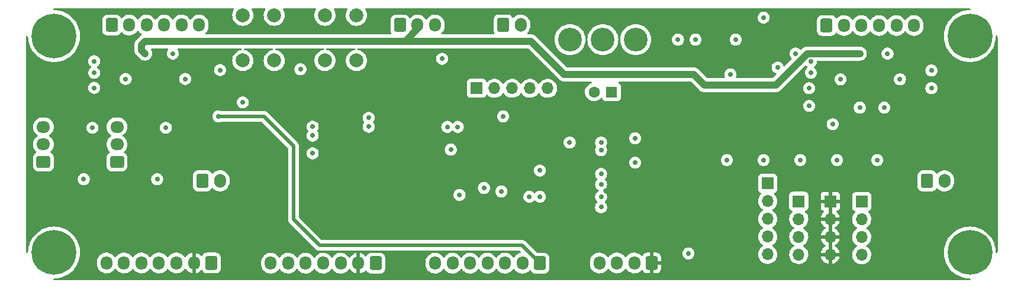
<source format=gbr>
%TF.GenerationSoftware,KiCad,Pcbnew,(6.0.4)*%
%TF.CreationDate,2022-10-21T15:33:49+02:00*%
%TF.ProjectId,projet_robot_ese,70726f6a-6574-45f7-926f-626f745f6573,rev?*%
%TF.SameCoordinates,Original*%
%TF.FileFunction,Copper,L3,Inr*%
%TF.FilePolarity,Positive*%
%FSLAX46Y46*%
G04 Gerber Fmt 4.6, Leading zero omitted, Abs format (unit mm)*
G04 Created by KiCad (PCBNEW (6.0.4)) date 2022-10-21 15:33:49*
%MOMM*%
%LPD*%
G01*
G04 APERTURE LIST*
G04 Aperture macros list*
%AMRoundRect*
0 Rectangle with rounded corners*
0 $1 Rounding radius*
0 $2 $3 $4 $5 $6 $7 $8 $9 X,Y pos of 4 corners*
0 Add a 4 corners polygon primitive as box body*
4,1,4,$2,$3,$4,$5,$6,$7,$8,$9,$2,$3,0*
0 Add four circle primitives for the rounded corners*
1,1,$1+$1,$2,$3*
1,1,$1+$1,$4,$5*
1,1,$1+$1,$6,$7*
1,1,$1+$1,$8,$9*
0 Add four rect primitives between the rounded corners*
20,1,$1+$1,$2,$3,$4,$5,0*
20,1,$1+$1,$4,$5,$6,$7,0*
20,1,$1+$1,$6,$7,$8,$9,0*
20,1,$1+$1,$8,$9,$2,$3,0*%
G04 Aperture macros list end*
%TA.AperFunction,ComponentPad*%
%ADD10C,2.000000*%
%TD*%
%TA.AperFunction,ComponentPad*%
%ADD11RoundRect,0.250000X-0.600000X-0.725000X0.600000X-0.725000X0.600000X0.725000X-0.600000X0.725000X0*%
%TD*%
%TA.AperFunction,ComponentPad*%
%ADD12O,1.700000X1.950000*%
%TD*%
%TA.AperFunction,ComponentPad*%
%ADD13O,1.700000X1.700000*%
%TD*%
%TA.AperFunction,ComponentPad*%
%ADD14R,1.700000X1.700000*%
%TD*%
%TA.AperFunction,ComponentPad*%
%ADD15R,1.600000X1.600000*%
%TD*%
%TA.AperFunction,ComponentPad*%
%ADD16C,1.600000*%
%TD*%
%TA.AperFunction,ComponentPad*%
%ADD17C,0.800000*%
%TD*%
%TA.AperFunction,ComponentPad*%
%ADD18C,6.400000*%
%TD*%
%TA.AperFunction,ComponentPad*%
%ADD19RoundRect,0.250000X0.600000X0.725000X-0.600000X0.725000X-0.600000X-0.725000X0.600000X-0.725000X0*%
%TD*%
%TA.AperFunction,ComponentPad*%
%ADD20RoundRect,0.250000X0.725000X-0.600000X0.725000X0.600000X-0.725000X0.600000X-0.725000X-0.600000X0*%
%TD*%
%TA.AperFunction,ComponentPad*%
%ADD21O,1.950000X1.700000*%
%TD*%
%TA.AperFunction,ComponentPad*%
%ADD22RoundRect,0.250000X-0.600000X-0.750000X0.600000X-0.750000X0.600000X0.750000X-0.600000X0.750000X0*%
%TD*%
%TA.AperFunction,ComponentPad*%
%ADD23O,1.700000X2.000000*%
%TD*%
%TA.AperFunction,ComponentPad*%
%ADD24C,3.400000*%
%TD*%
%TA.AperFunction,ViaPad*%
%ADD25C,0.700000*%
%TD*%
%TA.AperFunction,ViaPad*%
%ADD26C,0.800000*%
%TD*%
%TA.AperFunction,Conductor*%
%ADD27C,1.000000*%
%TD*%
%TA.AperFunction,Conductor*%
%ADD28C,0.500000*%
%TD*%
G04 APERTURE END LIST*
D10*
%TO.N,GND*%
%TO.C,SW402*%
X131500000Y-88000000D03*
X131500000Y-81500000D03*
%TO.N,Net-(C404-Pad1)*%
X136000000Y-81500000D03*
X136000000Y-88000000D03*
%TD*%
D11*
%TO.N,OUT1_2*%
%TO.C,J302*%
X215000000Y-82975000D03*
D12*
%TO.N,+5V*%
X217500000Y-82975000D03*
%TO.N,/Driver moteur/ENCODER_2_B*%
X220000000Y-82975000D03*
%TO.N,/Driver moteur/ENCODER_2_A*%
X222500000Y-82975000D03*
%TO.N,GND*%
X225000000Y-82975000D03*
%TO.N,OUT2_2*%
X227500000Y-82975000D03*
%TD*%
D13*
%TO.N,+5V*%
%TO.C,J204*%
X220025000Y-115820000D03*
X220025000Y-113280000D03*
X220025000Y-110740000D03*
D14*
X220025000Y-108200000D03*
%TD*%
%TO.N,PC15*%
%TO.C,J408*%
X206575000Y-105610000D03*
D13*
%TO.N,PC14*%
X206575000Y-108150000D03*
%TO.N,PC12*%
X206575000Y-110690000D03*
%TO.N,PC11*%
X206575000Y-113230000D03*
%TO.N,PC10*%
X206575000Y-115770000D03*
%TD*%
D11*
%TO.N,OUT1_1*%
%TO.C,J301*%
X112750000Y-82914000D03*
D12*
%TO.N,+5V*%
X115250000Y-82914000D03*
%TO.N,/Driver moteur/ENCODER_1_B*%
X117750000Y-82914000D03*
%TO.N,/Driver moteur/ENCODER_1_A*%
X120250000Y-82914000D03*
%TO.N,GND*%
X122750000Y-82914000D03*
%TO.N,OUT2_1*%
X125250000Y-82914000D03*
%TD*%
D15*
%TO.N,Net-(C205-Pad1)*%
%TO.C,C205*%
X184250000Y-92500000D03*
D16*
%TO.N,GND*%
X181750000Y-92500000D03*
%TD*%
D11*
%TO.N,XL_320_DATA*%
%TO.C,J405*%
X154000000Y-82914000D03*
D12*
%TO.N,/Driver moteur/V_BAT*%
X156500000Y-82914000D03*
%TO.N,GND*%
X159000000Y-82914000D03*
%TD*%
D17*
%TO.N,GND*%
%TO.C,H102*%
X233802944Y-86197056D03*
X237197056Y-82802944D03*
X233802944Y-82802944D03*
D18*
X235500000Y-84500000D03*
D17*
X237197056Y-86197056D03*
X237900000Y-84500000D03*
X235500000Y-86900000D03*
X235500000Y-82100000D03*
X233100000Y-84500000D03*
%TD*%
D19*
%TO.N,unconnected-(J406-Pad1)*%
%TO.C,J406*%
X127000000Y-117000000D03*
D12*
%TO.N,VREF*%
X124500000Y-117000000D03*
%TO.N,GND*%
X122000000Y-117000000D03*
%TO.N,I2C1_SDA*%
X119500000Y-117000000D03*
%TO.N,I2C1_SDL*%
X117000000Y-117000000D03*
%TO.N,TOF_SHUT_2*%
X114500000Y-117000000D03*
%TO.N,TOF_IRQ_2*%
X112000000Y-117000000D03*
%TD*%
D20*
%TO.N,PROX_1*%
%TO.C,J407*%
X113500000Y-102500000D03*
D21*
%TO.N,+5V*%
X113500000Y-100000000D03*
%TO.N,GND*%
X113500000Y-97500000D03*
%TD*%
D12*
%TO.N,GND*%
%TO.C,J410*%
X182500000Y-117000000D03*
%TO.N,I2C2_SDA*%
X185000000Y-117000000D03*
%TO.N,I2C2_SDL*%
X187500000Y-117000000D03*
D19*
%TO.N,VREF*%
X190000000Y-117000000D03*
%TD*%
D22*
%TO.N,I2C2_SDL*%
%TO.C,J402*%
X229387500Y-105250000D03*
D23*
%TO.N,I2C2_SDA*%
X231887500Y-105250000D03*
%TD*%
D22*
%TO.N,I2C1_SDL*%
%TO.C,J403*%
X125750000Y-105225000D03*
D23*
%TO.N,I2C1_SDA*%
X128250000Y-105225000D03*
%TD*%
D22*
%TO.N,GND*%
%TO.C,J201*%
X168750000Y-82914000D03*
D23*
%TO.N,/Power/BAT_IN*%
X171250000Y-82914000D03*
%TD*%
D14*
%TO.N,PA5*%
%TO.C,J409*%
X164950000Y-91975000D03*
D13*
%TO.N,PA4*%
X167490000Y-91975000D03*
%TO.N,PA3*%
X170030000Y-91975000D03*
%TO.N,PA1*%
X172570000Y-91975000D03*
%TO.N,PA0*%
X175110000Y-91975000D03*
%TD*%
D20*
%TO.N,PROX_2*%
%TO.C,J411*%
X102975000Y-102500000D03*
D21*
%TO.N,+5V*%
X102975000Y-100000000D03*
%TO.N,GND*%
X102975000Y-97500000D03*
%TD*%
D17*
%TO.N,GND*%
%TO.C,H104*%
X104500000Y-117900000D03*
X104500000Y-113100000D03*
X102802944Y-117197056D03*
X102802944Y-113802944D03*
X106900000Y-115500000D03*
X102100000Y-115500000D03*
D18*
X104500000Y-115500000D03*
D17*
X106197056Y-117197056D03*
X106197056Y-113802944D03*
%TD*%
%TO.N,GND*%
%TO.C,H103*%
X233802944Y-113802944D03*
X237900000Y-115500000D03*
X237197056Y-113802944D03*
X233802944Y-117197056D03*
X237197056Y-117197056D03*
X235500000Y-113100000D03*
D18*
X235500000Y-115500000D03*
D17*
X233100000Y-115500000D03*
X235500000Y-117900000D03*
%TD*%
D24*
%TO.N,Net-(C205-Pad1)*%
%TO.C,SW201*%
X187700000Y-85000000D03*
%TO.N,/Power/BAT_IN*%
X183000000Y-85000000D03*
%TO.N,unconnected-(SW201-Pad3)*%
X178300000Y-85000000D03*
%TD*%
D10*
%TO.N,GND*%
%TO.C,SW401*%
X143250000Y-88000000D03*
X143250000Y-81500000D03*
%TO.N,NRST*%
X147750000Y-88000000D03*
X147750000Y-81500000D03*
%TD*%
D17*
%TO.N,GND*%
%TO.C,H101*%
X106197056Y-86197056D03*
X102802944Y-86197056D03*
X104500000Y-86900000D03*
X106197056Y-82802944D03*
X102802944Y-82802944D03*
D18*
X104500000Y-84500000D03*
D17*
X102100000Y-84500000D03*
X106900000Y-84500000D03*
X104500000Y-82100000D03*
%TD*%
D19*
%TO.N,+5V*%
%TO.C,J412*%
X174000000Y-117025000D03*
D12*
%TO.N,PA0*%
X171500000Y-117025000D03*
%TO.N,PA1*%
X169000000Y-117025000D03*
%TO.N,PA3*%
X166500000Y-117025000D03*
%TO.N,PA4*%
X164000000Y-117025000D03*
%TO.N,PA5*%
X161500000Y-117025000D03*
%TO.N,GND*%
X159000000Y-117025000D03*
%TD*%
D19*
%TO.N,unconnected-(J404-Pad1)*%
%TO.C,J404*%
X150500000Y-117025000D03*
D12*
%TO.N,VREF*%
X148000000Y-117025000D03*
%TO.N,GND*%
X145500000Y-117025000D03*
%TO.N,I2C1_SDA*%
X143000000Y-117025000D03*
%TO.N,I2C1_SDL*%
X140500000Y-117025000D03*
%TO.N,TOF_SHUT_1*%
X138000000Y-117025000D03*
%TO.N,TOF_IRQ_1*%
X135500000Y-117025000D03*
%TD*%
D14*
%TO.N,GND*%
%TO.C,J202*%
X211025000Y-108160000D03*
D13*
X211025000Y-110700000D03*
X211025000Y-113240000D03*
X211025000Y-115780000D03*
%TD*%
D14*
%TO.N,VREF*%
%TO.C,J203*%
X215525000Y-108160000D03*
D13*
X215525000Y-110700000D03*
X215525000Y-113240000D03*
X215525000Y-115780000D03*
%TD*%
D25*
%TO.N,GND*%
X195250000Y-115637500D03*
%TO.N,+5V*%
X206000000Y-81837500D03*
%TO.N,/Driver moteur/ENCODER_2_B*%
X223250000Y-94750000D03*
X219750000Y-94750000D03*
%TO.N,GND*%
X119250000Y-105000000D03*
X108750000Y-105000000D03*
%TO.N,/Driver moteur/V_BAT*%
X196000000Y-90000000D03*
X117500000Y-87000000D03*
X219750000Y-87000000D03*
%TO.N,GND*%
X230000000Y-89426000D03*
X141500000Y-98750000D03*
X222250000Y-102250000D03*
X201250000Y-90000000D03*
X121500000Y-87000000D03*
X141500000Y-97480000D03*
X216500000Y-102250000D03*
X182750000Y-107500000D03*
X202000000Y-85000000D03*
X196250000Y-85000000D03*
X182750000Y-104250000D03*
X174000000Y-103750000D03*
X160000000Y-87750000D03*
X120500000Y-97637500D03*
X110250000Y-88095000D03*
X200750000Y-102250000D03*
X187612500Y-102637500D03*
X128250000Y-89365000D03*
X182750000Y-109000000D03*
X182750000Y-100850000D03*
X182750000Y-99750000D03*
X223726000Y-87000000D03*
X206000000Y-102250000D03*
X110250000Y-89750000D03*
X212750000Y-89750000D03*
X211250000Y-102250000D03*
X182750000Y-105750000D03*
X210566000Y-87000000D03*
X139750000Y-89250000D03*
X187612500Y-99137500D03*
X208000000Y-89000000D03*
X110000000Y-97637500D03*
X193750000Y-85000000D03*
X141500000Y-101290000D03*
X212750000Y-88156000D03*
%TO.N,+5V*%
X212500000Y-94500000D03*
X128000000Y-96000000D03*
X215875000Y-97125000D03*
%TO.N,VREF*%
X133250000Y-108412500D03*
X208500000Y-82750000D03*
X141500000Y-96210000D03*
X150500000Y-87750000D03*
D26*
X183500000Y-106675480D03*
D25*
X178250000Y-104250000D03*
X210500000Y-82750000D03*
X211500000Y-97125000D03*
X140750000Y-107250000D03*
X120750000Y-108412500D03*
X179637500Y-110250000D03*
X236887500Y-108437500D03*
X224387500Y-108437500D03*
X195250000Y-117362500D03*
X131500000Y-90500000D03*
X150250000Y-107250000D03*
%TO.N,NRST*%
X168744622Y-96000000D03*
X178250000Y-99750000D03*
%TO.N,SWDIO*%
X149500000Y-96210000D03*
X166000000Y-106250000D03*
%TO.N,SWCLK*%
X149500000Y-97480000D03*
X162500000Y-107250000D03*
%TO.N,I2C2_SDL*%
X160750000Y-97500000D03*
%TO.N,I2C2_SDA*%
X162250000Y-97500000D03*
%TO.N,/Driver moteur/DRIVER_MOTOR_1_FWD*%
X110250000Y-91905000D03*
X161250000Y-100750000D03*
%TO.N,/Driver moteur/DRIVER_MOTOR_2_FWD*%
X172500000Y-107500000D03*
X212500000Y-91966000D03*
%TO.N,/Driver moteur/DRIVER_MOTOR_2_REV*%
X230000000Y-91966000D03*
X174000000Y-107500000D03*
%TO.N,/Stm32/FROM_USR_BTN*%
X168500000Y-106750000D03*
X131500000Y-94000000D03*
%TO.N,Net-(JP309-Pad2)*%
X114750000Y-90635000D03*
X123250000Y-90635000D03*
%TO.N,Net-(JP310-Pad2)*%
X217000000Y-90696000D03*
X225500000Y-90696000D03*
%TO.N,VREF*%
X174000000Y-105250000D03*
%TD*%
D27*
%TO.N,/Driver moteur/V_BAT*%
X117000000Y-86500000D02*
X117000000Y-85750000D01*
X219750000Y-87000000D02*
X212250000Y-87000000D01*
X156500000Y-83500000D02*
X156500000Y-82914000D01*
X117500000Y-85250000D02*
X154164000Y-85250000D01*
X172750000Y-85250000D02*
X177500000Y-90000000D01*
X212250000Y-87000000D02*
X207750000Y-91500000D01*
X154164000Y-85250000D02*
X172750000Y-85250000D01*
X117500000Y-87000000D02*
X117000000Y-86500000D01*
X154750000Y-85250000D02*
X156500000Y-83500000D01*
X207750000Y-91500000D02*
X197500000Y-91500000D01*
X154164000Y-85250000D02*
X154750000Y-85250000D01*
X197500000Y-91500000D02*
X196000000Y-90000000D01*
X177500000Y-90000000D02*
X196000000Y-90000000D01*
X117000000Y-85750000D02*
X117500000Y-85250000D01*
D28*
%TO.N,+5V*%
X138750000Y-100250000D02*
X138750000Y-110750000D01*
X171487500Y-114500000D02*
X174000000Y-117012500D01*
X134500000Y-96000000D02*
X138750000Y-100250000D01*
X138750000Y-110750000D02*
X142500000Y-114500000D01*
X142500000Y-114500000D02*
X171487500Y-114500000D01*
X128000000Y-96000000D02*
X134500000Y-96000000D01*
%TD*%
%TA.AperFunction,Conductor*%
%TO.N,VREF*%
G36*
X130181512Y-80528502D02*
G01*
X130228005Y-80582158D01*
X130238109Y-80652432D01*
X130220824Y-80700335D01*
X130167930Y-80786650D01*
X130151760Y-80813037D01*
X130149867Y-80817607D01*
X130149865Y-80817611D01*
X130087503Y-80968167D01*
X130060895Y-81032406D01*
X130042874Y-81107468D01*
X130020442Y-81200907D01*
X130005465Y-81263289D01*
X129986835Y-81500000D01*
X130005465Y-81736711D01*
X130006619Y-81741518D01*
X130006620Y-81741524D01*
X130031238Y-81844065D01*
X130060895Y-81967594D01*
X130062788Y-81972165D01*
X130062789Y-81972167D01*
X130149838Y-82182322D01*
X130151760Y-82186963D01*
X130154346Y-82191183D01*
X130273241Y-82385202D01*
X130273245Y-82385208D01*
X130275824Y-82389416D01*
X130430031Y-82569969D01*
X130610584Y-82724176D01*
X130614792Y-82726755D01*
X130614798Y-82726759D01*
X130808817Y-82845654D01*
X130813037Y-82848240D01*
X130817607Y-82850133D01*
X130817611Y-82850135D01*
X131027833Y-82937211D01*
X131032406Y-82939105D01*
X131112609Y-82958360D01*
X131258476Y-82993380D01*
X131258482Y-82993381D01*
X131263289Y-82994535D01*
X131500000Y-83013165D01*
X131736711Y-82994535D01*
X131741518Y-82993381D01*
X131741524Y-82993380D01*
X131887391Y-82958360D01*
X131967594Y-82939105D01*
X131972167Y-82937211D01*
X132182389Y-82850135D01*
X132182393Y-82850133D01*
X132186963Y-82848240D01*
X132191183Y-82845654D01*
X132385202Y-82726759D01*
X132385208Y-82726755D01*
X132389416Y-82724176D01*
X132569969Y-82569969D01*
X132724176Y-82389416D01*
X132726755Y-82385208D01*
X132726759Y-82385202D01*
X132845654Y-82191183D01*
X132848240Y-82186963D01*
X132850163Y-82182322D01*
X132937211Y-81972167D01*
X132937212Y-81972165D01*
X132939105Y-81967594D01*
X132968762Y-81844065D01*
X132993380Y-81741524D01*
X132993381Y-81741518D01*
X132994535Y-81736711D01*
X133013165Y-81500000D01*
X132994535Y-81263289D01*
X132979559Y-81200907D01*
X132957126Y-81107468D01*
X132939105Y-81032406D01*
X132912497Y-80968167D01*
X132850135Y-80817611D01*
X132850133Y-80817607D01*
X132848240Y-80813037D01*
X132832070Y-80786650D01*
X132779176Y-80700335D01*
X132760638Y-80631801D01*
X132782094Y-80564125D01*
X132836733Y-80518792D01*
X132886609Y-80508500D01*
X134613391Y-80508500D01*
X134681512Y-80528502D01*
X134728005Y-80582158D01*
X134738109Y-80652432D01*
X134720824Y-80700335D01*
X134667930Y-80786650D01*
X134651760Y-80813037D01*
X134649867Y-80817607D01*
X134649865Y-80817611D01*
X134587503Y-80968167D01*
X134560895Y-81032406D01*
X134542874Y-81107468D01*
X134520442Y-81200907D01*
X134505465Y-81263289D01*
X134486835Y-81500000D01*
X134505465Y-81736711D01*
X134506619Y-81741518D01*
X134506620Y-81741524D01*
X134531238Y-81844065D01*
X134560895Y-81967594D01*
X134562788Y-81972165D01*
X134562789Y-81972167D01*
X134649838Y-82182322D01*
X134651760Y-82186963D01*
X134654346Y-82191183D01*
X134773241Y-82385202D01*
X134773245Y-82385208D01*
X134775824Y-82389416D01*
X134930031Y-82569969D01*
X135110584Y-82724176D01*
X135114792Y-82726755D01*
X135114798Y-82726759D01*
X135308817Y-82845654D01*
X135313037Y-82848240D01*
X135317607Y-82850133D01*
X135317611Y-82850135D01*
X135527833Y-82937211D01*
X135532406Y-82939105D01*
X135612609Y-82958360D01*
X135758476Y-82993380D01*
X135758482Y-82993381D01*
X135763289Y-82994535D01*
X136000000Y-83013165D01*
X136236711Y-82994535D01*
X136241518Y-82993381D01*
X136241524Y-82993380D01*
X136387391Y-82958360D01*
X136467594Y-82939105D01*
X136472167Y-82937211D01*
X136682389Y-82850135D01*
X136682393Y-82850133D01*
X136686963Y-82848240D01*
X136691183Y-82845654D01*
X136885202Y-82726759D01*
X136885208Y-82726755D01*
X136889416Y-82724176D01*
X137069969Y-82569969D01*
X137224176Y-82389416D01*
X137226755Y-82385208D01*
X137226759Y-82385202D01*
X137345654Y-82191183D01*
X137348240Y-82186963D01*
X137350163Y-82182322D01*
X137437211Y-81972167D01*
X137437212Y-81972165D01*
X137439105Y-81967594D01*
X137468762Y-81844065D01*
X137493380Y-81741524D01*
X137493381Y-81741518D01*
X137494535Y-81736711D01*
X137513165Y-81500000D01*
X137494535Y-81263289D01*
X137479559Y-81200907D01*
X137457126Y-81107468D01*
X137439105Y-81032406D01*
X137412497Y-80968167D01*
X137350135Y-80817611D01*
X137350133Y-80817607D01*
X137348240Y-80813037D01*
X137332070Y-80786650D01*
X137279176Y-80700335D01*
X137260638Y-80631801D01*
X137282094Y-80564125D01*
X137336733Y-80518792D01*
X137386609Y-80508500D01*
X141863391Y-80508500D01*
X141931512Y-80528502D01*
X141978005Y-80582158D01*
X141988109Y-80652432D01*
X141970824Y-80700335D01*
X141917930Y-80786650D01*
X141901760Y-80813037D01*
X141899867Y-80817607D01*
X141899865Y-80817611D01*
X141837503Y-80968167D01*
X141810895Y-81032406D01*
X141792874Y-81107468D01*
X141770442Y-81200907D01*
X141755465Y-81263289D01*
X141736835Y-81500000D01*
X141755465Y-81736711D01*
X141756619Y-81741518D01*
X141756620Y-81741524D01*
X141781238Y-81844065D01*
X141810895Y-81967594D01*
X141812788Y-81972165D01*
X141812789Y-81972167D01*
X141899838Y-82182322D01*
X141901760Y-82186963D01*
X141904346Y-82191183D01*
X142023241Y-82385202D01*
X142023245Y-82385208D01*
X142025824Y-82389416D01*
X142180031Y-82569969D01*
X142360584Y-82724176D01*
X142364792Y-82726755D01*
X142364798Y-82726759D01*
X142558817Y-82845654D01*
X142563037Y-82848240D01*
X142567607Y-82850133D01*
X142567611Y-82850135D01*
X142777833Y-82937211D01*
X142782406Y-82939105D01*
X142862609Y-82958360D01*
X143008476Y-82993380D01*
X143008482Y-82993381D01*
X143013289Y-82994535D01*
X143250000Y-83013165D01*
X143486711Y-82994535D01*
X143491518Y-82993381D01*
X143491524Y-82993380D01*
X143637391Y-82958360D01*
X143717594Y-82939105D01*
X143722167Y-82937211D01*
X143932389Y-82850135D01*
X143932393Y-82850133D01*
X143936963Y-82848240D01*
X143941183Y-82845654D01*
X144135202Y-82726759D01*
X144135208Y-82726755D01*
X144139416Y-82724176D01*
X144319969Y-82569969D01*
X144474176Y-82389416D01*
X144476755Y-82385208D01*
X144476759Y-82385202D01*
X144595654Y-82191183D01*
X144598240Y-82186963D01*
X144600163Y-82182322D01*
X144687211Y-81972167D01*
X144687212Y-81972165D01*
X144689105Y-81967594D01*
X144718762Y-81844065D01*
X144743380Y-81741524D01*
X144743381Y-81741518D01*
X144744535Y-81736711D01*
X144763165Y-81500000D01*
X144744535Y-81263289D01*
X144729559Y-81200907D01*
X144707126Y-81107468D01*
X144689105Y-81032406D01*
X144662497Y-80968167D01*
X144600135Y-80817611D01*
X144600133Y-80817607D01*
X144598240Y-80813037D01*
X144582070Y-80786650D01*
X144529176Y-80700335D01*
X144510638Y-80631801D01*
X144532094Y-80564125D01*
X144586733Y-80518792D01*
X144636609Y-80508500D01*
X146363391Y-80508500D01*
X146431512Y-80528502D01*
X146478005Y-80582158D01*
X146488109Y-80652432D01*
X146470824Y-80700335D01*
X146417930Y-80786650D01*
X146401760Y-80813037D01*
X146399867Y-80817607D01*
X146399865Y-80817611D01*
X146337503Y-80968167D01*
X146310895Y-81032406D01*
X146292874Y-81107468D01*
X146270442Y-81200907D01*
X146255465Y-81263289D01*
X146236835Y-81500000D01*
X146255465Y-81736711D01*
X146256619Y-81741518D01*
X146256620Y-81741524D01*
X146281238Y-81844065D01*
X146310895Y-81967594D01*
X146312788Y-81972165D01*
X146312789Y-81972167D01*
X146399838Y-82182322D01*
X146401760Y-82186963D01*
X146404346Y-82191183D01*
X146523241Y-82385202D01*
X146523245Y-82385208D01*
X146525824Y-82389416D01*
X146680031Y-82569969D01*
X146860584Y-82724176D01*
X146864792Y-82726755D01*
X146864798Y-82726759D01*
X147058817Y-82845654D01*
X147063037Y-82848240D01*
X147067607Y-82850133D01*
X147067611Y-82850135D01*
X147277833Y-82937211D01*
X147282406Y-82939105D01*
X147362609Y-82958360D01*
X147508476Y-82993380D01*
X147508482Y-82993381D01*
X147513289Y-82994535D01*
X147750000Y-83013165D01*
X147986711Y-82994535D01*
X147991518Y-82993381D01*
X147991524Y-82993380D01*
X148137391Y-82958360D01*
X148217594Y-82939105D01*
X148222167Y-82937211D01*
X148432389Y-82850135D01*
X148432393Y-82850133D01*
X148436963Y-82848240D01*
X148441183Y-82845654D01*
X148635202Y-82726759D01*
X148635208Y-82726755D01*
X148639416Y-82724176D01*
X148819969Y-82569969D01*
X148974176Y-82389416D01*
X148976755Y-82385208D01*
X148976759Y-82385202D01*
X149095654Y-82191183D01*
X149098240Y-82186963D01*
X149100163Y-82182322D01*
X149187211Y-81972167D01*
X149187212Y-81972165D01*
X149189105Y-81967594D01*
X149218762Y-81844065D01*
X149243380Y-81741524D01*
X149243381Y-81741518D01*
X149244535Y-81736711D01*
X149263165Y-81500000D01*
X149244535Y-81263289D01*
X149229559Y-81200907D01*
X149207126Y-81107468D01*
X149189105Y-81032406D01*
X149162497Y-80968167D01*
X149100135Y-80817611D01*
X149100133Y-80817607D01*
X149098240Y-80813037D01*
X149082070Y-80786650D01*
X149029176Y-80700335D01*
X149010638Y-80631801D01*
X149032094Y-80564125D01*
X149086733Y-80518792D01*
X149136609Y-80508500D01*
X234950633Y-80508500D01*
X234970018Y-80510000D01*
X234984851Y-80512310D01*
X234984855Y-80512310D01*
X234993724Y-80513691D01*
X235014183Y-80511016D01*
X235036007Y-80510072D01*
X235385965Y-80525352D01*
X235396911Y-80526310D01*
X235441539Y-80532185D01*
X235479882Y-80537233D01*
X235544809Y-80565956D01*
X235583900Y-80625221D01*
X235584745Y-80696212D01*
X235547075Y-80756391D01*
X235482849Y-80786650D01*
X235470035Y-80787981D01*
X235111824Y-80806754D01*
X235108584Y-80807267D01*
X235108576Y-80807268D01*
X234931793Y-80835268D01*
X234727901Y-80867562D01*
X234352438Y-80968167D01*
X233989547Y-81107468D01*
X233986607Y-81108966D01*
X233646147Y-81282439D01*
X233646140Y-81282443D01*
X233643206Y-81283938D01*
X233640440Y-81285734D01*
X233640437Y-81285736D01*
X233336532Y-81483093D01*
X233317207Y-81495643D01*
X233184845Y-81602828D01*
X233039064Y-81720880D01*
X233015124Y-81740266D01*
X232740266Y-82015124D01*
X232738194Y-82017682D01*
X232738191Y-82017686D01*
X232652827Y-82123102D01*
X232495643Y-82317207D01*
X232493848Y-82319970D01*
X232493848Y-82319971D01*
X232321687Y-82585078D01*
X232283938Y-82643206D01*
X232282443Y-82646140D01*
X232282439Y-82646147D01*
X232132581Y-82940260D01*
X232107468Y-82989547D01*
X231968167Y-83352438D01*
X231867562Y-83727901D01*
X231837268Y-83919168D01*
X231814437Y-84063318D01*
X231806754Y-84111824D01*
X231786411Y-84500000D01*
X231806754Y-84888176D01*
X231807267Y-84891416D01*
X231807268Y-84891424D01*
X231831232Y-85042723D01*
X231867562Y-85272099D01*
X231968167Y-85647562D01*
X232107468Y-86010453D01*
X232108966Y-86013393D01*
X232277369Y-86343901D01*
X232283938Y-86356794D01*
X232285734Y-86359560D01*
X232285736Y-86359563D01*
X232381495Y-86507019D01*
X232495643Y-86682793D01*
X232596763Y-86807665D01*
X232727755Y-86969426D01*
X232740266Y-86984876D01*
X233015124Y-87259734D01*
X233017682Y-87261806D01*
X233017686Y-87261809D01*
X233120198Y-87344822D01*
X233317207Y-87504357D01*
X233319970Y-87506152D01*
X233319971Y-87506152D01*
X233625366Y-87704477D01*
X233643205Y-87716062D01*
X233646139Y-87717557D01*
X233646146Y-87717561D01*
X233920063Y-87857128D01*
X233989547Y-87892532D01*
X234102144Y-87935754D01*
X234337196Y-88025982D01*
X234352438Y-88031833D01*
X234727901Y-88132438D01*
X234918114Y-88162565D01*
X235108576Y-88192732D01*
X235108584Y-88192733D01*
X235111824Y-88193246D01*
X235500000Y-88213589D01*
X235888176Y-88193246D01*
X235891416Y-88192733D01*
X235891424Y-88192732D01*
X236081886Y-88162565D01*
X236272099Y-88132438D01*
X236647562Y-88031833D01*
X236662805Y-88025982D01*
X236897856Y-87935754D01*
X237010453Y-87892532D01*
X237079937Y-87857128D01*
X237353854Y-87717561D01*
X237353861Y-87717557D01*
X237356795Y-87716062D01*
X237374635Y-87704477D01*
X237680029Y-87506152D01*
X237680030Y-87506152D01*
X237682793Y-87504357D01*
X237879802Y-87344822D01*
X237982314Y-87261809D01*
X237982318Y-87261806D01*
X237984876Y-87259734D01*
X238259734Y-86984876D01*
X238272246Y-86969426D01*
X238403237Y-86807665D01*
X238504357Y-86682793D01*
X238618505Y-86507019D01*
X238714264Y-86359563D01*
X238714266Y-86359560D01*
X238716062Y-86356794D01*
X238722632Y-86343901D01*
X238891034Y-86013393D01*
X238892532Y-86010453D01*
X239031833Y-85647562D01*
X239132438Y-85272099D01*
X239168768Y-85042723D01*
X239192732Y-84891424D01*
X239192733Y-84891416D01*
X239193246Y-84888176D01*
X239212018Y-84529970D01*
X239235557Y-84462990D01*
X239291573Y-84419369D01*
X239362279Y-84412957D01*
X239425228Y-84445789D01*
X239460433Y-84507442D01*
X239462767Y-84520118D01*
X239470733Y-84580621D01*
X239473690Y-84603085D01*
X239474648Y-84614035D01*
X239486618Y-84888176D01*
X239489603Y-84956552D01*
X239488223Y-84981429D01*
X239486309Y-84993724D01*
X239487473Y-85002626D01*
X239487473Y-85002628D01*
X239490436Y-85025283D01*
X239491500Y-85041621D01*
X239491500Y-114950633D01*
X239490000Y-114970018D01*
X239487690Y-114984851D01*
X239487690Y-114984855D01*
X239486309Y-114993724D01*
X239488984Y-115014183D01*
X239489928Y-115036007D01*
X239477995Y-115309305D01*
X239474648Y-115385964D01*
X239473690Y-115396915D01*
X239462767Y-115479882D01*
X239434044Y-115544809D01*
X239374779Y-115583900D01*
X239303788Y-115584745D01*
X239243609Y-115547075D01*
X239213350Y-115482849D01*
X239212018Y-115470029D01*
X239209517Y-115422304D01*
X239193246Y-115111824D01*
X239192432Y-115106680D01*
X239162661Y-114918717D01*
X239132438Y-114727901D01*
X239031833Y-114352438D01*
X239019832Y-114321173D01*
X238973329Y-114200031D01*
X238892532Y-113989547D01*
X238863384Y-113932340D01*
X238717561Y-113646147D01*
X238717557Y-113646140D01*
X238716062Y-113643206D01*
X238644436Y-113532910D01*
X238506152Y-113319971D01*
X238506152Y-113319970D01*
X238504357Y-113317207D01*
X238382045Y-113166165D01*
X238261809Y-113017686D01*
X238261806Y-113017682D01*
X238259734Y-113015124D01*
X237984876Y-112740266D01*
X237682793Y-112495643D01*
X237569605Y-112422138D01*
X237359564Y-112285736D01*
X237359561Y-112285734D01*
X237356795Y-112283938D01*
X237353861Y-112282443D01*
X237353854Y-112282439D01*
X237013393Y-112108966D01*
X237010453Y-112107468D01*
X236735494Y-112001921D01*
X236650652Y-111969353D01*
X236650650Y-111969352D01*
X236647562Y-111968167D01*
X236272099Y-111867562D01*
X236068207Y-111835268D01*
X235891424Y-111807268D01*
X235891416Y-111807267D01*
X235888176Y-111806754D01*
X235500000Y-111786411D01*
X235111824Y-111806754D01*
X235108584Y-111807267D01*
X235108576Y-111807268D01*
X234931793Y-111835268D01*
X234727901Y-111867562D01*
X234352438Y-111968167D01*
X234349350Y-111969352D01*
X234349348Y-111969353D01*
X234264506Y-112001921D01*
X233989547Y-112107468D01*
X233986607Y-112108966D01*
X233646147Y-112282439D01*
X233646140Y-112282443D01*
X233643206Y-112283938D01*
X233640440Y-112285734D01*
X233640437Y-112285736D01*
X233319971Y-112493848D01*
X233317207Y-112495643D01*
X233015124Y-112740266D01*
X232740266Y-113015124D01*
X232738194Y-113017682D01*
X232738191Y-113017686D01*
X232617955Y-113166165D01*
X232495643Y-113317207D01*
X232493848Y-113319970D01*
X232493848Y-113319971D01*
X232355565Y-113532910D01*
X232283938Y-113643206D01*
X232282443Y-113646140D01*
X232282439Y-113646147D01*
X232136616Y-113932340D01*
X232107468Y-113989547D01*
X232026671Y-114200031D01*
X231980169Y-114321173D01*
X231968167Y-114352438D01*
X231867562Y-114727901D01*
X231837339Y-114918717D01*
X231807569Y-115106680D01*
X231806754Y-115111824D01*
X231786411Y-115500000D01*
X231806754Y-115888176D01*
X231807267Y-115891416D01*
X231807268Y-115891424D01*
X231825526Y-116006697D01*
X231867562Y-116272099D01*
X231968167Y-116647562D01*
X231969352Y-116650650D01*
X231969353Y-116650652D01*
X231972544Y-116658965D01*
X232107468Y-117010453D01*
X232108966Y-117013393D01*
X232240792Y-117272115D01*
X232283938Y-117356794D01*
X232495643Y-117682793D01*
X232527300Y-117721886D01*
X232676528Y-117906166D01*
X232740266Y-117984876D01*
X233015124Y-118259734D01*
X233017682Y-118261806D01*
X233017686Y-118261809D01*
X233155224Y-118373185D01*
X233317207Y-118504357D01*
X233319970Y-118506152D01*
X233319971Y-118506152D01*
X233586475Y-118679221D01*
X233643205Y-118716062D01*
X233646139Y-118717557D01*
X233646146Y-118717561D01*
X233678402Y-118733996D01*
X233989547Y-118892532D01*
X234352438Y-119031833D01*
X234727901Y-119132438D01*
X234931793Y-119164732D01*
X235108576Y-119192732D01*
X235108584Y-119192733D01*
X235111824Y-119193246D01*
X235470030Y-119212018D01*
X235537010Y-119235557D01*
X235580631Y-119291573D01*
X235587043Y-119362279D01*
X235554211Y-119425228D01*
X235492558Y-119460433D01*
X235479882Y-119462767D01*
X235441539Y-119467815D01*
X235396911Y-119473690D01*
X235385965Y-119474648D01*
X235043446Y-119489603D01*
X235018571Y-119488223D01*
X235006276Y-119486309D01*
X234997374Y-119487473D01*
X234997372Y-119487473D01*
X234982323Y-119489441D01*
X234974714Y-119490436D01*
X234958379Y-119491500D01*
X105049367Y-119491500D01*
X105029982Y-119490000D01*
X105015149Y-119487690D01*
X105015145Y-119487690D01*
X105006276Y-119486309D01*
X104985817Y-119488984D01*
X104963993Y-119489928D01*
X104614035Y-119474648D01*
X104603089Y-119473690D01*
X104558461Y-119467815D01*
X104520118Y-119462767D01*
X104455191Y-119434044D01*
X104416100Y-119374779D01*
X104415255Y-119303788D01*
X104452925Y-119243609D01*
X104517151Y-119213350D01*
X104529965Y-119212019D01*
X104888176Y-119193246D01*
X104891416Y-119192733D01*
X104891424Y-119192732D01*
X105068207Y-119164732D01*
X105272099Y-119132438D01*
X105647562Y-119031833D01*
X106010453Y-118892532D01*
X106321598Y-118733996D01*
X106353854Y-118717561D01*
X106353861Y-118717557D01*
X106356795Y-118716062D01*
X106413526Y-118679221D01*
X106680029Y-118506152D01*
X106680030Y-118506152D01*
X106682793Y-118504357D01*
X106844776Y-118373185D01*
X106982314Y-118261809D01*
X106982318Y-118261806D01*
X106984876Y-118259734D01*
X107259734Y-117984876D01*
X107323473Y-117906166D01*
X107472700Y-117721886D01*
X107504357Y-117682793D01*
X107716062Y-117356794D01*
X107759209Y-117272115D01*
X107804671Y-117182890D01*
X110641500Y-117182890D01*
X110656080Y-117354720D01*
X110657418Y-117359875D01*
X110657419Y-117359881D01*
X110712657Y-117572703D01*
X110713999Y-117577872D01*
X110716191Y-117582738D01*
X110716192Y-117582741D01*
X110727454Y-117607741D01*
X110808688Y-117788075D01*
X110937441Y-117979319D01*
X110941120Y-117983176D01*
X110941122Y-117983178D01*
X111002710Y-118047738D01*
X111096576Y-118146135D01*
X111281542Y-118283754D01*
X111286293Y-118286170D01*
X111286297Y-118286172D01*
X111330713Y-118308754D01*
X111487051Y-118388240D01*
X111492145Y-118389822D01*
X111492148Y-118389823D01*
X111692020Y-118451885D01*
X111707227Y-118456607D01*
X111712516Y-118457308D01*
X111930489Y-118486198D01*
X111930494Y-118486198D01*
X111935774Y-118486898D01*
X111941103Y-118486698D01*
X111941105Y-118486698D01*
X112058038Y-118482308D01*
X112166158Y-118478249D01*
X112171468Y-118477135D01*
X112284289Y-118453463D01*
X112391791Y-118430907D01*
X112396750Y-118428949D01*
X112396752Y-118428948D01*
X112601256Y-118348185D01*
X112601258Y-118348184D01*
X112606221Y-118346224D01*
X112611047Y-118343296D01*
X112798757Y-118229390D01*
X112798756Y-118229390D01*
X112803317Y-118226623D01*
X112861690Y-118175970D01*
X112973412Y-118079023D01*
X112973414Y-118079021D01*
X112977445Y-118075523D01*
X113051771Y-117984876D01*
X113120240Y-117901373D01*
X113120244Y-117901367D01*
X113123624Y-117897245D01*
X113141552Y-117865750D01*
X113192632Y-117816445D01*
X113262262Y-117802583D01*
X113328333Y-117828566D01*
X113355573Y-117857716D01*
X113437441Y-117979319D01*
X113441120Y-117983176D01*
X113441122Y-117983178D01*
X113502710Y-118047738D01*
X113596576Y-118146135D01*
X113781542Y-118283754D01*
X113786293Y-118286170D01*
X113786297Y-118286172D01*
X113830713Y-118308754D01*
X113987051Y-118388240D01*
X113992145Y-118389822D01*
X113992148Y-118389823D01*
X114192020Y-118451885D01*
X114207227Y-118456607D01*
X114212516Y-118457308D01*
X114430489Y-118486198D01*
X114430494Y-118486198D01*
X114435774Y-118486898D01*
X114441103Y-118486698D01*
X114441105Y-118486698D01*
X114558038Y-118482308D01*
X114666158Y-118478249D01*
X114671468Y-118477135D01*
X114784289Y-118453463D01*
X114891791Y-118430907D01*
X114896750Y-118428949D01*
X114896752Y-118428948D01*
X115101256Y-118348185D01*
X115101258Y-118348184D01*
X115106221Y-118346224D01*
X115111047Y-118343296D01*
X115298757Y-118229390D01*
X115298756Y-118229390D01*
X115303317Y-118226623D01*
X115361690Y-118175970D01*
X115473412Y-118079023D01*
X115473414Y-118079021D01*
X115477445Y-118075523D01*
X115551771Y-117984876D01*
X115620240Y-117901373D01*
X115620244Y-117901367D01*
X115623624Y-117897245D01*
X115641552Y-117865750D01*
X115692632Y-117816445D01*
X115762262Y-117802583D01*
X115828333Y-117828566D01*
X115855573Y-117857716D01*
X115937441Y-117979319D01*
X115941120Y-117983176D01*
X115941122Y-117983178D01*
X116002710Y-118047738D01*
X116096576Y-118146135D01*
X116281542Y-118283754D01*
X116286293Y-118286170D01*
X116286297Y-118286172D01*
X116330713Y-118308754D01*
X116487051Y-118388240D01*
X116492145Y-118389822D01*
X116492148Y-118389823D01*
X116692020Y-118451885D01*
X116707227Y-118456607D01*
X116712516Y-118457308D01*
X116930489Y-118486198D01*
X116930494Y-118486198D01*
X116935774Y-118486898D01*
X116941103Y-118486698D01*
X116941105Y-118486698D01*
X117058038Y-118482308D01*
X117166158Y-118478249D01*
X117171468Y-118477135D01*
X117284289Y-118453463D01*
X117391791Y-118430907D01*
X117396750Y-118428949D01*
X117396752Y-118428948D01*
X117601256Y-118348185D01*
X117601258Y-118348184D01*
X117606221Y-118346224D01*
X117611047Y-118343296D01*
X117798757Y-118229390D01*
X117798756Y-118229390D01*
X117803317Y-118226623D01*
X117861690Y-118175970D01*
X117973412Y-118079023D01*
X117973414Y-118079021D01*
X117977445Y-118075523D01*
X118051771Y-117984876D01*
X118120240Y-117901373D01*
X118120244Y-117901367D01*
X118123624Y-117897245D01*
X118141552Y-117865750D01*
X118192632Y-117816445D01*
X118262262Y-117802583D01*
X118328333Y-117828566D01*
X118355573Y-117857716D01*
X118437441Y-117979319D01*
X118441120Y-117983176D01*
X118441122Y-117983178D01*
X118502710Y-118047738D01*
X118596576Y-118146135D01*
X118781542Y-118283754D01*
X118786293Y-118286170D01*
X118786297Y-118286172D01*
X118830713Y-118308754D01*
X118987051Y-118388240D01*
X118992145Y-118389822D01*
X118992148Y-118389823D01*
X119192020Y-118451885D01*
X119207227Y-118456607D01*
X119212516Y-118457308D01*
X119430489Y-118486198D01*
X119430494Y-118486198D01*
X119435774Y-118486898D01*
X119441103Y-118486698D01*
X119441105Y-118486698D01*
X119558038Y-118482308D01*
X119666158Y-118478249D01*
X119671468Y-118477135D01*
X119784289Y-118453463D01*
X119891791Y-118430907D01*
X119896750Y-118428949D01*
X119896752Y-118428948D01*
X120101256Y-118348185D01*
X120101258Y-118348184D01*
X120106221Y-118346224D01*
X120111047Y-118343296D01*
X120298757Y-118229390D01*
X120298756Y-118229390D01*
X120303317Y-118226623D01*
X120361690Y-118175970D01*
X120473412Y-118079023D01*
X120473414Y-118079021D01*
X120477445Y-118075523D01*
X120551771Y-117984876D01*
X120620240Y-117901373D01*
X120620244Y-117901367D01*
X120623624Y-117897245D01*
X120641552Y-117865750D01*
X120692632Y-117816445D01*
X120762262Y-117802583D01*
X120828333Y-117828566D01*
X120855573Y-117857716D01*
X120937441Y-117979319D01*
X120941120Y-117983176D01*
X120941122Y-117983178D01*
X121002710Y-118047738D01*
X121096576Y-118146135D01*
X121281542Y-118283754D01*
X121286293Y-118286170D01*
X121286297Y-118286172D01*
X121330713Y-118308754D01*
X121487051Y-118388240D01*
X121492145Y-118389822D01*
X121492148Y-118389823D01*
X121692020Y-118451885D01*
X121707227Y-118456607D01*
X121712516Y-118457308D01*
X121930489Y-118486198D01*
X121930494Y-118486198D01*
X121935774Y-118486898D01*
X121941103Y-118486698D01*
X121941105Y-118486698D01*
X122058038Y-118482308D01*
X122166158Y-118478249D01*
X122171468Y-118477135D01*
X122284289Y-118453463D01*
X122391791Y-118430907D01*
X122396750Y-118428949D01*
X122396752Y-118428948D01*
X122601256Y-118348185D01*
X122601258Y-118348184D01*
X122606221Y-118346224D01*
X122611047Y-118343296D01*
X122798757Y-118229390D01*
X122798756Y-118229390D01*
X122803317Y-118226623D01*
X122861690Y-118175970D01*
X122973412Y-118079023D01*
X122973414Y-118079021D01*
X122977445Y-118075523D01*
X123051771Y-117984876D01*
X123120240Y-117901373D01*
X123120244Y-117901367D01*
X123123624Y-117897245D01*
X123126268Y-117892601D01*
X123141829Y-117865265D01*
X123192912Y-117815959D01*
X123262542Y-117802098D01*
X123328613Y-117828082D01*
X123355851Y-117857232D01*
X123434852Y-117974578D01*
X123441519Y-117982870D01*
X123593228Y-118141900D01*
X123601186Y-118148941D01*
X123777525Y-118280141D01*
X123786562Y-118285745D01*
X123982484Y-118385357D01*
X123992335Y-118389357D01*
X124202240Y-118454534D01*
X124212624Y-118456817D01*
X124228043Y-118458861D01*
X124242207Y-118456665D01*
X124246000Y-118443478D01*
X124246000Y-118441192D01*
X124754000Y-118441192D01*
X124757973Y-118454723D01*
X124768580Y-118456248D01*
X124886421Y-118431523D01*
X124896617Y-118428463D01*
X125101029Y-118347737D01*
X125110561Y-118343006D01*
X125298462Y-118228984D01*
X125307052Y-118222720D01*
X125473052Y-118078673D01*
X125480470Y-118071044D01*
X125506391Y-118039431D01*
X125565051Y-117999436D01*
X125636021Y-117997504D01*
X125696770Y-118034248D01*
X125710969Y-118053017D01*
X125801522Y-118199348D01*
X125926697Y-118324305D01*
X125932927Y-118328145D01*
X125932928Y-118328146D01*
X126070976Y-118413240D01*
X126077262Y-118417115D01*
X126112938Y-118428948D01*
X126238611Y-118470632D01*
X126238613Y-118470632D01*
X126245139Y-118472797D01*
X126251975Y-118473497D01*
X126251978Y-118473498D01*
X126287663Y-118477154D01*
X126349600Y-118483500D01*
X127650400Y-118483500D01*
X127653646Y-118483163D01*
X127653650Y-118483163D01*
X127749308Y-118473238D01*
X127749312Y-118473237D01*
X127756166Y-118472526D01*
X127762702Y-118470345D01*
X127762704Y-118470345D01*
X127894806Y-118426272D01*
X127923946Y-118416550D01*
X128074348Y-118323478D01*
X128199305Y-118198303D01*
X128231462Y-118146135D01*
X128288275Y-118053968D01*
X128288276Y-118053966D01*
X128292115Y-118047738D01*
X128342031Y-117897245D01*
X128345632Y-117886389D01*
X128345632Y-117886387D01*
X128347797Y-117879861D01*
X128349293Y-117865265D01*
X128354186Y-117817508D01*
X128358500Y-117775400D01*
X128358500Y-117207890D01*
X134141500Y-117207890D01*
X134145426Y-117254156D01*
X134154397Y-117359881D01*
X134156080Y-117379720D01*
X134157418Y-117384875D01*
X134157419Y-117384881D01*
X134207081Y-117576219D01*
X134213999Y-117602872D01*
X134216191Y-117607738D01*
X134216192Y-117607741D01*
X134251033Y-117685085D01*
X134308688Y-117813075D01*
X134437441Y-118004319D01*
X134441120Y-118008176D01*
X134441122Y-118008178D01*
X134501094Y-118071044D01*
X134596576Y-118171135D01*
X134600854Y-118174318D01*
X134639634Y-118203171D01*
X134781542Y-118308754D01*
X134786293Y-118311170D01*
X134786297Y-118311172D01*
X134849481Y-118343296D01*
X134987051Y-118413240D01*
X134992145Y-118414822D01*
X134992148Y-118414823D01*
X135157583Y-118466192D01*
X135207227Y-118481607D01*
X135212516Y-118482308D01*
X135430489Y-118511198D01*
X135430494Y-118511198D01*
X135435774Y-118511898D01*
X135441103Y-118511698D01*
X135441105Y-118511698D01*
X135550966Y-118507573D01*
X135666158Y-118503249D01*
X135688802Y-118498498D01*
X135886572Y-118457002D01*
X135891791Y-118455907D01*
X135896750Y-118453949D01*
X135896752Y-118453948D01*
X136101256Y-118373185D01*
X136101258Y-118373184D01*
X136106221Y-118371224D01*
X136111525Y-118368006D01*
X136286531Y-118261809D01*
X136303317Y-118251623D01*
X136343134Y-118217072D01*
X136473412Y-118104023D01*
X136473414Y-118104021D01*
X136477445Y-118100523D01*
X136547209Y-118015440D01*
X136620240Y-117926373D01*
X136620244Y-117926367D01*
X136623624Y-117922245D01*
X136641552Y-117890750D01*
X136692632Y-117841445D01*
X136762262Y-117827583D01*
X136828333Y-117853566D01*
X136855573Y-117882716D01*
X136937441Y-118004319D01*
X136941120Y-118008176D01*
X136941122Y-118008178D01*
X137001094Y-118071044D01*
X137096576Y-118171135D01*
X137100854Y-118174318D01*
X137139634Y-118203171D01*
X137281542Y-118308754D01*
X137286293Y-118311170D01*
X137286297Y-118311172D01*
X137349481Y-118343296D01*
X137487051Y-118413240D01*
X137492145Y-118414822D01*
X137492148Y-118414823D01*
X137657583Y-118466192D01*
X137707227Y-118481607D01*
X137712516Y-118482308D01*
X137930489Y-118511198D01*
X137930494Y-118511198D01*
X137935774Y-118511898D01*
X137941103Y-118511698D01*
X137941105Y-118511698D01*
X138050966Y-118507573D01*
X138166158Y-118503249D01*
X138188802Y-118498498D01*
X138386572Y-118457002D01*
X138391791Y-118455907D01*
X138396750Y-118453949D01*
X138396752Y-118453948D01*
X138601256Y-118373185D01*
X138601258Y-118373184D01*
X138606221Y-118371224D01*
X138611525Y-118368006D01*
X138786531Y-118261809D01*
X138803317Y-118251623D01*
X138843134Y-118217072D01*
X138973412Y-118104023D01*
X138973414Y-118104021D01*
X138977445Y-118100523D01*
X139047209Y-118015440D01*
X139120240Y-117926373D01*
X139120244Y-117926367D01*
X139123624Y-117922245D01*
X139141552Y-117890750D01*
X139192632Y-117841445D01*
X139262262Y-117827583D01*
X139328333Y-117853566D01*
X139355573Y-117882716D01*
X139437441Y-118004319D01*
X139441120Y-118008176D01*
X139441122Y-118008178D01*
X139501094Y-118071044D01*
X139596576Y-118171135D01*
X139600854Y-118174318D01*
X139639634Y-118203171D01*
X139781542Y-118308754D01*
X139786293Y-118311170D01*
X139786297Y-118311172D01*
X139849481Y-118343296D01*
X139987051Y-118413240D01*
X139992145Y-118414822D01*
X139992148Y-118414823D01*
X140157583Y-118466192D01*
X140207227Y-118481607D01*
X140212516Y-118482308D01*
X140430489Y-118511198D01*
X140430494Y-118511198D01*
X140435774Y-118511898D01*
X140441103Y-118511698D01*
X140441105Y-118511698D01*
X140550966Y-118507573D01*
X140666158Y-118503249D01*
X140688802Y-118498498D01*
X140886572Y-118457002D01*
X140891791Y-118455907D01*
X140896750Y-118453949D01*
X140896752Y-118453948D01*
X141101256Y-118373185D01*
X141101258Y-118373184D01*
X141106221Y-118371224D01*
X141111525Y-118368006D01*
X141286531Y-118261809D01*
X141303317Y-118251623D01*
X141343134Y-118217072D01*
X141473412Y-118104023D01*
X141473414Y-118104021D01*
X141477445Y-118100523D01*
X141547209Y-118015440D01*
X141620240Y-117926373D01*
X141620244Y-117926367D01*
X141623624Y-117922245D01*
X141641552Y-117890750D01*
X141692632Y-117841445D01*
X141762262Y-117827583D01*
X141828333Y-117853566D01*
X141855573Y-117882716D01*
X141937441Y-118004319D01*
X141941120Y-118008176D01*
X141941122Y-118008178D01*
X142001094Y-118071044D01*
X142096576Y-118171135D01*
X142100854Y-118174318D01*
X142139634Y-118203171D01*
X142281542Y-118308754D01*
X142286293Y-118311170D01*
X142286297Y-118311172D01*
X142349481Y-118343296D01*
X142487051Y-118413240D01*
X142492145Y-118414822D01*
X142492148Y-118414823D01*
X142657583Y-118466192D01*
X142707227Y-118481607D01*
X142712516Y-118482308D01*
X142930489Y-118511198D01*
X142930494Y-118511198D01*
X142935774Y-118511898D01*
X142941103Y-118511698D01*
X142941105Y-118511698D01*
X143050966Y-118507573D01*
X143166158Y-118503249D01*
X143188802Y-118498498D01*
X143386572Y-118457002D01*
X143391791Y-118455907D01*
X143396750Y-118453949D01*
X143396752Y-118453948D01*
X143601256Y-118373185D01*
X143601258Y-118373184D01*
X143606221Y-118371224D01*
X143611525Y-118368006D01*
X143786531Y-118261809D01*
X143803317Y-118251623D01*
X143843134Y-118217072D01*
X143973412Y-118104023D01*
X143973414Y-118104021D01*
X143977445Y-118100523D01*
X144047209Y-118015440D01*
X144120240Y-117926373D01*
X144120244Y-117926367D01*
X144123624Y-117922245D01*
X144141552Y-117890750D01*
X144192632Y-117841445D01*
X144262262Y-117827583D01*
X144328333Y-117853566D01*
X144355573Y-117882716D01*
X144437441Y-118004319D01*
X144441120Y-118008176D01*
X144441122Y-118008178D01*
X144501094Y-118071044D01*
X144596576Y-118171135D01*
X144600854Y-118174318D01*
X144639634Y-118203171D01*
X144781542Y-118308754D01*
X144786293Y-118311170D01*
X144786297Y-118311172D01*
X144849481Y-118343296D01*
X144987051Y-118413240D01*
X144992145Y-118414822D01*
X144992148Y-118414823D01*
X145157583Y-118466192D01*
X145207227Y-118481607D01*
X145212516Y-118482308D01*
X145430489Y-118511198D01*
X145430494Y-118511198D01*
X145435774Y-118511898D01*
X145441103Y-118511698D01*
X145441105Y-118511698D01*
X145550966Y-118507573D01*
X145666158Y-118503249D01*
X145688802Y-118498498D01*
X145886572Y-118457002D01*
X145891791Y-118455907D01*
X145896750Y-118453949D01*
X145896752Y-118453948D01*
X146101256Y-118373185D01*
X146101258Y-118373184D01*
X146106221Y-118371224D01*
X146111525Y-118368006D01*
X146286531Y-118261809D01*
X146303317Y-118251623D01*
X146343134Y-118217072D01*
X146473412Y-118104023D01*
X146473414Y-118104021D01*
X146477445Y-118100523D01*
X146547209Y-118015440D01*
X146620240Y-117926373D01*
X146620244Y-117926367D01*
X146623624Y-117922245D01*
X146633520Y-117904861D01*
X146641829Y-117890265D01*
X146692912Y-117840959D01*
X146762542Y-117827098D01*
X146828613Y-117853082D01*
X146855851Y-117882232D01*
X146934852Y-117999578D01*
X146941519Y-118007870D01*
X147093228Y-118166900D01*
X147101186Y-118173941D01*
X147277525Y-118305141D01*
X147286562Y-118310745D01*
X147482484Y-118410357D01*
X147492335Y-118414357D01*
X147702240Y-118479534D01*
X147712624Y-118481817D01*
X147728043Y-118483861D01*
X147742207Y-118481665D01*
X147746000Y-118468478D01*
X147746000Y-118466192D01*
X148254000Y-118466192D01*
X148257973Y-118479723D01*
X148268580Y-118481248D01*
X148386421Y-118456523D01*
X148396617Y-118453463D01*
X148601029Y-118372737D01*
X148610561Y-118368006D01*
X148798462Y-118253984D01*
X148807052Y-118247720D01*
X148973052Y-118103673D01*
X148980470Y-118096044D01*
X149006391Y-118064431D01*
X149065051Y-118024436D01*
X149136021Y-118022504D01*
X149196770Y-118059248D01*
X149210969Y-118078017D01*
X149301522Y-118224348D01*
X149426697Y-118349305D01*
X149432927Y-118353145D01*
X149432928Y-118353146D01*
X149570090Y-118437694D01*
X149577262Y-118442115D01*
X149622145Y-118457002D01*
X149738611Y-118495632D01*
X149738613Y-118495632D01*
X149745139Y-118497797D01*
X149751975Y-118498497D01*
X149751978Y-118498498D01*
X149787663Y-118502154D01*
X149849600Y-118508500D01*
X151150400Y-118508500D01*
X151153646Y-118508163D01*
X151153650Y-118508163D01*
X151249308Y-118498238D01*
X151249312Y-118498237D01*
X151256166Y-118497526D01*
X151262702Y-118495345D01*
X151262704Y-118495345D01*
X151394806Y-118451272D01*
X151423946Y-118441550D01*
X151574348Y-118348478D01*
X151595852Y-118326937D01*
X151694134Y-118228483D01*
X151699305Y-118223303D01*
X151703146Y-118217072D01*
X151788275Y-118078968D01*
X151788276Y-118078966D01*
X151792115Y-118072738D01*
X151842031Y-117922245D01*
X151845632Y-117911389D01*
X151845632Y-117911387D01*
X151847797Y-117904861D01*
X151848578Y-117897245D01*
X151853102Y-117853082D01*
X151858500Y-117800400D01*
X151858500Y-116249600D01*
X151856245Y-116227866D01*
X151848238Y-116150692D01*
X151848237Y-116150688D01*
X151847526Y-116143834D01*
X151844483Y-116134711D01*
X151793868Y-115983002D01*
X151791550Y-115976054D01*
X151698478Y-115825652D01*
X151573303Y-115700695D01*
X151542494Y-115681704D01*
X151428968Y-115611725D01*
X151428966Y-115611724D01*
X151422738Y-115607885D01*
X151340419Y-115580581D01*
X151261389Y-115554368D01*
X151261387Y-115554368D01*
X151254861Y-115552203D01*
X151248025Y-115551503D01*
X151248022Y-115551502D01*
X151204812Y-115547075D01*
X151150400Y-115541500D01*
X149849600Y-115541500D01*
X149846354Y-115541837D01*
X149846350Y-115541837D01*
X149750692Y-115551762D01*
X149750688Y-115551763D01*
X149743834Y-115552474D01*
X149737298Y-115554655D01*
X149737296Y-115554655D01*
X149609292Y-115597361D01*
X149576054Y-115608450D01*
X149425652Y-115701522D01*
X149300695Y-115826697D01*
X149296855Y-115832927D01*
X149296854Y-115832928D01*
X149270500Y-115875682D01*
X149226100Y-115947713D01*
X149210648Y-115972780D01*
X149157876Y-116020273D01*
X149087804Y-116031697D01*
X149022680Y-116003423D01*
X149012218Y-115993636D01*
X148906766Y-115883094D01*
X148898814Y-115876059D01*
X148722475Y-115744859D01*
X148713438Y-115739255D01*
X148517516Y-115639643D01*
X148507665Y-115635643D01*
X148297760Y-115570466D01*
X148287376Y-115568183D01*
X148271957Y-115566139D01*
X148257793Y-115568335D01*
X148254000Y-115581522D01*
X148254000Y-118466192D01*
X147746000Y-118466192D01*
X147746000Y-115583808D01*
X147742027Y-115570277D01*
X147731420Y-115568752D01*
X147613579Y-115593477D01*
X147603383Y-115596537D01*
X147398971Y-115677263D01*
X147389439Y-115681994D01*
X147201538Y-115796016D01*
X147192948Y-115802280D01*
X147026948Y-115946327D01*
X147019528Y-115953958D01*
X146880174Y-116123911D01*
X146874152Y-116132674D01*
X146858762Y-116159711D01*
X146807680Y-116209018D01*
X146738049Y-116222880D01*
X146671978Y-116196897D01*
X146644739Y-116167747D01*
X146600983Y-116102755D01*
X146562559Y-116045681D01*
X146554160Y-116036876D01*
X146490091Y-115969715D01*
X146403424Y-115878865D01*
X146218458Y-115741246D01*
X146213707Y-115738830D01*
X146213703Y-115738828D01*
X146095588Y-115678776D01*
X146012949Y-115636760D01*
X146007855Y-115635178D01*
X146007852Y-115635177D01*
X145797871Y-115569976D01*
X145792773Y-115568393D01*
X145787484Y-115567692D01*
X145569511Y-115538802D01*
X145569506Y-115538802D01*
X145564226Y-115538102D01*
X145558897Y-115538302D01*
X145558895Y-115538302D01*
X145451285Y-115542342D01*
X145333842Y-115546751D01*
X145328623Y-115547846D01*
X145258677Y-115562522D01*
X145108209Y-115594093D01*
X145103250Y-115596051D01*
X145103248Y-115596052D01*
X144898744Y-115676815D01*
X144898742Y-115676816D01*
X144893779Y-115678776D01*
X144889220Y-115681543D01*
X144889217Y-115681544D01*
X144794113Y-115739255D01*
X144696683Y-115798377D01*
X144692653Y-115801874D01*
X144527671Y-115945038D01*
X144522555Y-115949477D01*
X144500763Y-115976054D01*
X144379760Y-116123627D01*
X144379756Y-116123633D01*
X144376376Y-116127755D01*
X144358448Y-116159250D01*
X144307368Y-116208555D01*
X144237738Y-116222417D01*
X144171667Y-116196434D01*
X144144427Y-116167284D01*
X144124238Y-116137296D01*
X144062559Y-116045681D01*
X144054160Y-116036876D01*
X143990091Y-115969715D01*
X143903424Y-115878865D01*
X143718458Y-115741246D01*
X143713707Y-115738830D01*
X143713703Y-115738828D01*
X143595588Y-115678776D01*
X143512949Y-115636760D01*
X143507855Y-115635178D01*
X143507852Y-115635177D01*
X143297871Y-115569976D01*
X143292773Y-115568393D01*
X143287484Y-115567692D01*
X143069511Y-115538802D01*
X143069506Y-115538802D01*
X143064226Y-115538102D01*
X143058897Y-115538302D01*
X143058895Y-115538302D01*
X142951285Y-115542342D01*
X142833842Y-115546751D01*
X142828623Y-115547846D01*
X142758677Y-115562522D01*
X142608209Y-115594093D01*
X142603250Y-115596051D01*
X142603248Y-115596052D01*
X142398744Y-115676815D01*
X142398742Y-115676816D01*
X142393779Y-115678776D01*
X142389220Y-115681543D01*
X142389217Y-115681544D01*
X142294113Y-115739255D01*
X142196683Y-115798377D01*
X142192653Y-115801874D01*
X142027671Y-115945038D01*
X142022555Y-115949477D01*
X142000763Y-115976054D01*
X141879760Y-116123627D01*
X141879756Y-116123633D01*
X141876376Y-116127755D01*
X141858448Y-116159250D01*
X141807368Y-116208555D01*
X141737738Y-116222417D01*
X141671667Y-116196434D01*
X141644427Y-116167284D01*
X141624238Y-116137296D01*
X141562559Y-116045681D01*
X141554160Y-116036876D01*
X141490091Y-115969715D01*
X141403424Y-115878865D01*
X141218458Y-115741246D01*
X141213707Y-115738830D01*
X141213703Y-115738828D01*
X141095588Y-115678776D01*
X141012949Y-115636760D01*
X141007855Y-115635178D01*
X141007852Y-115635177D01*
X140797871Y-115569976D01*
X140792773Y-115568393D01*
X140787484Y-115567692D01*
X140569511Y-115538802D01*
X140569506Y-115538802D01*
X140564226Y-115538102D01*
X140558897Y-115538302D01*
X140558895Y-115538302D01*
X140451285Y-115542342D01*
X140333842Y-115546751D01*
X140328623Y-115547846D01*
X140258677Y-115562522D01*
X140108209Y-115594093D01*
X140103250Y-115596051D01*
X140103248Y-115596052D01*
X139898744Y-115676815D01*
X139898742Y-115676816D01*
X139893779Y-115678776D01*
X139889220Y-115681543D01*
X139889217Y-115681544D01*
X139794113Y-115739255D01*
X139696683Y-115798377D01*
X139692653Y-115801874D01*
X139527671Y-115945038D01*
X139522555Y-115949477D01*
X139500763Y-115976054D01*
X139379760Y-116123627D01*
X139379756Y-116123633D01*
X139376376Y-116127755D01*
X139358448Y-116159250D01*
X139307368Y-116208555D01*
X139237738Y-116222417D01*
X139171667Y-116196434D01*
X139144427Y-116167284D01*
X139124238Y-116137296D01*
X139062559Y-116045681D01*
X139054160Y-116036876D01*
X138990091Y-115969715D01*
X138903424Y-115878865D01*
X138718458Y-115741246D01*
X138713707Y-115738830D01*
X138713703Y-115738828D01*
X138595588Y-115678776D01*
X138512949Y-115636760D01*
X138507855Y-115635178D01*
X138507852Y-115635177D01*
X138297871Y-115569976D01*
X138292773Y-115568393D01*
X138287484Y-115567692D01*
X138069511Y-115538802D01*
X138069506Y-115538802D01*
X138064226Y-115538102D01*
X138058897Y-115538302D01*
X138058895Y-115538302D01*
X137951285Y-115542342D01*
X137833842Y-115546751D01*
X137828623Y-115547846D01*
X137758677Y-115562522D01*
X137608209Y-115594093D01*
X137603250Y-115596051D01*
X137603248Y-115596052D01*
X137398744Y-115676815D01*
X137398742Y-115676816D01*
X137393779Y-115678776D01*
X137389220Y-115681543D01*
X137389217Y-115681544D01*
X137294113Y-115739255D01*
X137196683Y-115798377D01*
X137192653Y-115801874D01*
X137027671Y-115945038D01*
X137022555Y-115949477D01*
X137000763Y-115976054D01*
X136879760Y-116123627D01*
X136879756Y-116123633D01*
X136876376Y-116127755D01*
X136858448Y-116159250D01*
X136807368Y-116208555D01*
X136737738Y-116222417D01*
X136671667Y-116196434D01*
X136644427Y-116167284D01*
X136624238Y-116137296D01*
X136562559Y-116045681D01*
X136554160Y-116036876D01*
X136490091Y-115969715D01*
X136403424Y-115878865D01*
X136218458Y-115741246D01*
X136213707Y-115738830D01*
X136213703Y-115738828D01*
X136095588Y-115678776D01*
X136012949Y-115636760D01*
X136007855Y-115635178D01*
X136007852Y-115635177D01*
X135797871Y-115569976D01*
X135792773Y-115568393D01*
X135787484Y-115567692D01*
X135569511Y-115538802D01*
X135569506Y-115538802D01*
X135564226Y-115538102D01*
X135558897Y-115538302D01*
X135558895Y-115538302D01*
X135451285Y-115542342D01*
X135333842Y-115546751D01*
X135328623Y-115547846D01*
X135258677Y-115562522D01*
X135108209Y-115594093D01*
X135103250Y-115596051D01*
X135103248Y-115596052D01*
X134898744Y-115676815D01*
X134898742Y-115676816D01*
X134893779Y-115678776D01*
X134889220Y-115681543D01*
X134889217Y-115681544D01*
X134794113Y-115739255D01*
X134696683Y-115798377D01*
X134692653Y-115801874D01*
X134527671Y-115945038D01*
X134522555Y-115949477D01*
X134500763Y-115976054D01*
X134379760Y-116123627D01*
X134379756Y-116123633D01*
X134376376Y-116127755D01*
X134373738Y-116132390D01*
X134373735Y-116132394D01*
X134294211Y-116272099D01*
X134262325Y-116328114D01*
X134183663Y-116544825D01*
X134182714Y-116550074D01*
X134182713Y-116550077D01*
X134143377Y-116767608D01*
X134143376Y-116767615D01*
X134142639Y-116771692D01*
X134141500Y-116795844D01*
X134141500Y-117207890D01*
X128358500Y-117207890D01*
X128358500Y-116224600D01*
X128354665Y-116187639D01*
X128348238Y-116125692D01*
X128348237Y-116125688D01*
X128347526Y-116118834D01*
X128343710Y-116107394D01*
X128293868Y-115958002D01*
X128291550Y-115951054D01*
X128198478Y-115800652D01*
X128073303Y-115675695D01*
X128042965Y-115656994D01*
X127928968Y-115586725D01*
X127928966Y-115586724D01*
X127922738Y-115582885D01*
X127809353Y-115545277D01*
X127761389Y-115529368D01*
X127761387Y-115529368D01*
X127754861Y-115527203D01*
X127748025Y-115526503D01*
X127748022Y-115526502D01*
X127704343Y-115522027D01*
X127650400Y-115516500D01*
X126349600Y-115516500D01*
X126346354Y-115516837D01*
X126346350Y-115516837D01*
X126250692Y-115526762D01*
X126250688Y-115526763D01*
X126243834Y-115527474D01*
X126237298Y-115529655D01*
X126237296Y-115529655D01*
X126109169Y-115572402D01*
X126076054Y-115583450D01*
X125925652Y-115676522D01*
X125800695Y-115801697D01*
X125796855Y-115807927D01*
X125796854Y-115807928D01*
X125777141Y-115839908D01*
X125711544Y-115946327D01*
X125710648Y-115947780D01*
X125657876Y-115995273D01*
X125587804Y-116006697D01*
X125522680Y-115978423D01*
X125512218Y-115968636D01*
X125406766Y-115858094D01*
X125398814Y-115851059D01*
X125222475Y-115719859D01*
X125213438Y-115714255D01*
X125017516Y-115614643D01*
X125007665Y-115610643D01*
X124797760Y-115545466D01*
X124787376Y-115543183D01*
X124771957Y-115541139D01*
X124757793Y-115543335D01*
X124754000Y-115556522D01*
X124754000Y-118441192D01*
X124246000Y-118441192D01*
X124246000Y-115558808D01*
X124242027Y-115545277D01*
X124231420Y-115543752D01*
X124113579Y-115568477D01*
X124103383Y-115571537D01*
X123898971Y-115652263D01*
X123889439Y-115656994D01*
X123701538Y-115771016D01*
X123692948Y-115777280D01*
X123526948Y-115921327D01*
X123519528Y-115928958D01*
X123380174Y-116098911D01*
X123374152Y-116107674D01*
X123358762Y-116134711D01*
X123307680Y-116184018D01*
X123238049Y-116197880D01*
X123171978Y-116171897D01*
X123144739Y-116142747D01*
X123084276Y-116052939D01*
X123062559Y-116020681D01*
X123056918Y-116014767D01*
X122954537Y-115907445D01*
X122903424Y-115853865D01*
X122865505Y-115825652D01*
X122722740Y-115719432D01*
X122722741Y-115719432D01*
X122718458Y-115716246D01*
X122713707Y-115713830D01*
X122713703Y-115713828D01*
X122595588Y-115653776D01*
X122512949Y-115611760D01*
X122507855Y-115610178D01*
X122507852Y-115610177D01*
X122297871Y-115544976D01*
X122292773Y-115543393D01*
X122278490Y-115541500D01*
X122069511Y-115513802D01*
X122069506Y-115513802D01*
X122064226Y-115513102D01*
X122058897Y-115513302D01*
X122058895Y-115513302D01*
X121960368Y-115517001D01*
X121833842Y-115521751D01*
X121828623Y-115522846D01*
X121795185Y-115529862D01*
X121608209Y-115569093D01*
X121603250Y-115571051D01*
X121603248Y-115571052D01*
X121398744Y-115651815D01*
X121398742Y-115651816D01*
X121393779Y-115653776D01*
X121389220Y-115656543D01*
X121389217Y-115656544D01*
X121294113Y-115714255D01*
X121196683Y-115773377D01*
X121192653Y-115776874D01*
X121042183Y-115907445D01*
X121022555Y-115924477D01*
X121005696Y-115945038D01*
X120879760Y-116098627D01*
X120879756Y-116098633D01*
X120876376Y-116102755D01*
X120858448Y-116134250D01*
X120807368Y-116183555D01*
X120737738Y-116197417D01*
X120671667Y-116171434D01*
X120644427Y-116142284D01*
X120633257Y-116125692D01*
X120562559Y-116020681D01*
X120556918Y-116014767D01*
X120454537Y-115907445D01*
X120403424Y-115853865D01*
X120365505Y-115825652D01*
X120222740Y-115719432D01*
X120222741Y-115719432D01*
X120218458Y-115716246D01*
X120213707Y-115713830D01*
X120213703Y-115713828D01*
X120095588Y-115653776D01*
X120012949Y-115611760D01*
X120007855Y-115610178D01*
X120007852Y-115610177D01*
X119797871Y-115544976D01*
X119792773Y-115543393D01*
X119778490Y-115541500D01*
X119569511Y-115513802D01*
X119569506Y-115513802D01*
X119564226Y-115513102D01*
X119558897Y-115513302D01*
X119558895Y-115513302D01*
X119460368Y-115517001D01*
X119333842Y-115521751D01*
X119328623Y-115522846D01*
X119295185Y-115529862D01*
X119108209Y-115569093D01*
X119103250Y-115571051D01*
X119103248Y-115571052D01*
X118898744Y-115651815D01*
X118898742Y-115651816D01*
X118893779Y-115653776D01*
X118889220Y-115656543D01*
X118889217Y-115656544D01*
X118794113Y-115714255D01*
X118696683Y-115773377D01*
X118692653Y-115776874D01*
X118542183Y-115907445D01*
X118522555Y-115924477D01*
X118505696Y-115945038D01*
X118379760Y-116098627D01*
X118379756Y-116098633D01*
X118376376Y-116102755D01*
X118358448Y-116134250D01*
X118307368Y-116183555D01*
X118237738Y-116197417D01*
X118171667Y-116171434D01*
X118144427Y-116142284D01*
X118133257Y-116125692D01*
X118062559Y-116020681D01*
X118056918Y-116014767D01*
X117954537Y-115907445D01*
X117903424Y-115853865D01*
X117865505Y-115825652D01*
X117722740Y-115719432D01*
X117722741Y-115719432D01*
X117718458Y-115716246D01*
X117713707Y-115713830D01*
X117713703Y-115713828D01*
X117595588Y-115653776D01*
X117512949Y-115611760D01*
X117507855Y-115610178D01*
X117507852Y-115610177D01*
X117297871Y-115544976D01*
X117292773Y-115543393D01*
X117278490Y-115541500D01*
X117069511Y-115513802D01*
X117069506Y-115513802D01*
X117064226Y-115513102D01*
X117058897Y-115513302D01*
X117058895Y-115513302D01*
X116960368Y-115517001D01*
X116833842Y-115521751D01*
X116828623Y-115522846D01*
X116795185Y-115529862D01*
X116608209Y-115569093D01*
X116603250Y-115571051D01*
X116603248Y-115571052D01*
X116398744Y-115651815D01*
X116398742Y-115651816D01*
X116393779Y-115653776D01*
X116389220Y-115656543D01*
X116389217Y-115656544D01*
X116294113Y-115714255D01*
X116196683Y-115773377D01*
X116192653Y-115776874D01*
X116042183Y-115907445D01*
X116022555Y-115924477D01*
X116005696Y-115945038D01*
X115879760Y-116098627D01*
X115879756Y-116098633D01*
X115876376Y-116102755D01*
X115858448Y-116134250D01*
X115807368Y-116183555D01*
X115737738Y-116197417D01*
X115671667Y-116171434D01*
X115644427Y-116142284D01*
X115633257Y-116125692D01*
X115562559Y-116020681D01*
X115556918Y-116014767D01*
X115454537Y-115907445D01*
X115403424Y-115853865D01*
X115365505Y-115825652D01*
X115222740Y-115719432D01*
X115222741Y-115719432D01*
X115218458Y-115716246D01*
X115213707Y-115713830D01*
X115213703Y-115713828D01*
X115095588Y-115653776D01*
X115012949Y-115611760D01*
X115007855Y-115610178D01*
X115007852Y-115610177D01*
X114797871Y-115544976D01*
X114792773Y-115543393D01*
X114778490Y-115541500D01*
X114569511Y-115513802D01*
X114569506Y-115513802D01*
X114564226Y-115513102D01*
X114558897Y-115513302D01*
X114558895Y-115513302D01*
X114460368Y-115517001D01*
X114333842Y-115521751D01*
X114328623Y-115522846D01*
X114295185Y-115529862D01*
X114108209Y-115569093D01*
X114103250Y-115571051D01*
X114103248Y-115571052D01*
X113898744Y-115651815D01*
X113898742Y-115651816D01*
X113893779Y-115653776D01*
X113889220Y-115656543D01*
X113889217Y-115656544D01*
X113794113Y-115714255D01*
X113696683Y-115773377D01*
X113692653Y-115776874D01*
X113542183Y-115907445D01*
X113522555Y-115924477D01*
X113505696Y-115945038D01*
X113379760Y-116098627D01*
X113379756Y-116098633D01*
X113376376Y-116102755D01*
X113358448Y-116134250D01*
X113307368Y-116183555D01*
X113237738Y-116197417D01*
X113171667Y-116171434D01*
X113144427Y-116142284D01*
X113133257Y-116125692D01*
X113062559Y-116020681D01*
X113056918Y-116014767D01*
X112954537Y-115907445D01*
X112903424Y-115853865D01*
X112865505Y-115825652D01*
X112722740Y-115719432D01*
X112722741Y-115719432D01*
X112718458Y-115716246D01*
X112713707Y-115713830D01*
X112713703Y-115713828D01*
X112595588Y-115653776D01*
X112512949Y-115611760D01*
X112507855Y-115610178D01*
X112507852Y-115610177D01*
X112297871Y-115544976D01*
X112292773Y-115543393D01*
X112278490Y-115541500D01*
X112069511Y-115513802D01*
X112069506Y-115513802D01*
X112064226Y-115513102D01*
X112058897Y-115513302D01*
X112058895Y-115513302D01*
X111960368Y-115517001D01*
X111833842Y-115521751D01*
X111828623Y-115522846D01*
X111795185Y-115529862D01*
X111608209Y-115569093D01*
X111603250Y-115571051D01*
X111603248Y-115571052D01*
X111398744Y-115651815D01*
X111398742Y-115651816D01*
X111393779Y-115653776D01*
X111389220Y-115656543D01*
X111389217Y-115656544D01*
X111294113Y-115714255D01*
X111196683Y-115773377D01*
X111192653Y-115776874D01*
X111042183Y-115907445D01*
X111022555Y-115924477D01*
X111005696Y-115945038D01*
X110879760Y-116098627D01*
X110879756Y-116098633D01*
X110876376Y-116102755D01*
X110873738Y-116107390D01*
X110873735Y-116107394D01*
X110800002Y-116236925D01*
X110762325Y-116303114D01*
X110683663Y-116519825D01*
X110682714Y-116525074D01*
X110682713Y-116525077D01*
X110643377Y-116742608D01*
X110643376Y-116742615D01*
X110642639Y-116746692D01*
X110642142Y-116757240D01*
X110641653Y-116767608D01*
X110641500Y-116770844D01*
X110641500Y-117182890D01*
X107804671Y-117182890D01*
X107891034Y-117013393D01*
X107892532Y-117010453D01*
X108027456Y-116658965D01*
X108030647Y-116650652D01*
X108030648Y-116650650D01*
X108031833Y-116647562D01*
X108132438Y-116272099D01*
X108174474Y-116006697D01*
X108192732Y-115891424D01*
X108192733Y-115891416D01*
X108193246Y-115888176D01*
X108213589Y-115500000D01*
X108193246Y-115111824D01*
X108192432Y-115106680D01*
X108162661Y-114918717D01*
X108132438Y-114727901D01*
X108031833Y-114352438D01*
X108019832Y-114321173D01*
X107973329Y-114200031D01*
X107892532Y-113989547D01*
X107863384Y-113932340D01*
X107717561Y-113646147D01*
X107717557Y-113646140D01*
X107716062Y-113643206D01*
X107644436Y-113532910D01*
X107506152Y-113319971D01*
X107506152Y-113319970D01*
X107504357Y-113317207D01*
X107382045Y-113166165D01*
X107261809Y-113017686D01*
X107261806Y-113017682D01*
X107259734Y-113015124D01*
X106984876Y-112740266D01*
X106682793Y-112495643D01*
X106569605Y-112422138D01*
X106359564Y-112285736D01*
X106359561Y-112285734D01*
X106356795Y-112283938D01*
X106353861Y-112282443D01*
X106353854Y-112282439D01*
X106013393Y-112108966D01*
X106010453Y-112107468D01*
X105735494Y-112001921D01*
X105650652Y-111969353D01*
X105650650Y-111969352D01*
X105647562Y-111968167D01*
X105272099Y-111867562D01*
X105068207Y-111835268D01*
X104891424Y-111807268D01*
X104891416Y-111807267D01*
X104888176Y-111806754D01*
X104500000Y-111786411D01*
X104111824Y-111806754D01*
X104108584Y-111807267D01*
X104108576Y-111807268D01*
X103931793Y-111835268D01*
X103727901Y-111867562D01*
X103352438Y-111968167D01*
X103349350Y-111969352D01*
X103349348Y-111969353D01*
X103264506Y-112001921D01*
X102989547Y-112107468D01*
X102986607Y-112108966D01*
X102646147Y-112282439D01*
X102646140Y-112282443D01*
X102643206Y-112283938D01*
X102640440Y-112285734D01*
X102640437Y-112285736D01*
X102319971Y-112493848D01*
X102317207Y-112495643D01*
X102015124Y-112740266D01*
X101740266Y-113015124D01*
X101738194Y-113017682D01*
X101738191Y-113017686D01*
X101617955Y-113166165D01*
X101495643Y-113317207D01*
X101493848Y-113319970D01*
X101493848Y-113319971D01*
X101355565Y-113532910D01*
X101283938Y-113643206D01*
X101282443Y-113646140D01*
X101282439Y-113646147D01*
X101136616Y-113932340D01*
X101107468Y-113989547D01*
X101026671Y-114200031D01*
X100980169Y-114321173D01*
X100968167Y-114352438D01*
X100867562Y-114727901D01*
X100837339Y-114918717D01*
X100807569Y-115106680D01*
X100806754Y-115111824D01*
X100790483Y-115422304D01*
X100787982Y-115470029D01*
X100764443Y-115537010D01*
X100708427Y-115580631D01*
X100637721Y-115587043D01*
X100574772Y-115554211D01*
X100539567Y-115492558D01*
X100537233Y-115479882D01*
X100526310Y-115396915D01*
X100525352Y-115385964D01*
X100521279Y-115292678D01*
X100510561Y-115047206D01*
X100512188Y-115020805D01*
X100512769Y-115017352D01*
X100512770Y-115017345D01*
X100513576Y-115012552D01*
X100513729Y-115000000D01*
X100509773Y-114972376D01*
X100508500Y-114954514D01*
X100508500Y-106025400D01*
X124391500Y-106025400D01*
X124391837Y-106028646D01*
X124391837Y-106028650D01*
X124400122Y-106108496D01*
X124402474Y-106131166D01*
X124404655Y-106137702D01*
X124404655Y-106137704D01*
X124438016Y-106237699D01*
X124458450Y-106298946D01*
X124551522Y-106449348D01*
X124676697Y-106574305D01*
X124682927Y-106578145D01*
X124682928Y-106578146D01*
X124820976Y-106663240D01*
X124827262Y-106667115D01*
X124862938Y-106678948D01*
X124988611Y-106720632D01*
X124988613Y-106720632D01*
X124995139Y-106722797D01*
X125001975Y-106723497D01*
X125001978Y-106723498D01*
X125037663Y-106727154D01*
X125099600Y-106733500D01*
X126400400Y-106733500D01*
X126403646Y-106733163D01*
X126403650Y-106733163D01*
X126499308Y-106723238D01*
X126499312Y-106723237D01*
X126506166Y-106722526D01*
X126512702Y-106720345D01*
X126512704Y-106720345D01*
X126644806Y-106676272D01*
X126673946Y-106666550D01*
X126824348Y-106573478D01*
X126949305Y-106448303D01*
X127039081Y-106302660D01*
X127091852Y-106255168D01*
X127161924Y-106243744D01*
X127227048Y-106272018D01*
X127237510Y-106281805D01*
X127276559Y-106322738D01*
X127346576Y-106396135D01*
X127531542Y-106533754D01*
X127536293Y-106536170D01*
X127536297Y-106536172D01*
X127591515Y-106564246D01*
X127737051Y-106638240D01*
X127742145Y-106639822D01*
X127742148Y-106639823D01*
X127930465Y-106698297D01*
X127957227Y-106706607D01*
X127962516Y-106707308D01*
X128180489Y-106736198D01*
X128180494Y-106736198D01*
X128185774Y-106736898D01*
X128191103Y-106736698D01*
X128191105Y-106736698D01*
X128308038Y-106732308D01*
X128416158Y-106728249D01*
X128438802Y-106723498D01*
X128558910Y-106698297D01*
X128641791Y-106680907D01*
X128646750Y-106678949D01*
X128646752Y-106678948D01*
X128851256Y-106598185D01*
X128851258Y-106598184D01*
X128856221Y-106596224D01*
X128861047Y-106593296D01*
X129048757Y-106479390D01*
X129048756Y-106479390D01*
X129053317Y-106476623D01*
X129105081Y-106431705D01*
X129223412Y-106329023D01*
X129223414Y-106329021D01*
X129227445Y-106325523D01*
X129289370Y-106250000D01*
X129370240Y-106151373D01*
X129370244Y-106151367D01*
X129373624Y-106147245D01*
X129399888Y-106101107D01*
X129485032Y-105951529D01*
X129487675Y-105946886D01*
X129566337Y-105730175D01*
X129581669Y-105645387D01*
X129606623Y-105507392D01*
X129606624Y-105507385D01*
X129607361Y-105503308D01*
X129608500Y-105479156D01*
X129608500Y-105017110D01*
X129597842Y-104891504D01*
X129594371Y-104850591D01*
X129594370Y-104850587D01*
X129593920Y-104845280D01*
X129592582Y-104840125D01*
X129592581Y-104840119D01*
X129537343Y-104627297D01*
X129537342Y-104627293D01*
X129536001Y-104622128D01*
X129441312Y-104411925D01*
X129312559Y-104220681D01*
X129278635Y-104185119D01*
X129237024Y-104141500D01*
X129153424Y-104053865D01*
X129115505Y-104025652D01*
X128972740Y-103919432D01*
X128972741Y-103919432D01*
X128968458Y-103916246D01*
X128963707Y-103913830D01*
X128963703Y-103913828D01*
X128834696Y-103848238D01*
X128762949Y-103811760D01*
X128757855Y-103810178D01*
X128757852Y-103810177D01*
X128547871Y-103744976D01*
X128542773Y-103743393D01*
X128508134Y-103738802D01*
X128319511Y-103713802D01*
X128319506Y-103713802D01*
X128314226Y-103713102D01*
X128308897Y-103713302D01*
X128308895Y-103713302D01*
X128199034Y-103717427D01*
X128083842Y-103721751D01*
X128078623Y-103722846D01*
X128056566Y-103727474D01*
X127858209Y-103769093D01*
X127853250Y-103771051D01*
X127853248Y-103771052D01*
X127648744Y-103851815D01*
X127648742Y-103851816D01*
X127643779Y-103853776D01*
X127639220Y-103856543D01*
X127639217Y-103856544D01*
X127540832Y-103916246D01*
X127446683Y-103973377D01*
X127442653Y-103976874D01*
X127299487Y-104101107D01*
X127272555Y-104124477D01*
X127243330Y-104160120D01*
X127184671Y-104200114D01*
X127113701Y-104202046D01*
X127052952Y-104165302D01*
X127038752Y-104146532D01*
X126952332Y-104006880D01*
X126948478Y-104000652D01*
X126823303Y-103875695D01*
X126794861Y-103858163D01*
X126678968Y-103786725D01*
X126678966Y-103786724D01*
X126672738Y-103782885D01*
X126563194Y-103746551D01*
X126511389Y-103729368D01*
X126511387Y-103729368D01*
X126504861Y-103727203D01*
X126498025Y-103726503D01*
X126498022Y-103726502D01*
X126454969Y-103722091D01*
X126400400Y-103716500D01*
X125099600Y-103716500D01*
X125096354Y-103716837D01*
X125096350Y-103716837D01*
X125000692Y-103726762D01*
X125000688Y-103726763D01*
X124993834Y-103727474D01*
X124987298Y-103729655D01*
X124987296Y-103729655D01*
X124921034Y-103751762D01*
X124826054Y-103783450D01*
X124675652Y-103876522D01*
X124550695Y-104001697D01*
X124546855Y-104007927D01*
X124546854Y-104007928D01*
X124489418Y-104101107D01*
X124457885Y-104152262D01*
X124402203Y-104320139D01*
X124401503Y-104326975D01*
X124401502Y-104326978D01*
X124399338Y-104348102D01*
X124391500Y-104424600D01*
X124391500Y-106025400D01*
X100508500Y-106025400D01*
X100508500Y-105000000D01*
X107886771Y-105000000D01*
X107887461Y-105006565D01*
X107897767Y-105104613D01*
X107905635Y-105179475D01*
X107961401Y-105351107D01*
X108051633Y-105507393D01*
X108056051Y-105512300D01*
X108056052Y-105512301D01*
X108139170Y-105604613D01*
X108172387Y-105641504D01*
X108177729Y-105645385D01*
X108177731Y-105645387D01*
X108313043Y-105743697D01*
X108318385Y-105747578D01*
X108324413Y-105750262D01*
X108324415Y-105750263D01*
X108346714Y-105760191D01*
X108483248Y-105820980D01*
X108571508Y-105839740D01*
X108653311Y-105857128D01*
X108653315Y-105857128D01*
X108659768Y-105858500D01*
X108840232Y-105858500D01*
X108846685Y-105857128D01*
X108846689Y-105857128D01*
X108928492Y-105839740D01*
X109016752Y-105820980D01*
X109153286Y-105760191D01*
X109175585Y-105750263D01*
X109175587Y-105750262D01*
X109181615Y-105747578D01*
X109186957Y-105743697D01*
X109322269Y-105645387D01*
X109322271Y-105645385D01*
X109327613Y-105641504D01*
X109360830Y-105604613D01*
X109443948Y-105512301D01*
X109443949Y-105512300D01*
X109448367Y-105507393D01*
X109538599Y-105351107D01*
X109594365Y-105179475D01*
X109602234Y-105104613D01*
X109612539Y-105006565D01*
X109613229Y-105000000D01*
X118386771Y-105000000D01*
X118387461Y-105006565D01*
X118397767Y-105104613D01*
X118405635Y-105179475D01*
X118461401Y-105351107D01*
X118551633Y-105507393D01*
X118556051Y-105512300D01*
X118556052Y-105512301D01*
X118639170Y-105604613D01*
X118672387Y-105641504D01*
X118677729Y-105645385D01*
X118677731Y-105645387D01*
X118813043Y-105743697D01*
X118818385Y-105747578D01*
X118824413Y-105750262D01*
X118824415Y-105750263D01*
X118846714Y-105760191D01*
X118983248Y-105820980D01*
X119071508Y-105839740D01*
X119153311Y-105857128D01*
X119153315Y-105857128D01*
X119159768Y-105858500D01*
X119340232Y-105858500D01*
X119346685Y-105857128D01*
X119346689Y-105857128D01*
X119428492Y-105839740D01*
X119516752Y-105820980D01*
X119653286Y-105760191D01*
X119675585Y-105750263D01*
X119675587Y-105750262D01*
X119681615Y-105747578D01*
X119686957Y-105743697D01*
X119822269Y-105645387D01*
X119822271Y-105645385D01*
X119827613Y-105641504D01*
X119860830Y-105604613D01*
X119943948Y-105512301D01*
X119943949Y-105512300D01*
X119948367Y-105507393D01*
X120038599Y-105351107D01*
X120094365Y-105179475D01*
X120102234Y-105104613D01*
X120112539Y-105006565D01*
X120113229Y-105000000D01*
X120102515Y-104898064D01*
X120095055Y-104827089D01*
X120095055Y-104827088D01*
X120094365Y-104820525D01*
X120038599Y-104648893D01*
X119948367Y-104492607D01*
X119909644Y-104449600D01*
X119832035Y-104363407D01*
X119832034Y-104363406D01*
X119827613Y-104358496D01*
X119784233Y-104326978D01*
X119686957Y-104256303D01*
X119686956Y-104256302D01*
X119681615Y-104252422D01*
X119675587Y-104249738D01*
X119675585Y-104249737D01*
X119522783Y-104181705D01*
X119522781Y-104181705D01*
X119516752Y-104179020D01*
X119427829Y-104160119D01*
X119346689Y-104142872D01*
X119346685Y-104142872D01*
X119340232Y-104141500D01*
X119159768Y-104141500D01*
X119153315Y-104142872D01*
X119153311Y-104142872D01*
X119072171Y-104160119D01*
X118983248Y-104179020D01*
X118977219Y-104181704D01*
X118977217Y-104181705D01*
X118824416Y-104249737D01*
X118824414Y-104249738D01*
X118818386Y-104252422D01*
X118813045Y-104256302D01*
X118813044Y-104256303D01*
X118677731Y-104354613D01*
X118677729Y-104354615D01*
X118672387Y-104358496D01*
X118667966Y-104363406D01*
X118667965Y-104363407D01*
X118590357Y-104449600D01*
X118551633Y-104492607D01*
X118461401Y-104648893D01*
X118405635Y-104820525D01*
X118404945Y-104827088D01*
X118404945Y-104827089D01*
X118397485Y-104898064D01*
X118386771Y-105000000D01*
X109613229Y-105000000D01*
X109602515Y-104898064D01*
X109595055Y-104827089D01*
X109595055Y-104827088D01*
X109594365Y-104820525D01*
X109538599Y-104648893D01*
X109448367Y-104492607D01*
X109409644Y-104449600D01*
X109332035Y-104363407D01*
X109332034Y-104363406D01*
X109327613Y-104358496D01*
X109284233Y-104326978D01*
X109186957Y-104256303D01*
X109186956Y-104256302D01*
X109181615Y-104252422D01*
X109175587Y-104249738D01*
X109175585Y-104249737D01*
X109022783Y-104181705D01*
X109022781Y-104181705D01*
X109016752Y-104179020D01*
X108927829Y-104160119D01*
X108846689Y-104142872D01*
X108846685Y-104142872D01*
X108840232Y-104141500D01*
X108659768Y-104141500D01*
X108653315Y-104142872D01*
X108653311Y-104142872D01*
X108572171Y-104160119D01*
X108483248Y-104179020D01*
X108477219Y-104181704D01*
X108477217Y-104181705D01*
X108324416Y-104249737D01*
X108324414Y-104249738D01*
X108318386Y-104252422D01*
X108313045Y-104256302D01*
X108313044Y-104256303D01*
X108177731Y-104354613D01*
X108177729Y-104354615D01*
X108172387Y-104358496D01*
X108167966Y-104363406D01*
X108167965Y-104363407D01*
X108090357Y-104449600D01*
X108051633Y-104492607D01*
X107961401Y-104648893D01*
X107905635Y-104820525D01*
X107904945Y-104827088D01*
X107904945Y-104827089D01*
X107897485Y-104898064D01*
X107886771Y-105000000D01*
X100508500Y-105000000D01*
X100508500Y-99935774D01*
X101488102Y-99935774D01*
X101496751Y-100166158D01*
X101544093Y-100391791D01*
X101546051Y-100396750D01*
X101546052Y-100396752D01*
X101614859Y-100570980D01*
X101628776Y-100606221D01*
X101748377Y-100803317D01*
X101751874Y-100807347D01*
X101863300Y-100935754D01*
X101899477Y-100977445D01*
X101935120Y-101006670D01*
X101975114Y-101065329D01*
X101977046Y-101136299D01*
X101940302Y-101197048D01*
X101921532Y-101211248D01*
X101856203Y-101251675D01*
X101775652Y-101301522D01*
X101650695Y-101426697D01*
X101557885Y-101577262D01*
X101555581Y-101584209D01*
X101504671Y-101737699D01*
X101502203Y-101745139D01*
X101491500Y-101849600D01*
X101491500Y-103150400D01*
X101502474Y-103256166D01*
X101558450Y-103423946D01*
X101651522Y-103574348D01*
X101776697Y-103699305D01*
X101782927Y-103703145D01*
X101782928Y-103703146D01*
X101920090Y-103787694D01*
X101927262Y-103792115D01*
X101976511Y-103808450D01*
X102088611Y-103845632D01*
X102088613Y-103845632D01*
X102095139Y-103847797D01*
X102101975Y-103848497D01*
X102101978Y-103848498D01*
X102145031Y-103852909D01*
X102199600Y-103858500D01*
X103750400Y-103858500D01*
X103753646Y-103858163D01*
X103753650Y-103858163D01*
X103849308Y-103848238D01*
X103849312Y-103848237D01*
X103856166Y-103847526D01*
X103862702Y-103845345D01*
X103862704Y-103845345D01*
X104010452Y-103796052D01*
X104023946Y-103791550D01*
X104174348Y-103698478D01*
X104299305Y-103573303D01*
X104344652Y-103499737D01*
X104388275Y-103428968D01*
X104388276Y-103428966D01*
X104392115Y-103422738D01*
X104447797Y-103254861D01*
X104449556Y-103237699D01*
X104458172Y-103153598D01*
X104458500Y-103150400D01*
X104458500Y-101849600D01*
X104458163Y-101846350D01*
X104448238Y-101750692D01*
X104448237Y-101750688D01*
X104447526Y-101743834D01*
X104413254Y-101641107D01*
X104393868Y-101583002D01*
X104391550Y-101576054D01*
X104298478Y-101425652D01*
X104173303Y-101300695D01*
X104027660Y-101210919D01*
X103980168Y-101158148D01*
X103968744Y-101088076D01*
X103997018Y-101022952D01*
X104006805Y-101012490D01*
X104053385Y-100968054D01*
X104121135Y-100903424D01*
X104258754Y-100718458D01*
X104283125Y-100670525D01*
X104324275Y-100589588D01*
X104363240Y-100512949D01*
X104376881Y-100469020D01*
X104430024Y-100297871D01*
X104431607Y-100292773D01*
X104438999Y-100237000D01*
X104461198Y-100069511D01*
X104461198Y-100069506D01*
X104461898Y-100064226D01*
X104459724Y-100006303D01*
X104457076Y-99935774D01*
X112013102Y-99935774D01*
X112021751Y-100166158D01*
X112069093Y-100391791D01*
X112071051Y-100396750D01*
X112071052Y-100396752D01*
X112139859Y-100570980D01*
X112153776Y-100606221D01*
X112273377Y-100803317D01*
X112276874Y-100807347D01*
X112388300Y-100935754D01*
X112424477Y-100977445D01*
X112460120Y-101006670D01*
X112500114Y-101065329D01*
X112502046Y-101136299D01*
X112465302Y-101197048D01*
X112446532Y-101211248D01*
X112381203Y-101251675D01*
X112300652Y-101301522D01*
X112175695Y-101426697D01*
X112082885Y-101577262D01*
X112080581Y-101584209D01*
X112029671Y-101737699D01*
X112027203Y-101745139D01*
X112016500Y-101849600D01*
X112016500Y-103150400D01*
X112027474Y-103256166D01*
X112083450Y-103423946D01*
X112176522Y-103574348D01*
X112301697Y-103699305D01*
X112307927Y-103703145D01*
X112307928Y-103703146D01*
X112445090Y-103787694D01*
X112452262Y-103792115D01*
X112501511Y-103808450D01*
X112613611Y-103845632D01*
X112613613Y-103845632D01*
X112620139Y-103847797D01*
X112626975Y-103848497D01*
X112626978Y-103848498D01*
X112670031Y-103852909D01*
X112724600Y-103858500D01*
X114275400Y-103858500D01*
X114278646Y-103858163D01*
X114278650Y-103858163D01*
X114374308Y-103848238D01*
X114374312Y-103848237D01*
X114381166Y-103847526D01*
X114387702Y-103845345D01*
X114387704Y-103845345D01*
X114535452Y-103796052D01*
X114548946Y-103791550D01*
X114699348Y-103698478D01*
X114824305Y-103573303D01*
X114869652Y-103499737D01*
X114913275Y-103428968D01*
X114913276Y-103428966D01*
X114917115Y-103422738D01*
X114972797Y-103254861D01*
X114974556Y-103237699D01*
X114983172Y-103153598D01*
X114983500Y-103150400D01*
X114983500Y-101849600D01*
X114983163Y-101846350D01*
X114973238Y-101750692D01*
X114973237Y-101750688D01*
X114972526Y-101743834D01*
X114938254Y-101641107D01*
X114918868Y-101583002D01*
X114916550Y-101576054D01*
X114823478Y-101425652D01*
X114698303Y-101300695D01*
X114552660Y-101210919D01*
X114505168Y-101158148D01*
X114493744Y-101088076D01*
X114522018Y-101022952D01*
X114531805Y-101012490D01*
X114578385Y-100968054D01*
X114646135Y-100903424D01*
X114783754Y-100718458D01*
X114808125Y-100670525D01*
X114849275Y-100589588D01*
X114888240Y-100512949D01*
X114901881Y-100469020D01*
X114955024Y-100297871D01*
X114956607Y-100292773D01*
X114963999Y-100237000D01*
X114986198Y-100069511D01*
X114986198Y-100069506D01*
X114986898Y-100064226D01*
X114984724Y-100006303D01*
X114978449Y-99839173D01*
X114978249Y-99833842D01*
X114930907Y-99608209D01*
X114918617Y-99577089D01*
X114848185Y-99398744D01*
X114848184Y-99398742D01*
X114846224Y-99393779D01*
X114841864Y-99386593D01*
X114729390Y-99201243D01*
X114726623Y-99196683D01*
X114638233Y-99094822D01*
X114579023Y-99026588D01*
X114579021Y-99026586D01*
X114575523Y-99022555D01*
X114533970Y-98988484D01*
X114401373Y-98879760D01*
X114401367Y-98879756D01*
X114397245Y-98876376D01*
X114365750Y-98858448D01*
X114316445Y-98807368D01*
X114302583Y-98737738D01*
X114328566Y-98671667D01*
X114357716Y-98644427D01*
X114393642Y-98620240D01*
X114479319Y-98562559D01*
X114646135Y-98403424D01*
X114679560Y-98358500D01*
X114774971Y-98230263D01*
X114783754Y-98218458D01*
X114824064Y-98139175D01*
X114846677Y-98094697D01*
X114888240Y-98012949D01*
X114889966Y-98007393D01*
X114955024Y-97797871D01*
X114956607Y-97792773D01*
X114972493Y-97672911D01*
X114977186Y-97637500D01*
X119636771Y-97637500D01*
X119655635Y-97816975D01*
X119657675Y-97823253D01*
X119657675Y-97823254D01*
X119672440Y-97868697D01*
X119711401Y-97988607D01*
X119801633Y-98144893D01*
X119806051Y-98149800D01*
X119806052Y-98149801D01*
X119917965Y-98274093D01*
X119922387Y-98279004D01*
X119927729Y-98282885D01*
X119927731Y-98282887D01*
X120063043Y-98381197D01*
X120068385Y-98385078D01*
X120074413Y-98387762D01*
X120074415Y-98387763D01*
X120227217Y-98455795D01*
X120233248Y-98458480D01*
X120321508Y-98477240D01*
X120403311Y-98494628D01*
X120403315Y-98494628D01*
X120409768Y-98496000D01*
X120590232Y-98496000D01*
X120596685Y-98494628D01*
X120596689Y-98494628D01*
X120678492Y-98477240D01*
X120766752Y-98458480D01*
X120772783Y-98455795D01*
X120925585Y-98387763D01*
X120925587Y-98387762D01*
X120931615Y-98385078D01*
X120936957Y-98381197D01*
X121072269Y-98282887D01*
X121072271Y-98282885D01*
X121077613Y-98279004D01*
X121082035Y-98274093D01*
X121193948Y-98149801D01*
X121193949Y-98149800D01*
X121198367Y-98144893D01*
X121288599Y-97988607D01*
X121327560Y-97868697D01*
X121342325Y-97823254D01*
X121342325Y-97823253D01*
X121344365Y-97816975D01*
X121363229Y-97637500D01*
X121344365Y-97458025D01*
X121338868Y-97441105D01*
X121292341Y-97297911D01*
X121288599Y-97286393D01*
X121198367Y-97130107D01*
X121187858Y-97118435D01*
X121082035Y-97000907D01*
X121082034Y-97000906D01*
X121077613Y-96995996D01*
X121066194Y-96987699D01*
X120936957Y-96893803D01*
X120936956Y-96893802D01*
X120931615Y-96889922D01*
X120925587Y-96887238D01*
X120925585Y-96887237D01*
X120772783Y-96819205D01*
X120772781Y-96819205D01*
X120766752Y-96816520D01*
X120678492Y-96797760D01*
X120596689Y-96780372D01*
X120596685Y-96780372D01*
X120590232Y-96779000D01*
X120409768Y-96779000D01*
X120403315Y-96780372D01*
X120403311Y-96780372D01*
X120321508Y-96797760D01*
X120233248Y-96816520D01*
X120227219Y-96819204D01*
X120227217Y-96819205D01*
X120074416Y-96887237D01*
X120074414Y-96887238D01*
X120068386Y-96889922D01*
X120063045Y-96893802D01*
X120063044Y-96893803D01*
X119927731Y-96992113D01*
X119927729Y-96992115D01*
X119922387Y-96995996D01*
X119917966Y-97000906D01*
X119917965Y-97000907D01*
X119812143Y-97118435D01*
X119801633Y-97130107D01*
X119711401Y-97286393D01*
X119707659Y-97297911D01*
X119661133Y-97441105D01*
X119655635Y-97458025D01*
X119636771Y-97637500D01*
X114977186Y-97637500D01*
X114986198Y-97569511D01*
X114986198Y-97569506D01*
X114986898Y-97564226D01*
X114983983Y-97486565D01*
X114978449Y-97339173D01*
X114978249Y-97333842D01*
X114971259Y-97300525D01*
X114936566Y-97135178D01*
X114930907Y-97108209D01*
X114888531Y-97000907D01*
X114848185Y-96898744D01*
X114848184Y-96898742D01*
X114846224Y-96893779D01*
X114842255Y-96887237D01*
X114729390Y-96701243D01*
X114726623Y-96696683D01*
X114682111Y-96645387D01*
X114579023Y-96526588D01*
X114579021Y-96526586D01*
X114575523Y-96522555D01*
X114527887Y-96483496D01*
X114401373Y-96379760D01*
X114401367Y-96379756D01*
X114397245Y-96376376D01*
X114392609Y-96373737D01*
X114392606Y-96373735D01*
X114201529Y-96264968D01*
X114196886Y-96262325D01*
X113980175Y-96183663D01*
X113974926Y-96182714D01*
X113974923Y-96182713D01*
X113757392Y-96143377D01*
X113757385Y-96143376D01*
X113753308Y-96142639D01*
X113735586Y-96141803D01*
X113730644Y-96141570D01*
X113730637Y-96141570D01*
X113729156Y-96141500D01*
X113317110Y-96141500D01*
X113250191Y-96147178D01*
X113150591Y-96155629D01*
X113150587Y-96155630D01*
X113145280Y-96156080D01*
X113140125Y-96157418D01*
X113140119Y-96157419D01*
X112927297Y-96212657D01*
X112927293Y-96212658D01*
X112922128Y-96213999D01*
X112917262Y-96216191D01*
X112917259Y-96216192D01*
X112808980Y-96264968D01*
X112711925Y-96308688D01*
X112520681Y-96437441D01*
X112353865Y-96596576D01*
X112350682Y-96600854D01*
X112294790Y-96675975D01*
X112216246Y-96781542D01*
X112213830Y-96786293D01*
X112213828Y-96786297D01*
X112174624Y-96863407D01*
X112111760Y-96987051D01*
X112110178Y-96992145D01*
X112110177Y-96992148D01*
X112066887Y-97131565D01*
X112043393Y-97207227D01*
X112042692Y-97212516D01*
X112027304Y-97328623D01*
X112013102Y-97435774D01*
X112013302Y-97441103D01*
X112013302Y-97441105D01*
X112013937Y-97458025D01*
X112021751Y-97666158D01*
X112069093Y-97891791D01*
X112071051Y-97896750D01*
X112071052Y-97896752D01*
X112118463Y-98016802D01*
X112153776Y-98106221D01*
X112156543Y-98110780D01*
X112156544Y-98110783D01*
X112210264Y-98199311D01*
X112273377Y-98303317D01*
X112276874Y-98307347D01*
X112409211Y-98459852D01*
X112424477Y-98477445D01*
X112453091Y-98500907D01*
X112598627Y-98620240D01*
X112598633Y-98620244D01*
X112602755Y-98623624D01*
X112634250Y-98641552D01*
X112683555Y-98692632D01*
X112697417Y-98762262D01*
X112671434Y-98828333D01*
X112642284Y-98855573D01*
X112520681Y-98937441D01*
X112516824Y-98941120D01*
X112516822Y-98941122D01*
X112455378Y-98999737D01*
X112353865Y-99096576D01*
X112216246Y-99281542D01*
X112213830Y-99286293D01*
X112213828Y-99286297D01*
X112164003Y-99384296D01*
X112111760Y-99487051D01*
X112110178Y-99492145D01*
X112110177Y-99492148D01*
X112064524Y-99639175D01*
X112043393Y-99707227D01*
X112042692Y-99712516D01*
X112013937Y-99929475D01*
X112013102Y-99935774D01*
X104457076Y-99935774D01*
X104453449Y-99839173D01*
X104453249Y-99833842D01*
X104405907Y-99608209D01*
X104393617Y-99577089D01*
X104323185Y-99398744D01*
X104323184Y-99398742D01*
X104321224Y-99393779D01*
X104316864Y-99386593D01*
X104204390Y-99201243D01*
X104201623Y-99196683D01*
X104113233Y-99094822D01*
X104054023Y-99026588D01*
X104054021Y-99026586D01*
X104050523Y-99022555D01*
X104008970Y-98988484D01*
X103876373Y-98879760D01*
X103876367Y-98879756D01*
X103872245Y-98876376D01*
X103840750Y-98858448D01*
X103791445Y-98807368D01*
X103777583Y-98737738D01*
X103803566Y-98671667D01*
X103832716Y-98644427D01*
X103868642Y-98620240D01*
X103954319Y-98562559D01*
X104121135Y-98403424D01*
X104154560Y-98358500D01*
X104249971Y-98230263D01*
X104258754Y-98218458D01*
X104299064Y-98139175D01*
X104321677Y-98094697D01*
X104363240Y-98012949D01*
X104364966Y-98007393D01*
X104430024Y-97797871D01*
X104431607Y-97792773D01*
X104447493Y-97672911D01*
X104452186Y-97637500D01*
X109136771Y-97637500D01*
X109155635Y-97816975D01*
X109157675Y-97823253D01*
X109157675Y-97823254D01*
X109172440Y-97868697D01*
X109211401Y-97988607D01*
X109301633Y-98144893D01*
X109306051Y-98149800D01*
X109306052Y-98149801D01*
X109417965Y-98274093D01*
X109422387Y-98279004D01*
X109427729Y-98282885D01*
X109427731Y-98282887D01*
X109563043Y-98381197D01*
X109568385Y-98385078D01*
X109574413Y-98387762D01*
X109574415Y-98387763D01*
X109727217Y-98455795D01*
X109733248Y-98458480D01*
X109821508Y-98477240D01*
X109903311Y-98494628D01*
X109903315Y-98494628D01*
X109909768Y-98496000D01*
X110090232Y-98496000D01*
X110096685Y-98494628D01*
X110096689Y-98494628D01*
X110178492Y-98477240D01*
X110266752Y-98458480D01*
X110272783Y-98455795D01*
X110425585Y-98387763D01*
X110425587Y-98387762D01*
X110431615Y-98385078D01*
X110436957Y-98381197D01*
X110572269Y-98282887D01*
X110572271Y-98282885D01*
X110577613Y-98279004D01*
X110582035Y-98274093D01*
X110693948Y-98149801D01*
X110693949Y-98149800D01*
X110698367Y-98144893D01*
X110788599Y-97988607D01*
X110827560Y-97868697D01*
X110842325Y-97823254D01*
X110842325Y-97823253D01*
X110844365Y-97816975D01*
X110863229Y-97637500D01*
X110844365Y-97458025D01*
X110838868Y-97441105D01*
X110792341Y-97297911D01*
X110788599Y-97286393D01*
X110698367Y-97130107D01*
X110687858Y-97118435D01*
X110582035Y-97000907D01*
X110582034Y-97000906D01*
X110577613Y-96995996D01*
X110566194Y-96987699D01*
X110436957Y-96893803D01*
X110436956Y-96893802D01*
X110431615Y-96889922D01*
X110425587Y-96887238D01*
X110425585Y-96887237D01*
X110272783Y-96819205D01*
X110272781Y-96819205D01*
X110266752Y-96816520D01*
X110178492Y-96797760D01*
X110096689Y-96780372D01*
X110096685Y-96780372D01*
X110090232Y-96779000D01*
X109909768Y-96779000D01*
X109903315Y-96780372D01*
X109903311Y-96780372D01*
X109821508Y-96797760D01*
X109733248Y-96816520D01*
X109727219Y-96819204D01*
X109727217Y-96819205D01*
X109574416Y-96887237D01*
X109574414Y-96887238D01*
X109568386Y-96889922D01*
X109563045Y-96893802D01*
X109563044Y-96893803D01*
X109427731Y-96992113D01*
X109427729Y-96992115D01*
X109422387Y-96995996D01*
X109417966Y-97000906D01*
X109417965Y-97000907D01*
X109312143Y-97118435D01*
X109301633Y-97130107D01*
X109211401Y-97286393D01*
X109207659Y-97297911D01*
X109161133Y-97441105D01*
X109155635Y-97458025D01*
X109136771Y-97637500D01*
X104452186Y-97637500D01*
X104461198Y-97569511D01*
X104461198Y-97569506D01*
X104461898Y-97564226D01*
X104458983Y-97486565D01*
X104453449Y-97339173D01*
X104453249Y-97333842D01*
X104446259Y-97300525D01*
X104411566Y-97135178D01*
X104405907Y-97108209D01*
X104363531Y-97000907D01*
X104323185Y-96898744D01*
X104323184Y-96898742D01*
X104321224Y-96893779D01*
X104317255Y-96887237D01*
X104204390Y-96701243D01*
X104201623Y-96696683D01*
X104157111Y-96645387D01*
X104054023Y-96526588D01*
X104054021Y-96526586D01*
X104050523Y-96522555D01*
X104002887Y-96483496D01*
X103876373Y-96379760D01*
X103876367Y-96379756D01*
X103872245Y-96376376D01*
X103867609Y-96373737D01*
X103867606Y-96373735D01*
X103676529Y-96264968D01*
X103671886Y-96262325D01*
X103455175Y-96183663D01*
X103449926Y-96182714D01*
X103449923Y-96182713D01*
X103232392Y-96143377D01*
X103232385Y-96143376D01*
X103228308Y-96142639D01*
X103210586Y-96141803D01*
X103205644Y-96141570D01*
X103205637Y-96141570D01*
X103204156Y-96141500D01*
X102792110Y-96141500D01*
X102725191Y-96147178D01*
X102625591Y-96155629D01*
X102625587Y-96155630D01*
X102620280Y-96156080D01*
X102615125Y-96157418D01*
X102615119Y-96157419D01*
X102402297Y-96212657D01*
X102402293Y-96212658D01*
X102397128Y-96213999D01*
X102392262Y-96216191D01*
X102392259Y-96216192D01*
X102283980Y-96264968D01*
X102186925Y-96308688D01*
X101995681Y-96437441D01*
X101828865Y-96596576D01*
X101825682Y-96600854D01*
X101769790Y-96675975D01*
X101691246Y-96781542D01*
X101688830Y-96786293D01*
X101688828Y-96786297D01*
X101649624Y-96863407D01*
X101586760Y-96987051D01*
X101585178Y-96992145D01*
X101585177Y-96992148D01*
X101541887Y-97131565D01*
X101518393Y-97207227D01*
X101517692Y-97212516D01*
X101502304Y-97328623D01*
X101488102Y-97435774D01*
X101488302Y-97441103D01*
X101488302Y-97441105D01*
X101488937Y-97458025D01*
X101496751Y-97666158D01*
X101544093Y-97891791D01*
X101546051Y-97896750D01*
X101546052Y-97896752D01*
X101593463Y-98016802D01*
X101628776Y-98106221D01*
X101631543Y-98110780D01*
X101631544Y-98110783D01*
X101685264Y-98199311D01*
X101748377Y-98303317D01*
X101751874Y-98307347D01*
X101884211Y-98459852D01*
X101899477Y-98477445D01*
X101928091Y-98500907D01*
X102073627Y-98620240D01*
X102073633Y-98620244D01*
X102077755Y-98623624D01*
X102109250Y-98641552D01*
X102158555Y-98692632D01*
X102172417Y-98762262D01*
X102146434Y-98828333D01*
X102117284Y-98855573D01*
X101995681Y-98937441D01*
X101991824Y-98941120D01*
X101991822Y-98941122D01*
X101930378Y-98999737D01*
X101828865Y-99096576D01*
X101691246Y-99281542D01*
X101688830Y-99286293D01*
X101688828Y-99286297D01*
X101639003Y-99384296D01*
X101586760Y-99487051D01*
X101585178Y-99492145D01*
X101585177Y-99492148D01*
X101539524Y-99639175D01*
X101518393Y-99707227D01*
X101517692Y-99712516D01*
X101488937Y-99929475D01*
X101488102Y-99935774D01*
X100508500Y-99935774D01*
X100508500Y-96000000D01*
X127136771Y-96000000D01*
X127155635Y-96179475D01*
X127211401Y-96351107D01*
X127301633Y-96507393D01*
X127306051Y-96512300D01*
X127306052Y-96512301D01*
X127417965Y-96636593D01*
X127422387Y-96641504D01*
X127427729Y-96645385D01*
X127427731Y-96645387D01*
X127552866Y-96736303D01*
X127568385Y-96747578D01*
X127574413Y-96750262D01*
X127574415Y-96750263D01*
X127727217Y-96818295D01*
X127733248Y-96820980D01*
X127821508Y-96839740D01*
X127903311Y-96857128D01*
X127903315Y-96857128D01*
X127909768Y-96858500D01*
X128090232Y-96858500D01*
X128096685Y-96857128D01*
X128096689Y-96857128D01*
X128178492Y-96839740D01*
X128266752Y-96820980D01*
X128276770Y-96816520D01*
X128382618Y-96769393D01*
X128433867Y-96758500D01*
X134133629Y-96758500D01*
X134201750Y-96778502D01*
X134222724Y-96795405D01*
X137954595Y-100527276D01*
X137988621Y-100589588D01*
X137991500Y-100616371D01*
X137991500Y-110682930D01*
X137990067Y-110701880D01*
X137986801Y-110723349D01*
X137987394Y-110730641D01*
X137987394Y-110730644D01*
X137991085Y-110776018D01*
X137991500Y-110786233D01*
X137991500Y-110794293D01*
X137991925Y-110797937D01*
X137994789Y-110822507D01*
X137995222Y-110826882D01*
X137999913Y-110884547D01*
X138001140Y-110899637D01*
X138003396Y-110906601D01*
X138004587Y-110912560D01*
X138005971Y-110918415D01*
X138006818Y-110925681D01*
X138031735Y-110994327D01*
X138033152Y-110998455D01*
X138044351Y-111033023D01*
X138055649Y-111067899D01*
X138059445Y-111074154D01*
X138061951Y-111079628D01*
X138064670Y-111085058D01*
X138067167Y-111091937D01*
X138071180Y-111098057D01*
X138071180Y-111098058D01*
X138107186Y-111152976D01*
X138109523Y-111156680D01*
X138147405Y-111219107D01*
X138151121Y-111223315D01*
X138151122Y-111223316D01*
X138154803Y-111227484D01*
X138154776Y-111227508D01*
X138157429Y-111230500D01*
X138160132Y-111233733D01*
X138164144Y-111239852D01*
X138169456Y-111244884D01*
X138220383Y-111293128D01*
X138222825Y-111295506D01*
X141916230Y-114988911D01*
X141928616Y-115003323D01*
X141937149Y-115014918D01*
X141937154Y-115014923D01*
X141941492Y-115020818D01*
X141947070Y-115025557D01*
X141947073Y-115025560D01*
X141981768Y-115055035D01*
X141989284Y-115061965D01*
X141994979Y-115067660D01*
X141997861Y-115069940D01*
X142017251Y-115085281D01*
X142020655Y-115088072D01*
X142070702Y-115130590D01*
X142076285Y-115135333D01*
X142082801Y-115138661D01*
X142087850Y-115142028D01*
X142092979Y-115145195D01*
X142098716Y-115149734D01*
X142164875Y-115180655D01*
X142168769Y-115182558D01*
X142233808Y-115215769D01*
X142240917Y-115217508D01*
X142246551Y-115219604D01*
X142252321Y-115221523D01*
X142258950Y-115224622D01*
X142266113Y-115226112D01*
X142266116Y-115226113D01*
X142316830Y-115236661D01*
X142330435Y-115239491D01*
X142334701Y-115240457D01*
X142405610Y-115257808D01*
X142411212Y-115258156D01*
X142411215Y-115258156D01*
X142416764Y-115258500D01*
X142416762Y-115258535D01*
X142420734Y-115258775D01*
X142424955Y-115259152D01*
X142432115Y-115260641D01*
X142509542Y-115258546D01*
X142512950Y-115258500D01*
X171121129Y-115258500D01*
X171189250Y-115278502D01*
X171210224Y-115295405D01*
X171274811Y-115359992D01*
X171308837Y-115422304D01*
X171303772Y-115493119D01*
X171261225Y-115549955D01*
X171211589Y-115572402D01*
X171113430Y-115592997D01*
X171113424Y-115592999D01*
X171108209Y-115594093D01*
X171103250Y-115596051D01*
X171103248Y-115596052D01*
X170898744Y-115676815D01*
X170898742Y-115676816D01*
X170893779Y-115678776D01*
X170889220Y-115681543D01*
X170889217Y-115681544D01*
X170794113Y-115739255D01*
X170696683Y-115798377D01*
X170692653Y-115801874D01*
X170527671Y-115945038D01*
X170522555Y-115949477D01*
X170500763Y-115976054D01*
X170379760Y-116123627D01*
X170379756Y-116123633D01*
X170376376Y-116127755D01*
X170358448Y-116159250D01*
X170307368Y-116208555D01*
X170237738Y-116222417D01*
X170171667Y-116196434D01*
X170144427Y-116167284D01*
X170124238Y-116137296D01*
X170062559Y-116045681D01*
X170054160Y-116036876D01*
X169990091Y-115969715D01*
X169903424Y-115878865D01*
X169718458Y-115741246D01*
X169713707Y-115738830D01*
X169713703Y-115738828D01*
X169595588Y-115678776D01*
X169512949Y-115636760D01*
X169507855Y-115635178D01*
X169507852Y-115635177D01*
X169297871Y-115569976D01*
X169292773Y-115568393D01*
X169287484Y-115567692D01*
X169069511Y-115538802D01*
X169069506Y-115538802D01*
X169064226Y-115538102D01*
X169058897Y-115538302D01*
X169058895Y-115538302D01*
X168951285Y-115542342D01*
X168833842Y-115546751D01*
X168828623Y-115547846D01*
X168758677Y-115562522D01*
X168608209Y-115594093D01*
X168603250Y-115596051D01*
X168603248Y-115596052D01*
X168398744Y-115676815D01*
X168398742Y-115676816D01*
X168393779Y-115678776D01*
X168389220Y-115681543D01*
X168389217Y-115681544D01*
X168294113Y-115739255D01*
X168196683Y-115798377D01*
X168192653Y-115801874D01*
X168027671Y-115945038D01*
X168022555Y-115949477D01*
X168000763Y-115976054D01*
X167879760Y-116123627D01*
X167879756Y-116123633D01*
X167876376Y-116127755D01*
X167858448Y-116159250D01*
X167807368Y-116208555D01*
X167737738Y-116222417D01*
X167671667Y-116196434D01*
X167644427Y-116167284D01*
X167624238Y-116137296D01*
X167562559Y-116045681D01*
X167554160Y-116036876D01*
X167490091Y-115969715D01*
X167403424Y-115878865D01*
X167218458Y-115741246D01*
X167213707Y-115738830D01*
X167213703Y-115738828D01*
X167095588Y-115678776D01*
X167012949Y-115636760D01*
X167007855Y-115635178D01*
X167007852Y-115635177D01*
X166797871Y-115569976D01*
X166792773Y-115568393D01*
X166787484Y-115567692D01*
X166569511Y-115538802D01*
X166569506Y-115538802D01*
X166564226Y-115538102D01*
X166558897Y-115538302D01*
X166558895Y-115538302D01*
X166451285Y-115542342D01*
X166333842Y-115546751D01*
X166328623Y-115547846D01*
X166258677Y-115562522D01*
X166108209Y-115594093D01*
X166103250Y-115596051D01*
X166103248Y-115596052D01*
X165898744Y-115676815D01*
X165898742Y-115676816D01*
X165893779Y-115678776D01*
X165889220Y-115681543D01*
X165889217Y-115681544D01*
X165794113Y-115739255D01*
X165696683Y-115798377D01*
X165692653Y-115801874D01*
X165527671Y-115945038D01*
X165522555Y-115949477D01*
X165500763Y-115976054D01*
X165379760Y-116123627D01*
X165379756Y-116123633D01*
X165376376Y-116127755D01*
X165358448Y-116159250D01*
X165307368Y-116208555D01*
X165237738Y-116222417D01*
X165171667Y-116196434D01*
X165144427Y-116167284D01*
X165124238Y-116137296D01*
X165062559Y-116045681D01*
X165054160Y-116036876D01*
X164990091Y-115969715D01*
X164903424Y-115878865D01*
X164718458Y-115741246D01*
X164713707Y-115738830D01*
X164713703Y-115738828D01*
X164595588Y-115678776D01*
X164512949Y-115636760D01*
X164507855Y-115635178D01*
X164507852Y-115635177D01*
X164297871Y-115569976D01*
X164292773Y-115568393D01*
X164287484Y-115567692D01*
X164069511Y-115538802D01*
X164069506Y-115538802D01*
X164064226Y-115538102D01*
X164058897Y-115538302D01*
X164058895Y-115538302D01*
X163951285Y-115542342D01*
X163833842Y-115546751D01*
X163828623Y-115547846D01*
X163758677Y-115562522D01*
X163608209Y-115594093D01*
X163603250Y-115596051D01*
X163603248Y-115596052D01*
X163398744Y-115676815D01*
X163398742Y-115676816D01*
X163393779Y-115678776D01*
X163389220Y-115681543D01*
X163389217Y-115681544D01*
X163294113Y-115739255D01*
X163196683Y-115798377D01*
X163192653Y-115801874D01*
X163027671Y-115945038D01*
X163022555Y-115949477D01*
X163000763Y-115976054D01*
X162879760Y-116123627D01*
X162879756Y-116123633D01*
X162876376Y-116127755D01*
X162858448Y-116159250D01*
X162807368Y-116208555D01*
X162737738Y-116222417D01*
X162671667Y-116196434D01*
X162644427Y-116167284D01*
X162624238Y-116137296D01*
X162562559Y-116045681D01*
X162554160Y-116036876D01*
X162490091Y-115969715D01*
X162403424Y-115878865D01*
X162218458Y-115741246D01*
X162213707Y-115738830D01*
X162213703Y-115738828D01*
X162095588Y-115678776D01*
X162012949Y-115636760D01*
X162007855Y-115635178D01*
X162007852Y-115635177D01*
X161797871Y-115569976D01*
X161792773Y-115568393D01*
X161787484Y-115567692D01*
X161569511Y-115538802D01*
X161569506Y-115538802D01*
X161564226Y-115538102D01*
X161558897Y-115538302D01*
X161558895Y-115538302D01*
X161451285Y-115542342D01*
X161333842Y-115546751D01*
X161328623Y-115547846D01*
X161258677Y-115562522D01*
X161108209Y-115594093D01*
X161103250Y-115596051D01*
X161103248Y-115596052D01*
X160898744Y-115676815D01*
X160898742Y-115676816D01*
X160893779Y-115678776D01*
X160889220Y-115681543D01*
X160889217Y-115681544D01*
X160794113Y-115739255D01*
X160696683Y-115798377D01*
X160692653Y-115801874D01*
X160527671Y-115945038D01*
X160522555Y-115949477D01*
X160500763Y-115976054D01*
X160379760Y-116123627D01*
X160379756Y-116123633D01*
X160376376Y-116127755D01*
X160358448Y-116159250D01*
X160307368Y-116208555D01*
X160237738Y-116222417D01*
X160171667Y-116196434D01*
X160144427Y-116167284D01*
X160124238Y-116137296D01*
X160062559Y-116045681D01*
X160054160Y-116036876D01*
X159990091Y-115969715D01*
X159903424Y-115878865D01*
X159718458Y-115741246D01*
X159713707Y-115738830D01*
X159713703Y-115738828D01*
X159595588Y-115678776D01*
X159512949Y-115636760D01*
X159507855Y-115635178D01*
X159507852Y-115635177D01*
X159297871Y-115569976D01*
X159292773Y-115568393D01*
X159287484Y-115567692D01*
X159069511Y-115538802D01*
X159069506Y-115538802D01*
X159064226Y-115538102D01*
X159058897Y-115538302D01*
X159058895Y-115538302D01*
X158951285Y-115542342D01*
X158833842Y-115546751D01*
X158828623Y-115547846D01*
X158758677Y-115562522D01*
X158608209Y-115594093D01*
X158603250Y-115596051D01*
X158603248Y-115596052D01*
X158398744Y-115676815D01*
X158398742Y-115676816D01*
X158393779Y-115678776D01*
X158389220Y-115681543D01*
X158389217Y-115681544D01*
X158294113Y-115739255D01*
X158196683Y-115798377D01*
X158192653Y-115801874D01*
X158027671Y-115945038D01*
X158022555Y-115949477D01*
X158000763Y-115976054D01*
X157879760Y-116123627D01*
X157879756Y-116123633D01*
X157876376Y-116127755D01*
X157873738Y-116132390D01*
X157873735Y-116132394D01*
X157794211Y-116272099D01*
X157762325Y-116328114D01*
X157683663Y-116544825D01*
X157682714Y-116550074D01*
X157682713Y-116550077D01*
X157643377Y-116767608D01*
X157643376Y-116767615D01*
X157642639Y-116771692D01*
X157641500Y-116795844D01*
X157641500Y-117207890D01*
X157645426Y-117254156D01*
X157654397Y-117359881D01*
X157656080Y-117379720D01*
X157657418Y-117384875D01*
X157657419Y-117384881D01*
X157707081Y-117576219D01*
X157713999Y-117602872D01*
X157716191Y-117607738D01*
X157716192Y-117607741D01*
X157751033Y-117685085D01*
X157808688Y-117813075D01*
X157937441Y-118004319D01*
X157941120Y-118008176D01*
X157941122Y-118008178D01*
X158001094Y-118071044D01*
X158096576Y-118171135D01*
X158100854Y-118174318D01*
X158139634Y-118203171D01*
X158281542Y-118308754D01*
X158286293Y-118311170D01*
X158286297Y-118311172D01*
X158349481Y-118343296D01*
X158487051Y-118413240D01*
X158492145Y-118414822D01*
X158492148Y-118414823D01*
X158657583Y-118466192D01*
X158707227Y-118481607D01*
X158712516Y-118482308D01*
X158930489Y-118511198D01*
X158930494Y-118511198D01*
X158935774Y-118511898D01*
X158941103Y-118511698D01*
X158941105Y-118511698D01*
X159050966Y-118507573D01*
X159166158Y-118503249D01*
X159188802Y-118498498D01*
X159386572Y-118457002D01*
X159391791Y-118455907D01*
X159396750Y-118453949D01*
X159396752Y-118453948D01*
X159601256Y-118373185D01*
X159601258Y-118373184D01*
X159606221Y-118371224D01*
X159611525Y-118368006D01*
X159786531Y-118261809D01*
X159803317Y-118251623D01*
X159843134Y-118217072D01*
X159973412Y-118104023D01*
X159973414Y-118104021D01*
X159977445Y-118100523D01*
X160047209Y-118015440D01*
X160120240Y-117926373D01*
X160120244Y-117926367D01*
X160123624Y-117922245D01*
X160141552Y-117890750D01*
X160192632Y-117841445D01*
X160262262Y-117827583D01*
X160328333Y-117853566D01*
X160355573Y-117882716D01*
X160437441Y-118004319D01*
X160441120Y-118008176D01*
X160441122Y-118008178D01*
X160501094Y-118071044D01*
X160596576Y-118171135D01*
X160600854Y-118174318D01*
X160639634Y-118203171D01*
X160781542Y-118308754D01*
X160786293Y-118311170D01*
X160786297Y-118311172D01*
X160849481Y-118343296D01*
X160987051Y-118413240D01*
X160992145Y-118414822D01*
X160992148Y-118414823D01*
X161157583Y-118466192D01*
X161207227Y-118481607D01*
X161212516Y-118482308D01*
X161430489Y-118511198D01*
X161430494Y-118511198D01*
X161435774Y-118511898D01*
X161441103Y-118511698D01*
X161441105Y-118511698D01*
X161550966Y-118507573D01*
X161666158Y-118503249D01*
X161688802Y-118498498D01*
X161886572Y-118457002D01*
X161891791Y-118455907D01*
X161896750Y-118453949D01*
X161896752Y-118453948D01*
X162101256Y-118373185D01*
X162101258Y-118373184D01*
X162106221Y-118371224D01*
X162111525Y-118368006D01*
X162286531Y-118261809D01*
X162303317Y-118251623D01*
X162343134Y-118217072D01*
X162473412Y-118104023D01*
X162473414Y-118104021D01*
X162477445Y-118100523D01*
X162547209Y-118015440D01*
X162620240Y-117926373D01*
X162620244Y-117926367D01*
X162623624Y-117922245D01*
X162641552Y-117890750D01*
X162692632Y-117841445D01*
X162762262Y-117827583D01*
X162828333Y-117853566D01*
X162855573Y-117882716D01*
X162937441Y-118004319D01*
X162941120Y-118008176D01*
X162941122Y-118008178D01*
X163001094Y-118071044D01*
X163096576Y-118171135D01*
X163100854Y-118174318D01*
X163139634Y-118203171D01*
X163281542Y-118308754D01*
X163286293Y-118311170D01*
X163286297Y-118311172D01*
X163349481Y-118343296D01*
X163487051Y-118413240D01*
X163492145Y-118414822D01*
X163492148Y-118414823D01*
X163657583Y-118466192D01*
X163707227Y-118481607D01*
X163712516Y-118482308D01*
X163930489Y-118511198D01*
X163930494Y-118511198D01*
X163935774Y-118511898D01*
X163941103Y-118511698D01*
X163941105Y-118511698D01*
X164050966Y-118507573D01*
X164166158Y-118503249D01*
X164188802Y-118498498D01*
X164386572Y-118457002D01*
X164391791Y-118455907D01*
X164396750Y-118453949D01*
X164396752Y-118453948D01*
X164601256Y-118373185D01*
X164601258Y-118373184D01*
X164606221Y-118371224D01*
X164611525Y-118368006D01*
X164786531Y-118261809D01*
X164803317Y-118251623D01*
X164843134Y-118217072D01*
X164973412Y-118104023D01*
X164973414Y-118104021D01*
X164977445Y-118100523D01*
X165047209Y-118015440D01*
X165120240Y-117926373D01*
X165120244Y-117926367D01*
X165123624Y-117922245D01*
X165141552Y-117890750D01*
X165192632Y-117841445D01*
X165262262Y-117827583D01*
X165328333Y-117853566D01*
X165355573Y-117882716D01*
X165437441Y-118004319D01*
X165441120Y-118008176D01*
X165441122Y-118008178D01*
X165501094Y-118071044D01*
X165596576Y-118171135D01*
X165600854Y-118174318D01*
X165639634Y-118203171D01*
X165781542Y-118308754D01*
X165786293Y-118311170D01*
X165786297Y-118311172D01*
X165849481Y-118343296D01*
X165987051Y-118413240D01*
X165992145Y-118414822D01*
X165992148Y-118414823D01*
X166157583Y-118466192D01*
X166207227Y-118481607D01*
X166212516Y-118482308D01*
X166430489Y-118511198D01*
X166430494Y-118511198D01*
X166435774Y-118511898D01*
X166441103Y-118511698D01*
X166441105Y-118511698D01*
X166550966Y-118507573D01*
X166666158Y-118503249D01*
X166688802Y-118498498D01*
X166886572Y-118457002D01*
X166891791Y-118455907D01*
X166896750Y-118453949D01*
X166896752Y-118453948D01*
X167101256Y-118373185D01*
X167101258Y-118373184D01*
X167106221Y-118371224D01*
X167111525Y-118368006D01*
X167286531Y-118261809D01*
X167303317Y-118251623D01*
X167343134Y-118217072D01*
X167473412Y-118104023D01*
X167473414Y-118104021D01*
X167477445Y-118100523D01*
X167547209Y-118015440D01*
X167620240Y-117926373D01*
X167620244Y-117926367D01*
X167623624Y-117922245D01*
X167641552Y-117890750D01*
X167692632Y-117841445D01*
X167762262Y-117827583D01*
X167828333Y-117853566D01*
X167855573Y-117882716D01*
X167937441Y-118004319D01*
X167941120Y-118008176D01*
X167941122Y-118008178D01*
X168001094Y-118071044D01*
X168096576Y-118171135D01*
X168100854Y-118174318D01*
X168139634Y-118203171D01*
X168281542Y-118308754D01*
X168286293Y-118311170D01*
X168286297Y-118311172D01*
X168349481Y-118343296D01*
X168487051Y-118413240D01*
X168492145Y-118414822D01*
X168492148Y-118414823D01*
X168657583Y-118466192D01*
X168707227Y-118481607D01*
X168712516Y-118482308D01*
X168930489Y-118511198D01*
X168930494Y-118511198D01*
X168935774Y-118511898D01*
X168941103Y-118511698D01*
X168941105Y-118511698D01*
X169050966Y-118507573D01*
X169166158Y-118503249D01*
X169188802Y-118498498D01*
X169386572Y-118457002D01*
X169391791Y-118455907D01*
X169396750Y-118453949D01*
X169396752Y-118453948D01*
X169601256Y-118373185D01*
X169601258Y-118373184D01*
X169606221Y-118371224D01*
X169611525Y-118368006D01*
X169786531Y-118261809D01*
X169803317Y-118251623D01*
X169843134Y-118217072D01*
X169973412Y-118104023D01*
X169973414Y-118104021D01*
X169977445Y-118100523D01*
X170047209Y-118015440D01*
X170120240Y-117926373D01*
X170120244Y-117926367D01*
X170123624Y-117922245D01*
X170141552Y-117890750D01*
X170192632Y-117841445D01*
X170262262Y-117827583D01*
X170328333Y-117853566D01*
X170355573Y-117882716D01*
X170437441Y-118004319D01*
X170441120Y-118008176D01*
X170441122Y-118008178D01*
X170501094Y-118071044D01*
X170596576Y-118171135D01*
X170600854Y-118174318D01*
X170639634Y-118203171D01*
X170781542Y-118308754D01*
X170786293Y-118311170D01*
X170786297Y-118311172D01*
X170849481Y-118343296D01*
X170987051Y-118413240D01*
X170992145Y-118414822D01*
X170992148Y-118414823D01*
X171157583Y-118466192D01*
X171207227Y-118481607D01*
X171212516Y-118482308D01*
X171430489Y-118511198D01*
X171430494Y-118511198D01*
X171435774Y-118511898D01*
X171441103Y-118511698D01*
X171441105Y-118511698D01*
X171550966Y-118507573D01*
X171666158Y-118503249D01*
X171688802Y-118498498D01*
X171886572Y-118457002D01*
X171891791Y-118455907D01*
X171896750Y-118453949D01*
X171896752Y-118453948D01*
X172101256Y-118373185D01*
X172101258Y-118373184D01*
X172106221Y-118371224D01*
X172111525Y-118368006D01*
X172286531Y-118261809D01*
X172303317Y-118251623D01*
X172343134Y-118217072D01*
X172473412Y-118104023D01*
X172473414Y-118104021D01*
X172477445Y-118100523D01*
X172506670Y-118064880D01*
X172565329Y-118024886D01*
X172636299Y-118022954D01*
X172697048Y-118059698D01*
X172711248Y-118078468D01*
X172755092Y-118149318D01*
X172801522Y-118224348D01*
X172926697Y-118349305D01*
X172932927Y-118353145D01*
X172932928Y-118353146D01*
X173070090Y-118437694D01*
X173077262Y-118442115D01*
X173122145Y-118457002D01*
X173238611Y-118495632D01*
X173238613Y-118495632D01*
X173245139Y-118497797D01*
X173251975Y-118498497D01*
X173251978Y-118498498D01*
X173287663Y-118502154D01*
X173349600Y-118508500D01*
X174650400Y-118508500D01*
X174653646Y-118508163D01*
X174653650Y-118508163D01*
X174749308Y-118498238D01*
X174749312Y-118498237D01*
X174756166Y-118497526D01*
X174762702Y-118495345D01*
X174762704Y-118495345D01*
X174894806Y-118451272D01*
X174923946Y-118441550D01*
X175074348Y-118348478D01*
X175095852Y-118326937D01*
X175194134Y-118228483D01*
X175199305Y-118223303D01*
X175203146Y-118217072D01*
X175288275Y-118078968D01*
X175288276Y-118078966D01*
X175292115Y-118072738D01*
X175342031Y-117922245D01*
X175345632Y-117911389D01*
X175345632Y-117911387D01*
X175347797Y-117904861D01*
X175348578Y-117897245D01*
X175353102Y-117853082D01*
X175358500Y-117800400D01*
X175358500Y-117182890D01*
X181141500Y-117182890D01*
X181156080Y-117354720D01*
X181157418Y-117359875D01*
X181157419Y-117359881D01*
X181212657Y-117572703D01*
X181213999Y-117577872D01*
X181216191Y-117582738D01*
X181216192Y-117582741D01*
X181227454Y-117607741D01*
X181308688Y-117788075D01*
X181437441Y-117979319D01*
X181441120Y-117983176D01*
X181441122Y-117983178D01*
X181502710Y-118047738D01*
X181596576Y-118146135D01*
X181781542Y-118283754D01*
X181786293Y-118286170D01*
X181786297Y-118286172D01*
X181830713Y-118308754D01*
X181987051Y-118388240D01*
X181992145Y-118389822D01*
X181992148Y-118389823D01*
X182192020Y-118451885D01*
X182207227Y-118456607D01*
X182212516Y-118457308D01*
X182430489Y-118486198D01*
X182430494Y-118486198D01*
X182435774Y-118486898D01*
X182441103Y-118486698D01*
X182441105Y-118486698D01*
X182558038Y-118482308D01*
X182666158Y-118478249D01*
X182671468Y-118477135D01*
X182784289Y-118453463D01*
X182891791Y-118430907D01*
X182896750Y-118428949D01*
X182896752Y-118428948D01*
X183101256Y-118348185D01*
X183101258Y-118348184D01*
X183106221Y-118346224D01*
X183111047Y-118343296D01*
X183298757Y-118229390D01*
X183298756Y-118229390D01*
X183303317Y-118226623D01*
X183361690Y-118175970D01*
X183473412Y-118079023D01*
X183473414Y-118079021D01*
X183477445Y-118075523D01*
X183551771Y-117984876D01*
X183620240Y-117901373D01*
X183620244Y-117901367D01*
X183623624Y-117897245D01*
X183641552Y-117865750D01*
X183692632Y-117816445D01*
X183762262Y-117802583D01*
X183828333Y-117828566D01*
X183855573Y-117857716D01*
X183937441Y-117979319D01*
X183941120Y-117983176D01*
X183941122Y-117983178D01*
X184002710Y-118047738D01*
X184096576Y-118146135D01*
X184281542Y-118283754D01*
X184286293Y-118286170D01*
X184286297Y-118286172D01*
X184330713Y-118308754D01*
X184487051Y-118388240D01*
X184492145Y-118389822D01*
X184492148Y-118389823D01*
X184692020Y-118451885D01*
X184707227Y-118456607D01*
X184712516Y-118457308D01*
X184930489Y-118486198D01*
X184930494Y-118486198D01*
X184935774Y-118486898D01*
X184941103Y-118486698D01*
X184941105Y-118486698D01*
X185058038Y-118482308D01*
X185166158Y-118478249D01*
X185171468Y-118477135D01*
X185284289Y-118453463D01*
X185391791Y-118430907D01*
X185396750Y-118428949D01*
X185396752Y-118428948D01*
X185601256Y-118348185D01*
X185601258Y-118348184D01*
X185606221Y-118346224D01*
X185611047Y-118343296D01*
X185798757Y-118229390D01*
X185798756Y-118229390D01*
X185803317Y-118226623D01*
X185861690Y-118175970D01*
X185973412Y-118079023D01*
X185973414Y-118079021D01*
X185977445Y-118075523D01*
X186051771Y-117984876D01*
X186120240Y-117901373D01*
X186120244Y-117901367D01*
X186123624Y-117897245D01*
X186141552Y-117865750D01*
X186192632Y-117816445D01*
X186262262Y-117802583D01*
X186328333Y-117828566D01*
X186355573Y-117857716D01*
X186437441Y-117979319D01*
X186441120Y-117983176D01*
X186441122Y-117983178D01*
X186502710Y-118047738D01*
X186596576Y-118146135D01*
X186781542Y-118283754D01*
X186786293Y-118286170D01*
X186786297Y-118286172D01*
X186830713Y-118308754D01*
X186987051Y-118388240D01*
X186992145Y-118389822D01*
X186992148Y-118389823D01*
X187192020Y-118451885D01*
X187207227Y-118456607D01*
X187212516Y-118457308D01*
X187430489Y-118486198D01*
X187430494Y-118486198D01*
X187435774Y-118486898D01*
X187441103Y-118486698D01*
X187441105Y-118486698D01*
X187558038Y-118482308D01*
X187666158Y-118478249D01*
X187671468Y-118477135D01*
X187784289Y-118453463D01*
X187891791Y-118430907D01*
X187896750Y-118428949D01*
X187896752Y-118428948D01*
X188101256Y-118348185D01*
X188101258Y-118348184D01*
X188106221Y-118346224D01*
X188111047Y-118343296D01*
X188298757Y-118229390D01*
X188298756Y-118229390D01*
X188303317Y-118226623D01*
X188361690Y-118175970D01*
X188473412Y-118079023D01*
X188473414Y-118079021D01*
X188477445Y-118075523D01*
X188500227Y-118047738D01*
X188507006Y-118039471D01*
X188565666Y-117999476D01*
X188636636Y-117997545D01*
X188697384Y-118034290D01*
X188711584Y-118053059D01*
X188798063Y-118192807D01*
X188807099Y-118204208D01*
X188921829Y-118318739D01*
X188933240Y-118327751D01*
X189071243Y-118412816D01*
X189084424Y-118418963D01*
X189238710Y-118470138D01*
X189252086Y-118473005D01*
X189346438Y-118482672D01*
X189352854Y-118483000D01*
X189727885Y-118483000D01*
X189743124Y-118478525D01*
X189744329Y-118477135D01*
X189746000Y-118469452D01*
X189746000Y-118464884D01*
X190254000Y-118464884D01*
X190258475Y-118480123D01*
X190259865Y-118481328D01*
X190267548Y-118482999D01*
X190647095Y-118482999D01*
X190653614Y-118482662D01*
X190749206Y-118472743D01*
X190762600Y-118469851D01*
X190916784Y-118418412D01*
X190929962Y-118412239D01*
X191067807Y-118326937D01*
X191079208Y-118317901D01*
X191193739Y-118203171D01*
X191202751Y-118191760D01*
X191287816Y-118053757D01*
X191293963Y-118040576D01*
X191345138Y-117886290D01*
X191348005Y-117872914D01*
X191357672Y-117778562D01*
X191358000Y-117772146D01*
X191358000Y-117272115D01*
X191353525Y-117256876D01*
X191352135Y-117255671D01*
X191344452Y-117254000D01*
X190272115Y-117254000D01*
X190256876Y-117258475D01*
X190255671Y-117259865D01*
X190254000Y-117267548D01*
X190254000Y-118464884D01*
X189746000Y-118464884D01*
X189746000Y-116727885D01*
X190254000Y-116727885D01*
X190258475Y-116743124D01*
X190259865Y-116744329D01*
X190267548Y-116746000D01*
X191339884Y-116746000D01*
X191355123Y-116741525D01*
X191356328Y-116740135D01*
X191357999Y-116732452D01*
X191357999Y-116227905D01*
X191357662Y-116221386D01*
X191347743Y-116125794D01*
X191344851Y-116112400D01*
X191293412Y-115958216D01*
X191287239Y-115945038D01*
X191201937Y-115807193D01*
X191192901Y-115795792D01*
X191078171Y-115681261D01*
X191066760Y-115672249D01*
X191010386Y-115637500D01*
X194386771Y-115637500D01*
X194387461Y-115644065D01*
X194403518Y-115796829D01*
X194405635Y-115816975D01*
X194461401Y-115988607D01*
X194464704Y-115994329D01*
X194464705Y-115994330D01*
X194477691Y-116016822D01*
X194551633Y-116144893D01*
X194556051Y-116149800D01*
X194556052Y-116149801D01*
X194648852Y-116252866D01*
X194672387Y-116279004D01*
X194677729Y-116282885D01*
X194677731Y-116282887D01*
X194774802Y-116353413D01*
X194818385Y-116385078D01*
X194824413Y-116387762D01*
X194824415Y-116387763D01*
X194939540Y-116439020D01*
X194983248Y-116458480D01*
X195071240Y-116477183D01*
X195153311Y-116494628D01*
X195153315Y-116494628D01*
X195159768Y-116496000D01*
X195340232Y-116496000D01*
X195346685Y-116494628D01*
X195346689Y-116494628D01*
X195428760Y-116477183D01*
X195516752Y-116458480D01*
X195560460Y-116439020D01*
X195675585Y-116387763D01*
X195675587Y-116387762D01*
X195681615Y-116385078D01*
X195725198Y-116353413D01*
X195822269Y-116282887D01*
X195822271Y-116282885D01*
X195827613Y-116279004D01*
X195851148Y-116252866D01*
X195943948Y-116149801D01*
X195943949Y-116149800D01*
X195948367Y-116144893D01*
X196022309Y-116016822D01*
X196035295Y-115994330D01*
X196035296Y-115994329D01*
X196038599Y-115988607D01*
X196094365Y-115816975D01*
X196096483Y-115796829D01*
X196102803Y-115736695D01*
X205212251Y-115736695D01*
X205212548Y-115741848D01*
X205212548Y-115741851D01*
X205220795Y-115884886D01*
X205225110Y-115959715D01*
X205226247Y-115964761D01*
X205226248Y-115964767D01*
X205246119Y-116052939D01*
X205274222Y-116177639D01*
X205358266Y-116384616D01*
X205474987Y-116575088D01*
X205621250Y-116743938D01*
X205793126Y-116886632D01*
X205986000Y-116999338D01*
X205990825Y-117001180D01*
X205990826Y-117001181D01*
X206022806Y-117013393D01*
X206194692Y-117079030D01*
X206199760Y-117080061D01*
X206199763Y-117080062D01*
X206307017Y-117101883D01*
X206413597Y-117123567D01*
X206418772Y-117123757D01*
X206418774Y-117123757D01*
X206631673Y-117131564D01*
X206631677Y-117131564D01*
X206636837Y-117131753D01*
X206641957Y-117131097D01*
X206641959Y-117131097D01*
X206853288Y-117104025D01*
X206853289Y-117104025D01*
X206858416Y-117103368D01*
X206874585Y-117098517D01*
X207067429Y-117040661D01*
X207067434Y-117040659D01*
X207072384Y-117039174D01*
X207272994Y-116940896D01*
X207454860Y-116811173D01*
X207468751Y-116797331D01*
X207603061Y-116663489D01*
X207613096Y-116653489D01*
X207672594Y-116570689D01*
X207740435Y-116476277D01*
X207743453Y-116472077D01*
X207755784Y-116447128D01*
X207840136Y-116276453D01*
X207840137Y-116276451D01*
X207842430Y-116271811D01*
X207884788Y-116132394D01*
X207905865Y-116063023D01*
X207905865Y-116063021D01*
X207907370Y-116058069D01*
X207936529Y-115836590D01*
X207936611Y-115833240D01*
X207938074Y-115773365D01*
X207938074Y-115773361D01*
X207938156Y-115770000D01*
X207936240Y-115746695D01*
X209662251Y-115746695D01*
X209662548Y-115751848D01*
X209662548Y-115751851D01*
X209670508Y-115889908D01*
X209675110Y-115969715D01*
X209676247Y-115974761D01*
X209676248Y-115974767D01*
X209695022Y-116058069D01*
X209724222Y-116187639D01*
X209764346Y-116286453D01*
X209802262Y-116379829D01*
X209808266Y-116394616D01*
X209924987Y-116585088D01*
X210071250Y-116753938D01*
X210243126Y-116896632D01*
X210436000Y-117009338D01*
X210644692Y-117089030D01*
X210649760Y-117090061D01*
X210649763Y-117090062D01*
X210715165Y-117103368D01*
X210863597Y-117133567D01*
X210868772Y-117133757D01*
X210868774Y-117133757D01*
X211081673Y-117141564D01*
X211081677Y-117141564D01*
X211086837Y-117141753D01*
X211091957Y-117141097D01*
X211091959Y-117141097D01*
X211303288Y-117114025D01*
X211303289Y-117114025D01*
X211308416Y-117113368D01*
X211313366Y-117111883D01*
X211517429Y-117050661D01*
X211517434Y-117050659D01*
X211522384Y-117049174D01*
X211722994Y-116950896D01*
X211904860Y-116821173D01*
X211928786Y-116797331D01*
X212059435Y-116667137D01*
X212063096Y-116663489D01*
X212067661Y-116657137D01*
X212190435Y-116486277D01*
X212193453Y-116482077D01*
X212198396Y-116472077D01*
X212290136Y-116286453D01*
X212290137Y-116286451D01*
X212292430Y-116281811D01*
X212346832Y-116102755D01*
X212355865Y-116073023D01*
X212355865Y-116073021D01*
X212357370Y-116068069D01*
X212360017Y-116047966D01*
X214193257Y-116047966D01*
X214223565Y-116182446D01*
X214226645Y-116192275D01*
X214306770Y-116389603D01*
X214311413Y-116398794D01*
X214422694Y-116580388D01*
X214428777Y-116588699D01*
X214568213Y-116749667D01*
X214575580Y-116756883D01*
X214739434Y-116892916D01*
X214747881Y-116898831D01*
X214931756Y-117006279D01*
X214941042Y-117010729D01*
X215140001Y-117086703D01*
X215149899Y-117089579D01*
X215253250Y-117110606D01*
X215267299Y-117109410D01*
X215271000Y-117099065D01*
X215271000Y-117098517D01*
X215779000Y-117098517D01*
X215783064Y-117112359D01*
X215796478Y-117114393D01*
X215803184Y-117113534D01*
X215813262Y-117111392D01*
X216017255Y-117050191D01*
X216026842Y-117046433D01*
X216218095Y-116952739D01*
X216226945Y-116947464D01*
X216400328Y-116823792D01*
X216408200Y-116817139D01*
X216559052Y-116666812D01*
X216565730Y-116658965D01*
X216690003Y-116486020D01*
X216695313Y-116477183D01*
X216789670Y-116286267D01*
X216793469Y-116276672D01*
X216855377Y-116072910D01*
X216857555Y-116062837D01*
X216858986Y-116051962D01*
X216856775Y-116037778D01*
X216843617Y-116034000D01*
X215797115Y-116034000D01*
X215781876Y-116038475D01*
X215780671Y-116039865D01*
X215779000Y-116047548D01*
X215779000Y-117098517D01*
X215271000Y-117098517D01*
X215271000Y-116052115D01*
X215266525Y-116036876D01*
X215265135Y-116035671D01*
X215257452Y-116034000D01*
X214208225Y-116034000D01*
X214194694Y-116037973D01*
X214193257Y-116047966D01*
X212360017Y-116047966D01*
X212386529Y-115846590D01*
X212386863Y-115832928D01*
X212387993Y-115786695D01*
X218662251Y-115786695D01*
X218662548Y-115791848D01*
X218662548Y-115791851D01*
X218669213Y-115907445D01*
X218675110Y-116009715D01*
X218676247Y-116014761D01*
X218676248Y-116014767D01*
X218688261Y-116068069D01*
X218724222Y-116227639D01*
X218767059Y-116333135D01*
X218789752Y-116389020D01*
X218808266Y-116434616D01*
X218924987Y-116625088D01*
X219071250Y-116793938D01*
X219243126Y-116936632D01*
X219436000Y-117049338D01*
X219644692Y-117129030D01*
X219649760Y-117130061D01*
X219649763Y-117130062D01*
X219706298Y-117141564D01*
X219863597Y-117173567D01*
X219868772Y-117173757D01*
X219868774Y-117173757D01*
X220081673Y-117181564D01*
X220081677Y-117181564D01*
X220086837Y-117181753D01*
X220091957Y-117181097D01*
X220091959Y-117181097D01*
X220303288Y-117154025D01*
X220303289Y-117154025D01*
X220308416Y-117153368D01*
X220313366Y-117151883D01*
X220517429Y-117090661D01*
X220517434Y-117090659D01*
X220522384Y-117089174D01*
X220722994Y-116990896D01*
X220904860Y-116861173D01*
X220968926Y-116797331D01*
X221026426Y-116740031D01*
X221063096Y-116703489D01*
X221089218Y-116667137D01*
X221190435Y-116526277D01*
X221193453Y-116522077D01*
X221211147Y-116486277D01*
X221290136Y-116326453D01*
X221290137Y-116326451D01*
X221292430Y-116321811D01*
X221334727Y-116182596D01*
X221355865Y-116113023D01*
X221355865Y-116113021D01*
X221357370Y-116108069D01*
X221386529Y-115886590D01*
X221386611Y-115883240D01*
X221388074Y-115823365D01*
X221388074Y-115823361D01*
X221388156Y-115820000D01*
X221369852Y-115597361D01*
X221315431Y-115380702D01*
X221226354Y-115175840D01*
X221152685Y-115061965D01*
X221107822Y-114992617D01*
X221107820Y-114992614D01*
X221105014Y-114988277D01*
X220954670Y-114823051D01*
X220950619Y-114819852D01*
X220950615Y-114819848D01*
X220783414Y-114687800D01*
X220783410Y-114687798D01*
X220779359Y-114684598D01*
X220738053Y-114661796D01*
X220688084Y-114611364D01*
X220673312Y-114541921D01*
X220698428Y-114475516D01*
X220725780Y-114448909D01*
X220793092Y-114400896D01*
X220904860Y-114321173D01*
X221063096Y-114163489D01*
X221089218Y-114127137D01*
X221190435Y-113986277D01*
X221193453Y-113982077D01*
X221197228Y-113974440D01*
X221290136Y-113786453D01*
X221290137Y-113786451D01*
X221292430Y-113781811D01*
X221334727Y-113642596D01*
X221355865Y-113573023D01*
X221355865Y-113573021D01*
X221357370Y-113568069D01*
X221386529Y-113346590D01*
X221386611Y-113343240D01*
X221388074Y-113283365D01*
X221388074Y-113283361D01*
X221388156Y-113280000D01*
X221369852Y-113057361D01*
X221315431Y-112840702D01*
X221226354Y-112635840D01*
X221136999Y-112497718D01*
X221107822Y-112452617D01*
X221107820Y-112452614D01*
X221105014Y-112448277D01*
X220954670Y-112283051D01*
X220950619Y-112279852D01*
X220950615Y-112279848D01*
X220783414Y-112147800D01*
X220783410Y-112147798D01*
X220779359Y-112144598D01*
X220738053Y-112121796D01*
X220688084Y-112071364D01*
X220673312Y-112001921D01*
X220698428Y-111935516D01*
X220725780Y-111908909D01*
X220793092Y-111860896D01*
X220904860Y-111781173D01*
X221063096Y-111623489D01*
X221089218Y-111587137D01*
X221190435Y-111446277D01*
X221193453Y-111442077D01*
X221211147Y-111406277D01*
X221290136Y-111246453D01*
X221290137Y-111246451D01*
X221292430Y-111241811D01*
X221334727Y-111102596D01*
X221355865Y-111033023D01*
X221355865Y-111033021D01*
X221357370Y-111028069D01*
X221386529Y-110806590D01*
X221386611Y-110803240D01*
X221388074Y-110743365D01*
X221388074Y-110743361D01*
X221388156Y-110740000D01*
X221369852Y-110517361D01*
X221315431Y-110300702D01*
X221226354Y-110095840D01*
X221105014Y-109908277D01*
X221101532Y-109904450D01*
X220957798Y-109746488D01*
X220926746Y-109682642D01*
X220935141Y-109612143D01*
X220980317Y-109557375D01*
X221006761Y-109543706D01*
X221113297Y-109503767D01*
X221121705Y-109500615D01*
X221238261Y-109413261D01*
X221325615Y-109296705D01*
X221376745Y-109160316D01*
X221383500Y-109098134D01*
X221383500Y-107301866D01*
X221376745Y-107239684D01*
X221325615Y-107103295D01*
X221238261Y-106986739D01*
X221121705Y-106899385D01*
X220985316Y-106848255D01*
X220923134Y-106841500D01*
X219126866Y-106841500D01*
X219064684Y-106848255D01*
X218928295Y-106899385D01*
X218811739Y-106986739D01*
X218724385Y-107103295D01*
X218673255Y-107239684D01*
X218666500Y-107301866D01*
X218666500Y-109098134D01*
X218673255Y-109160316D01*
X218724385Y-109296705D01*
X218811739Y-109413261D01*
X218928295Y-109500615D01*
X218936704Y-109503767D01*
X218936705Y-109503768D01*
X219045451Y-109544535D01*
X219102216Y-109587176D01*
X219126916Y-109653738D01*
X219111709Y-109723087D01*
X219092316Y-109749568D01*
X218992082Y-109854457D01*
X218965629Y-109882138D01*
X218839743Y-110066680D01*
X218824003Y-110100590D01*
X218766435Y-110224610D01*
X218745688Y-110269305D01*
X218685989Y-110484570D01*
X218662251Y-110706695D01*
X218662548Y-110711848D01*
X218662548Y-110711851D01*
X218669181Y-110826882D01*
X218675110Y-110929715D01*
X218676247Y-110934761D01*
X218676248Y-110934767D01*
X218690130Y-110996362D01*
X218724222Y-111147639D01*
X218761666Y-111239852D01*
X218789752Y-111309020D01*
X218808266Y-111354616D01*
X218924987Y-111545088D01*
X219071250Y-111713938D01*
X219218610Y-111836279D01*
X219234507Y-111849476D01*
X219243126Y-111856632D01*
X219261831Y-111867562D01*
X219316445Y-111899476D01*
X219365169Y-111951114D01*
X219378240Y-112020897D01*
X219351509Y-112086669D01*
X219311055Y-112120027D01*
X219298607Y-112126507D01*
X219294474Y-112129610D01*
X219294471Y-112129612D01*
X219138298Y-112246870D01*
X219119965Y-112260635D01*
X219116393Y-112264373D01*
X218992082Y-112394457D01*
X218965629Y-112422138D01*
X218839743Y-112606680D01*
X218824003Y-112640590D01*
X218766435Y-112764610D01*
X218745688Y-112809305D01*
X218685989Y-113024570D01*
X218662251Y-113246695D01*
X218662548Y-113251848D01*
X218662548Y-113251851D01*
X218668011Y-113346590D01*
X218675110Y-113469715D01*
X218676247Y-113474761D01*
X218676248Y-113474767D01*
X218688261Y-113528069D01*
X218724222Y-113687639D01*
X218776928Y-113817439D01*
X218798031Y-113869409D01*
X218808266Y-113894616D01*
X218810965Y-113899020D01*
X218879641Y-114011089D01*
X218924987Y-114085088D01*
X219071250Y-114253938D01*
X219218610Y-114376279D01*
X219234507Y-114389476D01*
X219243126Y-114396632D01*
X219247993Y-114399476D01*
X219316445Y-114439476D01*
X219365169Y-114491114D01*
X219378240Y-114560897D01*
X219351509Y-114626669D01*
X219311055Y-114660027D01*
X219298607Y-114666507D01*
X219294474Y-114669610D01*
X219294471Y-114669612D01*
X219138298Y-114786870D01*
X219119965Y-114800635D01*
X219116393Y-114804373D01*
X218992082Y-114934457D01*
X218965629Y-114962138D01*
X218962715Y-114966410D01*
X218962714Y-114966411D01*
X218926480Y-115019528D01*
X218839743Y-115146680D01*
X218792716Y-115247992D01*
X218766435Y-115304610D01*
X218745688Y-115349305D01*
X218685989Y-115564570D01*
X218662251Y-115786695D01*
X212387993Y-115786695D01*
X212388074Y-115783365D01*
X212388074Y-115783361D01*
X212388156Y-115780000D01*
X212369852Y-115557361D01*
X212359006Y-115514183D01*
X214189389Y-115514183D01*
X214190912Y-115522607D01*
X214203292Y-115526000D01*
X215252885Y-115526000D01*
X215268124Y-115521525D01*
X215269329Y-115520135D01*
X215271000Y-115512452D01*
X215271000Y-115507885D01*
X215779000Y-115507885D01*
X215783475Y-115523124D01*
X215784865Y-115524329D01*
X215792548Y-115526000D01*
X216843344Y-115526000D01*
X216856875Y-115522027D01*
X216858180Y-115512947D01*
X216816214Y-115345875D01*
X216812894Y-115336124D01*
X216727972Y-115140814D01*
X216723105Y-115131739D01*
X216607426Y-114952926D01*
X216601136Y-114944757D01*
X216457806Y-114787240D01*
X216450273Y-114780215D01*
X216283139Y-114648222D01*
X216274552Y-114642517D01*
X216237116Y-114621851D01*
X216187146Y-114571419D01*
X216172374Y-114501976D01*
X216197490Y-114435571D01*
X216224842Y-114408964D01*
X216400327Y-114283792D01*
X216408200Y-114277139D01*
X216559052Y-114126812D01*
X216565730Y-114118965D01*
X216690003Y-113946020D01*
X216695313Y-113937183D01*
X216789670Y-113746267D01*
X216793469Y-113736672D01*
X216855377Y-113532910D01*
X216857555Y-113522837D01*
X216858986Y-113511962D01*
X216856775Y-113497778D01*
X216843617Y-113494000D01*
X215797115Y-113494000D01*
X215781876Y-113498475D01*
X215780671Y-113499865D01*
X215779000Y-113507548D01*
X215779000Y-115507885D01*
X215271000Y-115507885D01*
X215271000Y-113512115D01*
X215266525Y-113496876D01*
X215265135Y-113495671D01*
X215257452Y-113494000D01*
X214208225Y-113494000D01*
X214194694Y-113497973D01*
X214193257Y-113507966D01*
X214223565Y-113642446D01*
X214226645Y-113652275D01*
X214306770Y-113849603D01*
X214311413Y-113858794D01*
X214422694Y-114040388D01*
X214428777Y-114048699D01*
X214568213Y-114209667D01*
X214575580Y-114216883D01*
X214739434Y-114352916D01*
X214747881Y-114358831D01*
X214817479Y-114399501D01*
X214866203Y-114451140D01*
X214879274Y-114520923D01*
X214852543Y-114586694D01*
X214812087Y-114620053D01*
X214803462Y-114624542D01*
X214794738Y-114630036D01*
X214624433Y-114757905D01*
X214616726Y-114764748D01*
X214469590Y-114918717D01*
X214463104Y-114926727D01*
X214343098Y-115102649D01*
X214338000Y-115111623D01*
X214248338Y-115304783D01*
X214244775Y-115314470D01*
X214189389Y-115514183D01*
X212359006Y-115514183D01*
X212315431Y-115340702D01*
X212226354Y-115135840D01*
X212151943Y-115020818D01*
X212107822Y-114952617D01*
X212107820Y-114952614D01*
X212105014Y-114948277D01*
X211954670Y-114783051D01*
X211950619Y-114779852D01*
X211950615Y-114779848D01*
X211783414Y-114647800D01*
X211783410Y-114647798D01*
X211779359Y-114644598D01*
X211738053Y-114621796D01*
X211688084Y-114571364D01*
X211673312Y-114501921D01*
X211698428Y-114435516D01*
X211725780Y-114408909D01*
X211769603Y-114377650D01*
X211904860Y-114281173D01*
X211932191Y-114253938D01*
X212059435Y-114127137D01*
X212063096Y-114123489D01*
X212067661Y-114117137D01*
X212190435Y-113946277D01*
X212193453Y-113942077D01*
X212196983Y-113934936D01*
X212290136Y-113746453D01*
X212290137Y-113746451D01*
X212292430Y-113741811D01*
X212357370Y-113528069D01*
X212386529Y-113306590D01*
X212386855Y-113293240D01*
X212388074Y-113243365D01*
X212388074Y-113243361D01*
X212388156Y-113240000D01*
X212369852Y-113017361D01*
X212359006Y-112974183D01*
X214189389Y-112974183D01*
X214190912Y-112982607D01*
X214203292Y-112986000D01*
X215252885Y-112986000D01*
X215268124Y-112981525D01*
X215269329Y-112980135D01*
X215271000Y-112972452D01*
X215271000Y-112967885D01*
X215779000Y-112967885D01*
X215783475Y-112983124D01*
X215784865Y-112984329D01*
X215792548Y-112986000D01*
X216843344Y-112986000D01*
X216856875Y-112982027D01*
X216858180Y-112972947D01*
X216816214Y-112805875D01*
X216812894Y-112796124D01*
X216727972Y-112600814D01*
X216723105Y-112591739D01*
X216607426Y-112412926D01*
X216601136Y-112404757D01*
X216457806Y-112247240D01*
X216450273Y-112240215D01*
X216283139Y-112108222D01*
X216274552Y-112102517D01*
X216237116Y-112081851D01*
X216187146Y-112031419D01*
X216172374Y-111961976D01*
X216197490Y-111895571D01*
X216224842Y-111868964D01*
X216400327Y-111743792D01*
X216408200Y-111737139D01*
X216559052Y-111586812D01*
X216565730Y-111578965D01*
X216690003Y-111406020D01*
X216695313Y-111397183D01*
X216789670Y-111206267D01*
X216793469Y-111196672D01*
X216855377Y-110992910D01*
X216857555Y-110982837D01*
X216858986Y-110971962D01*
X216856775Y-110957778D01*
X216843617Y-110954000D01*
X215797115Y-110954000D01*
X215781876Y-110958475D01*
X215780671Y-110959865D01*
X215779000Y-110967548D01*
X215779000Y-112967885D01*
X215271000Y-112967885D01*
X215271000Y-110972115D01*
X215266525Y-110956876D01*
X215265135Y-110955671D01*
X215257452Y-110954000D01*
X214208225Y-110954000D01*
X214194694Y-110957973D01*
X214193257Y-110967966D01*
X214223565Y-111102446D01*
X214226645Y-111112275D01*
X214306770Y-111309603D01*
X214311413Y-111318794D01*
X214422694Y-111500388D01*
X214428777Y-111508699D01*
X214568213Y-111669667D01*
X214575580Y-111676883D01*
X214739434Y-111812916D01*
X214747881Y-111818831D01*
X214817479Y-111859501D01*
X214866203Y-111911140D01*
X214879274Y-111980923D01*
X214852543Y-112046694D01*
X214812087Y-112080053D01*
X214803462Y-112084542D01*
X214794738Y-112090036D01*
X214624433Y-112217905D01*
X214616726Y-112224748D01*
X214469590Y-112378717D01*
X214463104Y-112386727D01*
X214343098Y-112562649D01*
X214338000Y-112571623D01*
X214248338Y-112764783D01*
X214244775Y-112774470D01*
X214189389Y-112974183D01*
X212359006Y-112974183D01*
X212315431Y-112800702D01*
X212226354Y-112595840D01*
X212128420Y-112444457D01*
X212107822Y-112412617D01*
X212107820Y-112412614D01*
X212105014Y-112408277D01*
X211954670Y-112243051D01*
X211950619Y-112239852D01*
X211950615Y-112239848D01*
X211783414Y-112107800D01*
X211783410Y-112107798D01*
X211779359Y-112104598D01*
X211738053Y-112081796D01*
X211688084Y-112031364D01*
X211673312Y-111961921D01*
X211698428Y-111895516D01*
X211725780Y-111868909D01*
X211769603Y-111837650D01*
X211904860Y-111741173D01*
X211932191Y-111713938D01*
X212059435Y-111587137D01*
X212063096Y-111583489D01*
X212067661Y-111577137D01*
X212190435Y-111406277D01*
X212193453Y-111402077D01*
X212198396Y-111392077D01*
X212290136Y-111206453D01*
X212290137Y-111206451D01*
X212292430Y-111201811D01*
X212346776Y-111022939D01*
X212355865Y-110993023D01*
X212355865Y-110993021D01*
X212357370Y-110988069D01*
X212386529Y-110766590D01*
X212386855Y-110753240D01*
X212388074Y-110703365D01*
X212388074Y-110703361D01*
X212388156Y-110700000D01*
X212369852Y-110477361D01*
X212315431Y-110260702D01*
X212226354Y-110055840D01*
X212130891Y-109908277D01*
X212107822Y-109872617D01*
X212107820Y-109872614D01*
X212105014Y-109868277D01*
X212095915Y-109858277D01*
X211957798Y-109706488D01*
X211926746Y-109642642D01*
X211935141Y-109572143D01*
X211980317Y-109517375D01*
X212006761Y-109503706D01*
X212113297Y-109463767D01*
X212121705Y-109460615D01*
X212238261Y-109373261D01*
X212325615Y-109256705D01*
X212376745Y-109120316D01*
X212383500Y-109058134D01*
X212383500Y-109054669D01*
X214167001Y-109054669D01*
X214167371Y-109061490D01*
X214172895Y-109112352D01*
X214176521Y-109127604D01*
X214221676Y-109248054D01*
X214230214Y-109263649D01*
X214306715Y-109365724D01*
X214319276Y-109378285D01*
X214421351Y-109454786D01*
X214436946Y-109463324D01*
X214546337Y-109504333D01*
X214603101Y-109546975D01*
X214627801Y-109613536D01*
X214612594Y-109682885D01*
X214593201Y-109709366D01*
X214469590Y-109838717D01*
X214463104Y-109846727D01*
X214343098Y-110022649D01*
X214338000Y-110031623D01*
X214248338Y-110224783D01*
X214244775Y-110234470D01*
X214189389Y-110434183D01*
X214190912Y-110442607D01*
X214203292Y-110446000D01*
X215252885Y-110446000D01*
X215268124Y-110441525D01*
X215269329Y-110440135D01*
X215271000Y-110432452D01*
X215271000Y-110427885D01*
X215779000Y-110427885D01*
X215783475Y-110443124D01*
X215784865Y-110444329D01*
X215792548Y-110446000D01*
X216843344Y-110446000D01*
X216856875Y-110442027D01*
X216858180Y-110432947D01*
X216816214Y-110265875D01*
X216812894Y-110256124D01*
X216727972Y-110060814D01*
X216723105Y-110051739D01*
X216607426Y-109872926D01*
X216601136Y-109864757D01*
X216456931Y-109706279D01*
X216425879Y-109642433D01*
X216434273Y-109571934D01*
X216479450Y-109517166D01*
X216505894Y-109503497D01*
X216613054Y-109463324D01*
X216628649Y-109454786D01*
X216730724Y-109378285D01*
X216743285Y-109365724D01*
X216819786Y-109263649D01*
X216828324Y-109248054D01*
X216873478Y-109127606D01*
X216877105Y-109112351D01*
X216882631Y-109061486D01*
X216883000Y-109054672D01*
X216883000Y-108432115D01*
X216878525Y-108416876D01*
X216877135Y-108415671D01*
X216869452Y-108414000D01*
X215797115Y-108414000D01*
X215781876Y-108418475D01*
X215780671Y-108419865D01*
X215779000Y-108427548D01*
X215779000Y-110427885D01*
X215271000Y-110427885D01*
X215271000Y-108432115D01*
X215266525Y-108416876D01*
X215265135Y-108415671D01*
X215257452Y-108414000D01*
X214185116Y-108414000D01*
X214169877Y-108418475D01*
X214168672Y-108419865D01*
X214167001Y-108427548D01*
X214167001Y-109054669D01*
X212383500Y-109054669D01*
X212383500Y-107887885D01*
X214167000Y-107887885D01*
X214171475Y-107903124D01*
X214172865Y-107904329D01*
X214180548Y-107906000D01*
X215252885Y-107906000D01*
X215268124Y-107901525D01*
X215269329Y-107900135D01*
X215271000Y-107892452D01*
X215271000Y-107887885D01*
X215779000Y-107887885D01*
X215783475Y-107903124D01*
X215784865Y-107904329D01*
X215792548Y-107906000D01*
X216864884Y-107906000D01*
X216880123Y-107901525D01*
X216881328Y-107900135D01*
X216882999Y-107892452D01*
X216882999Y-107265331D01*
X216882629Y-107258510D01*
X216877105Y-107207648D01*
X216873479Y-107192396D01*
X216828324Y-107071946D01*
X216819786Y-107056351D01*
X216743285Y-106954276D01*
X216730724Y-106941715D01*
X216628649Y-106865214D01*
X216613054Y-106856676D01*
X216492606Y-106811522D01*
X216477351Y-106807895D01*
X216426486Y-106802369D01*
X216419672Y-106802000D01*
X215797115Y-106802000D01*
X215781876Y-106806475D01*
X215780671Y-106807865D01*
X215779000Y-106815548D01*
X215779000Y-107887885D01*
X215271000Y-107887885D01*
X215271000Y-106820116D01*
X215266525Y-106804877D01*
X215265135Y-106803672D01*
X215257452Y-106802001D01*
X214630331Y-106802001D01*
X214623510Y-106802371D01*
X214572648Y-106807895D01*
X214557396Y-106811521D01*
X214436946Y-106856676D01*
X214421351Y-106865214D01*
X214319276Y-106941715D01*
X214306715Y-106954276D01*
X214230214Y-107056351D01*
X214221676Y-107071946D01*
X214176522Y-107192394D01*
X214172895Y-107207649D01*
X214167369Y-107258514D01*
X214167000Y-107265328D01*
X214167000Y-107887885D01*
X212383500Y-107887885D01*
X212383500Y-107261866D01*
X212376745Y-107199684D01*
X212325615Y-107063295D01*
X212238261Y-106946739D01*
X212121705Y-106859385D01*
X211985316Y-106808255D01*
X211923134Y-106801500D01*
X210126866Y-106801500D01*
X210064684Y-106808255D01*
X209928295Y-106859385D01*
X209811739Y-106946739D01*
X209724385Y-107063295D01*
X209673255Y-107199684D01*
X209666500Y-107261866D01*
X209666500Y-109058134D01*
X209673255Y-109120316D01*
X209724385Y-109256705D01*
X209811739Y-109373261D01*
X209928295Y-109460615D01*
X209936704Y-109463767D01*
X209936705Y-109463768D01*
X210045451Y-109504535D01*
X210102216Y-109547176D01*
X210126916Y-109613738D01*
X210111709Y-109683087D01*
X210092316Y-109709568D01*
X209965629Y-109842138D01*
X209962715Y-109846410D01*
X209962714Y-109846411D01*
X209951659Y-109862617D01*
X209839743Y-110026680D01*
X209807640Y-110095840D01*
X209748013Y-110224297D01*
X209745688Y-110229305D01*
X209685989Y-110444570D01*
X209662251Y-110666695D01*
X209662548Y-110671848D01*
X209662548Y-110671851D01*
X209669143Y-110786233D01*
X209675110Y-110889715D01*
X209676247Y-110894761D01*
X209676248Y-110894767D01*
X209695022Y-110978069D01*
X209724222Y-111107639D01*
X209776692Y-111236857D01*
X209802262Y-111299829D01*
X209808266Y-111314616D01*
X209924987Y-111505088D01*
X210071250Y-111673938D01*
X210243126Y-111816632D01*
X210299332Y-111849476D01*
X210316445Y-111859476D01*
X210365169Y-111911114D01*
X210378240Y-111980897D01*
X210351509Y-112046669D01*
X210311055Y-112080027D01*
X210298607Y-112086507D01*
X210294474Y-112089610D01*
X210294471Y-112089612D01*
X210128305Y-112214373D01*
X210119965Y-112220635D01*
X209965629Y-112382138D01*
X209962715Y-112386410D01*
X209962714Y-112386411D01*
X209954620Y-112398277D01*
X209839743Y-112566680D01*
X209807640Y-112635840D01*
X209748013Y-112764297D01*
X209745688Y-112769305D01*
X209685989Y-112984570D01*
X209662251Y-113206695D01*
X209662548Y-113211848D01*
X209662548Y-113211851D01*
X209668011Y-113306590D01*
X209675110Y-113429715D01*
X209676247Y-113434761D01*
X209676248Y-113434767D01*
X209695022Y-113518069D01*
X209724222Y-113647639D01*
X209775486Y-113773888D01*
X209802262Y-113839829D01*
X209808266Y-113854616D01*
X209832778Y-113894616D01*
X209890952Y-113989547D01*
X209924987Y-114045088D01*
X210071250Y-114213938D01*
X210243126Y-114356632D01*
X210299332Y-114389476D01*
X210316445Y-114399476D01*
X210365169Y-114451114D01*
X210378240Y-114520897D01*
X210351509Y-114586669D01*
X210311055Y-114620027D01*
X210298607Y-114626507D01*
X210294474Y-114629610D01*
X210294471Y-114629612D01*
X210128305Y-114754373D01*
X210119965Y-114760635D01*
X210102415Y-114779000D01*
X209992707Y-114893803D01*
X209965629Y-114922138D01*
X209962715Y-114926410D01*
X209962714Y-114926411D01*
X209887950Y-115036011D01*
X209839743Y-115106680D01*
X209807640Y-115175840D01*
X209748013Y-115304297D01*
X209745688Y-115309305D01*
X209685989Y-115524570D01*
X209662251Y-115746695D01*
X207936240Y-115746695D01*
X207919852Y-115547361D01*
X207865431Y-115330702D01*
X207776354Y-115125840D01*
X207699921Y-115007693D01*
X207657822Y-114942617D01*
X207657820Y-114942614D01*
X207655014Y-114938277D01*
X207504670Y-114773051D01*
X207500619Y-114769852D01*
X207500615Y-114769848D01*
X207333414Y-114637800D01*
X207333410Y-114637798D01*
X207329359Y-114634598D01*
X207288053Y-114611796D01*
X207238084Y-114561364D01*
X207223312Y-114491921D01*
X207248428Y-114425516D01*
X207275780Y-114398909D01*
X207345262Y-114349348D01*
X207454860Y-114271173D01*
X207472156Y-114253938D01*
X207603061Y-114123489D01*
X207613096Y-114113489D01*
X207672594Y-114030689D01*
X207740435Y-113936277D01*
X207743453Y-113932077D01*
X207752709Y-113913350D01*
X207840136Y-113736453D01*
X207840137Y-113736451D01*
X207842430Y-113731811D01*
X207907370Y-113518069D01*
X207936529Y-113296590D01*
X207936852Y-113283365D01*
X207938074Y-113233365D01*
X207938074Y-113233361D01*
X207938156Y-113230000D01*
X207919852Y-113007361D01*
X207865431Y-112790702D01*
X207776354Y-112585840D01*
X207690168Y-112452617D01*
X207657822Y-112402617D01*
X207657820Y-112402614D01*
X207655014Y-112398277D01*
X207504670Y-112233051D01*
X207500619Y-112229852D01*
X207500615Y-112229848D01*
X207333414Y-112097800D01*
X207333410Y-112097798D01*
X207329359Y-112094598D01*
X207288053Y-112071796D01*
X207238084Y-112021364D01*
X207223312Y-111951921D01*
X207248428Y-111885516D01*
X207275780Y-111858909D01*
X207340260Y-111812916D01*
X207454860Y-111731173D01*
X207472156Y-111713938D01*
X207603061Y-111583489D01*
X207613096Y-111573489D01*
X207672594Y-111490689D01*
X207740435Y-111396277D01*
X207743453Y-111392077D01*
X207761968Y-111354616D01*
X207840136Y-111196453D01*
X207840137Y-111196451D01*
X207842430Y-111191811D01*
X207901812Y-110996362D01*
X207905865Y-110983023D01*
X207905865Y-110983021D01*
X207907370Y-110978069D01*
X207936529Y-110756590D01*
X207936852Y-110743365D01*
X207938074Y-110693365D01*
X207938074Y-110693361D01*
X207938156Y-110690000D01*
X207919852Y-110467361D01*
X207865431Y-110250702D01*
X207776354Y-110045840D01*
X207690168Y-109912617D01*
X207657822Y-109862617D01*
X207657820Y-109862614D01*
X207655014Y-109858277D01*
X207504670Y-109693051D01*
X207500619Y-109689852D01*
X207500615Y-109689848D01*
X207333414Y-109557800D01*
X207333410Y-109557798D01*
X207329359Y-109554598D01*
X207288053Y-109531796D01*
X207238084Y-109481364D01*
X207223312Y-109411921D01*
X207248428Y-109345516D01*
X207275780Y-109318909D01*
X207319603Y-109287650D01*
X207454860Y-109191173D01*
X207613096Y-109033489D01*
X207672594Y-108950689D01*
X207740435Y-108856277D01*
X207743453Y-108852077D01*
X207842430Y-108651811D01*
X207907370Y-108438069D01*
X207936529Y-108216590D01*
X207938156Y-108150000D01*
X207919852Y-107927361D01*
X207865431Y-107710702D01*
X207776354Y-107505840D01*
X207655014Y-107318277D01*
X207651346Y-107314246D01*
X207507798Y-107156488D01*
X207476746Y-107092642D01*
X207485141Y-107022143D01*
X207530317Y-106967375D01*
X207556761Y-106953706D01*
X207663297Y-106913767D01*
X207671705Y-106910615D01*
X207788261Y-106823261D01*
X207875615Y-106706705D01*
X207926745Y-106570316D01*
X207933500Y-106508134D01*
X207933500Y-106050400D01*
X228029000Y-106050400D01*
X228029337Y-106053646D01*
X228029337Y-106053650D01*
X228037245Y-106129861D01*
X228039974Y-106156166D01*
X228042155Y-106162702D01*
X228042155Y-106162704D01*
X228077533Y-106268744D01*
X228095950Y-106323946D01*
X228189022Y-106474348D01*
X228314197Y-106599305D01*
X228320427Y-106603145D01*
X228320428Y-106603146D01*
X228457590Y-106687694D01*
X228464762Y-106692115D01*
X228508750Y-106706705D01*
X228626111Y-106745632D01*
X228626113Y-106745632D01*
X228632639Y-106747797D01*
X228639475Y-106748497D01*
X228639478Y-106748498D01*
X228675163Y-106752154D01*
X228737100Y-106758500D01*
X230037900Y-106758500D01*
X230041146Y-106758163D01*
X230041150Y-106758163D01*
X230136808Y-106748238D01*
X230136812Y-106748237D01*
X230143666Y-106747526D01*
X230150202Y-106745345D01*
X230150204Y-106745345D01*
X230291223Y-106698297D01*
X230311446Y-106691550D01*
X230461848Y-106598478D01*
X230586805Y-106473303D01*
X230598383Y-106454521D01*
X230636200Y-106393170D01*
X230676581Y-106327660D01*
X230729352Y-106280168D01*
X230799424Y-106268744D01*
X230864548Y-106297018D01*
X230875010Y-106306805D01*
X230916715Y-106350523D01*
X230984076Y-106421135D01*
X230988354Y-106424318D01*
X231027553Y-106453483D01*
X231169042Y-106558754D01*
X231173793Y-106561170D01*
X231173797Y-106561172D01*
X231242740Y-106596224D01*
X231374551Y-106663240D01*
X231379645Y-106664822D01*
X231379648Y-106664823D01*
X231558458Y-106720345D01*
X231594727Y-106731607D01*
X231600016Y-106732308D01*
X231817989Y-106761198D01*
X231817994Y-106761198D01*
X231823274Y-106761898D01*
X231828603Y-106761698D01*
X231828605Y-106761698D01*
X231965329Y-106756565D01*
X232053658Y-106753249D01*
X232076302Y-106748498D01*
X232274072Y-106707002D01*
X232279291Y-106705907D01*
X232284250Y-106703949D01*
X232284252Y-106703948D01*
X232488756Y-106623185D01*
X232488758Y-106623184D01*
X232493721Y-106621224D01*
X232514690Y-106608500D01*
X232680087Y-106508134D01*
X232690817Y-106501623D01*
X232694847Y-106498126D01*
X232860912Y-106354023D01*
X232860914Y-106354021D01*
X232864945Y-106350523D01*
X232941986Y-106256565D01*
X233007740Y-106176373D01*
X233007744Y-106176367D01*
X233011124Y-106172245D01*
X233035251Y-106129861D01*
X233122532Y-105976529D01*
X233125175Y-105971886D01*
X233203837Y-105755175D01*
X233208358Y-105730175D01*
X233244123Y-105532392D01*
X233244124Y-105532385D01*
X233244861Y-105528308D01*
X233245847Y-105507393D01*
X233245930Y-105505644D01*
X233245930Y-105505637D01*
X233246000Y-105504156D01*
X233246000Y-105042110D01*
X233233778Y-104898064D01*
X233231871Y-104875591D01*
X233231870Y-104875587D01*
X233231420Y-104870280D01*
X233230082Y-104865125D01*
X233230081Y-104865119D01*
X233174843Y-104652297D01*
X233174842Y-104652293D01*
X233173501Y-104647128D01*
X233162240Y-104622128D01*
X233081007Y-104441798D01*
X233078812Y-104436925D01*
X232950059Y-104245681D01*
X232930434Y-104225108D01*
X232867569Y-104159209D01*
X232790924Y-104078865D01*
X232605958Y-103941246D01*
X232601207Y-103938830D01*
X232601203Y-103938828D01*
X232478655Y-103876522D01*
X232400449Y-103836760D01*
X232395355Y-103835178D01*
X232395352Y-103835177D01*
X232185371Y-103769976D01*
X232180273Y-103768393D01*
X232174984Y-103767692D01*
X231957011Y-103738802D01*
X231957006Y-103738802D01*
X231951726Y-103738102D01*
X231946397Y-103738302D01*
X231946395Y-103738302D01*
X231836534Y-103742426D01*
X231721342Y-103746751D01*
X231716123Y-103747846D01*
X231694066Y-103752474D01*
X231495709Y-103794093D01*
X231490750Y-103796051D01*
X231490748Y-103796052D01*
X231286244Y-103876815D01*
X231286242Y-103876816D01*
X231281279Y-103878776D01*
X231276720Y-103881543D01*
X231276717Y-103881544D01*
X231178332Y-103941246D01*
X231084183Y-103998377D01*
X231080153Y-104001874D01*
X230917667Y-104142872D01*
X230910055Y-104149477D01*
X230880830Y-104185120D01*
X230822171Y-104225114D01*
X230751201Y-104227046D01*
X230690452Y-104190302D01*
X230676252Y-104171532D01*
X230589832Y-104031880D01*
X230585978Y-104025652D01*
X230460803Y-103900695D01*
X230429994Y-103881704D01*
X230316468Y-103811725D01*
X230316466Y-103811724D01*
X230310238Y-103807885D01*
X230227919Y-103780581D01*
X230148889Y-103754368D01*
X230148887Y-103754368D01*
X230142361Y-103752203D01*
X230135525Y-103751503D01*
X230135522Y-103751502D01*
X230092469Y-103747091D01*
X230037900Y-103741500D01*
X228737100Y-103741500D01*
X228733854Y-103741837D01*
X228733850Y-103741837D01*
X228638192Y-103751762D01*
X228638188Y-103751763D01*
X228631334Y-103752474D01*
X228624798Y-103754655D01*
X228624796Y-103754655D01*
X228514209Y-103791550D01*
X228463554Y-103808450D01*
X228313152Y-103901522D01*
X228188195Y-104026697D01*
X228184355Y-104032927D01*
X228184354Y-104032928D01*
X228114636Y-104146032D01*
X228095385Y-104177262D01*
X228070703Y-104251675D01*
X228049776Y-104314771D01*
X228039703Y-104345139D01*
X228029000Y-104449600D01*
X228029000Y-106050400D01*
X207933500Y-106050400D01*
X207933500Y-104711866D01*
X207926745Y-104649684D01*
X207875615Y-104513295D01*
X207788261Y-104396739D01*
X207671705Y-104309385D01*
X207535316Y-104258255D01*
X207473134Y-104251500D01*
X205676866Y-104251500D01*
X205614684Y-104258255D01*
X205478295Y-104309385D01*
X205361739Y-104396739D01*
X205274385Y-104513295D01*
X205223255Y-104649684D01*
X205216500Y-104711866D01*
X205216500Y-106508134D01*
X205223255Y-106570316D01*
X205274385Y-106706705D01*
X205361739Y-106823261D01*
X205478295Y-106910615D01*
X205486704Y-106913767D01*
X205486705Y-106913768D01*
X205595451Y-106954535D01*
X205652216Y-106997176D01*
X205676916Y-107063738D01*
X205661709Y-107133087D01*
X205642316Y-107159568D01*
X205515629Y-107292138D01*
X205389743Y-107476680D01*
X205375871Y-107506565D01*
X205334904Y-107594822D01*
X205295688Y-107679305D01*
X205235989Y-107894570D01*
X205235440Y-107899707D01*
X205234456Y-107908913D01*
X205212251Y-108116695D01*
X205212548Y-108121848D01*
X205212548Y-108121851D01*
X205219937Y-108250000D01*
X205225110Y-108339715D01*
X205226247Y-108344761D01*
X205226248Y-108344767D01*
X205246119Y-108432939D01*
X205274222Y-108557639D01*
X205358266Y-108764616D01*
X205474987Y-108955088D01*
X205621250Y-109123938D01*
X205793126Y-109266632D01*
X205844590Y-109296705D01*
X205866445Y-109309476D01*
X205915169Y-109361114D01*
X205928240Y-109430897D01*
X205901509Y-109496669D01*
X205861055Y-109530027D01*
X205848607Y-109536507D01*
X205844474Y-109539610D01*
X205844471Y-109539612D01*
X205674100Y-109667530D01*
X205669965Y-109670635D01*
X205515629Y-109832138D01*
X205512715Y-109836410D01*
X205512714Y-109836411D01*
X205460730Y-109912617D01*
X205389743Y-110016680D01*
X205295688Y-110219305D01*
X205235989Y-110434570D01*
X205235440Y-110439707D01*
X205234456Y-110448913D01*
X205212251Y-110656695D01*
X205212548Y-110661848D01*
X205212548Y-110661851D01*
X205220894Y-110806590D01*
X205225110Y-110879715D01*
X205226247Y-110884761D01*
X205226248Y-110884767D01*
X205246119Y-110972939D01*
X205274222Y-111097639D01*
X205321597Y-111214310D01*
X205354069Y-111294279D01*
X205358266Y-111304616D01*
X205474987Y-111495088D01*
X205621250Y-111663938D01*
X205793126Y-111806632D01*
X205814706Y-111819242D01*
X205866445Y-111849476D01*
X205915169Y-111901114D01*
X205928240Y-111970897D01*
X205901509Y-112036669D01*
X205861055Y-112070027D01*
X205848607Y-112076507D01*
X205844474Y-112079610D01*
X205844471Y-112079612D01*
X205757918Y-112144598D01*
X205669965Y-112210635D01*
X205515629Y-112372138D01*
X205512715Y-112376410D01*
X205512714Y-112376411D01*
X205460730Y-112452617D01*
X205389743Y-112556680D01*
X205374003Y-112590590D01*
X205303441Y-112742603D01*
X205295688Y-112759305D01*
X205235989Y-112974570D01*
X205235440Y-112979707D01*
X205234456Y-112988913D01*
X205212251Y-113196695D01*
X205212548Y-113201848D01*
X205212548Y-113201851D01*
X205220894Y-113346590D01*
X205225110Y-113419715D01*
X205226247Y-113424761D01*
X205226248Y-113424767D01*
X205246119Y-113512939D01*
X205274222Y-113637639D01*
X205358266Y-113844616D01*
X205388906Y-113894616D01*
X205447080Y-113989547D01*
X205474987Y-114035088D01*
X205621250Y-114203938D01*
X205793126Y-114346632D01*
X205814706Y-114359242D01*
X205866445Y-114389476D01*
X205915169Y-114441114D01*
X205928240Y-114510897D01*
X205901509Y-114576669D01*
X205861055Y-114610027D01*
X205848607Y-114616507D01*
X205844474Y-114619610D01*
X205844471Y-114619612D01*
X205674100Y-114747530D01*
X205669965Y-114750635D01*
X205515629Y-114912138D01*
X205512715Y-114916410D01*
X205512714Y-114916411D01*
X205441501Y-115020805D01*
X205389743Y-115096680D01*
X205374227Y-115130107D01*
X205301682Y-115286393D01*
X205295688Y-115299305D01*
X205235989Y-115514570D01*
X205235440Y-115519707D01*
X205234714Y-115526502D01*
X205212251Y-115736695D01*
X196102803Y-115736695D01*
X196112539Y-115644065D01*
X196113229Y-115637500D01*
X196105892Y-115567692D01*
X196095055Y-115464589D01*
X196095055Y-115464588D01*
X196094365Y-115458025D01*
X196038599Y-115286393D01*
X196022522Y-115258546D01*
X195972261Y-115171492D01*
X195948367Y-115130107D01*
X195928981Y-115108576D01*
X195832035Y-115000907D01*
X195832034Y-115000906D01*
X195827613Y-114995996D01*
X195817862Y-114988911D01*
X195686957Y-114893803D01*
X195686956Y-114893802D01*
X195681615Y-114889922D01*
X195675587Y-114887238D01*
X195675585Y-114887237D01*
X195522783Y-114819205D01*
X195522781Y-114819205D01*
X195516752Y-114816520D01*
X195427410Y-114797530D01*
X195346689Y-114780372D01*
X195346685Y-114780372D01*
X195340232Y-114779000D01*
X195159768Y-114779000D01*
X195153315Y-114780372D01*
X195153311Y-114780372D01*
X195072590Y-114797530D01*
X194983248Y-114816520D01*
X194977219Y-114819204D01*
X194977217Y-114819205D01*
X194824416Y-114887237D01*
X194824414Y-114887238D01*
X194818386Y-114889922D01*
X194813045Y-114893802D01*
X194813044Y-114893803D01*
X194677731Y-114992113D01*
X194677729Y-114992115D01*
X194672387Y-114995996D01*
X194667966Y-115000906D01*
X194667965Y-115000907D01*
X194571020Y-115108576D01*
X194551633Y-115130107D01*
X194527739Y-115171492D01*
X194477479Y-115258546D01*
X194461401Y-115286393D01*
X194405635Y-115458025D01*
X194404945Y-115464588D01*
X194404945Y-115464589D01*
X194394108Y-115567692D01*
X194386771Y-115637500D01*
X191010386Y-115637500D01*
X190928757Y-115587184D01*
X190915576Y-115581037D01*
X190761290Y-115529862D01*
X190747914Y-115526995D01*
X190653562Y-115517328D01*
X190647145Y-115517000D01*
X190272115Y-115517000D01*
X190256876Y-115521475D01*
X190255671Y-115522865D01*
X190254000Y-115530548D01*
X190254000Y-116727885D01*
X189746000Y-116727885D01*
X189746000Y-115535116D01*
X189741525Y-115519877D01*
X189740135Y-115518672D01*
X189732452Y-115517001D01*
X189352905Y-115517001D01*
X189346386Y-115517338D01*
X189250794Y-115527257D01*
X189237400Y-115530149D01*
X189083216Y-115581588D01*
X189070038Y-115587761D01*
X188932193Y-115673063D01*
X188920792Y-115682099D01*
X188806261Y-115796829D01*
X188797247Y-115808243D01*
X188711277Y-115947713D01*
X188658505Y-115995207D01*
X188588434Y-116006631D01*
X188523310Y-115978357D01*
X188512847Y-115968570D01*
X188509220Y-115964767D01*
X188403424Y-115853865D01*
X188365505Y-115825652D01*
X188222740Y-115719432D01*
X188222741Y-115719432D01*
X188218458Y-115716246D01*
X188213707Y-115713830D01*
X188213703Y-115713828D01*
X188095588Y-115653776D01*
X188012949Y-115611760D01*
X188007855Y-115610178D01*
X188007852Y-115610177D01*
X187797871Y-115544976D01*
X187792773Y-115543393D01*
X187778490Y-115541500D01*
X187569511Y-115513802D01*
X187569506Y-115513802D01*
X187564226Y-115513102D01*
X187558897Y-115513302D01*
X187558895Y-115513302D01*
X187460368Y-115517001D01*
X187333842Y-115521751D01*
X187328623Y-115522846D01*
X187295185Y-115529862D01*
X187108209Y-115569093D01*
X187103250Y-115571051D01*
X187103248Y-115571052D01*
X186898744Y-115651815D01*
X186898742Y-115651816D01*
X186893779Y-115653776D01*
X186889220Y-115656543D01*
X186889217Y-115656544D01*
X186794113Y-115714255D01*
X186696683Y-115773377D01*
X186692653Y-115776874D01*
X186542183Y-115907445D01*
X186522555Y-115924477D01*
X186505696Y-115945038D01*
X186379760Y-116098627D01*
X186379756Y-116098633D01*
X186376376Y-116102755D01*
X186358448Y-116134250D01*
X186307368Y-116183555D01*
X186237738Y-116197417D01*
X186171667Y-116171434D01*
X186144427Y-116142284D01*
X186133257Y-116125692D01*
X186062559Y-116020681D01*
X186056918Y-116014767D01*
X185954537Y-115907445D01*
X185903424Y-115853865D01*
X185865505Y-115825652D01*
X185722740Y-115719432D01*
X185722741Y-115719432D01*
X185718458Y-115716246D01*
X185713707Y-115713830D01*
X185713703Y-115713828D01*
X185595588Y-115653776D01*
X185512949Y-115611760D01*
X185507855Y-115610178D01*
X185507852Y-115610177D01*
X185297871Y-115544976D01*
X185292773Y-115543393D01*
X185278490Y-115541500D01*
X185069511Y-115513802D01*
X185069506Y-115513802D01*
X185064226Y-115513102D01*
X185058897Y-115513302D01*
X185058895Y-115513302D01*
X184960368Y-115517001D01*
X184833842Y-115521751D01*
X184828623Y-115522846D01*
X184795185Y-115529862D01*
X184608209Y-115569093D01*
X184603250Y-115571051D01*
X184603248Y-115571052D01*
X184398744Y-115651815D01*
X184398742Y-115651816D01*
X184393779Y-115653776D01*
X184389220Y-115656543D01*
X184389217Y-115656544D01*
X184294113Y-115714255D01*
X184196683Y-115773377D01*
X184192653Y-115776874D01*
X184042183Y-115907445D01*
X184022555Y-115924477D01*
X184005696Y-115945038D01*
X183879760Y-116098627D01*
X183879756Y-116098633D01*
X183876376Y-116102755D01*
X183858448Y-116134250D01*
X183807368Y-116183555D01*
X183737738Y-116197417D01*
X183671667Y-116171434D01*
X183644427Y-116142284D01*
X183633257Y-116125692D01*
X183562559Y-116020681D01*
X183556918Y-116014767D01*
X183454537Y-115907445D01*
X183403424Y-115853865D01*
X183365505Y-115825652D01*
X183222740Y-115719432D01*
X183222741Y-115719432D01*
X183218458Y-115716246D01*
X183213707Y-115713830D01*
X183213703Y-115713828D01*
X183095588Y-115653776D01*
X183012949Y-115611760D01*
X183007855Y-115610178D01*
X183007852Y-115610177D01*
X182797871Y-115544976D01*
X182792773Y-115543393D01*
X182778490Y-115541500D01*
X182569511Y-115513802D01*
X182569506Y-115513802D01*
X182564226Y-115513102D01*
X182558897Y-115513302D01*
X182558895Y-115513302D01*
X182460368Y-115517001D01*
X182333842Y-115521751D01*
X182328623Y-115522846D01*
X182295185Y-115529862D01*
X182108209Y-115569093D01*
X182103250Y-115571051D01*
X182103248Y-115571052D01*
X181898744Y-115651815D01*
X181898742Y-115651816D01*
X181893779Y-115653776D01*
X181889220Y-115656543D01*
X181889217Y-115656544D01*
X181794113Y-115714255D01*
X181696683Y-115773377D01*
X181692653Y-115776874D01*
X181542183Y-115907445D01*
X181522555Y-115924477D01*
X181505696Y-115945038D01*
X181379760Y-116098627D01*
X181379756Y-116098633D01*
X181376376Y-116102755D01*
X181373738Y-116107390D01*
X181373735Y-116107394D01*
X181300002Y-116236925D01*
X181262325Y-116303114D01*
X181183663Y-116519825D01*
X181182714Y-116525074D01*
X181182713Y-116525077D01*
X181143377Y-116742608D01*
X181143376Y-116742615D01*
X181142639Y-116746692D01*
X181142142Y-116757240D01*
X181141653Y-116767608D01*
X181141500Y-116770844D01*
X181141500Y-117182890D01*
X175358500Y-117182890D01*
X175358500Y-116249600D01*
X175356245Y-116227866D01*
X175348238Y-116150692D01*
X175348237Y-116150688D01*
X175347526Y-116143834D01*
X175344483Y-116134711D01*
X175293868Y-115983002D01*
X175291550Y-115976054D01*
X175198478Y-115825652D01*
X175073303Y-115700695D01*
X175042494Y-115681704D01*
X174928968Y-115611725D01*
X174928966Y-115611724D01*
X174922738Y-115607885D01*
X174840419Y-115580581D01*
X174761389Y-115554368D01*
X174761387Y-115554368D01*
X174754861Y-115552203D01*
X174748025Y-115551503D01*
X174748022Y-115551502D01*
X174704812Y-115547075D01*
X174650400Y-115541500D01*
X173653871Y-115541500D01*
X173585750Y-115521498D01*
X173564776Y-115504595D01*
X172071270Y-114011089D01*
X172058884Y-113996677D01*
X172050351Y-113985082D01*
X172050346Y-113985077D01*
X172046008Y-113979182D01*
X172040430Y-113974443D01*
X172040427Y-113974440D01*
X172005732Y-113944965D01*
X171998216Y-113938035D01*
X171992521Y-113932340D01*
X171986325Y-113927438D01*
X171970249Y-113914719D01*
X171966845Y-113911928D01*
X171916797Y-113869409D01*
X171916795Y-113869408D01*
X171911215Y-113864667D01*
X171904699Y-113861339D01*
X171899650Y-113857972D01*
X171894521Y-113854805D01*
X171888784Y-113850266D01*
X171822625Y-113819345D01*
X171818725Y-113817439D01*
X171753692Y-113784231D01*
X171746584Y-113782492D01*
X171740941Y-113780393D01*
X171735178Y-113778476D01*
X171728550Y-113775378D01*
X171657083Y-113760513D01*
X171652799Y-113759543D01*
X171581890Y-113742192D01*
X171576288Y-113741844D01*
X171576285Y-113741844D01*
X171570736Y-113741500D01*
X171570738Y-113741464D01*
X171566745Y-113741225D01*
X171562553Y-113740851D01*
X171555385Y-113739360D01*
X171489175Y-113741151D01*
X171477979Y-113741454D01*
X171474572Y-113741500D01*
X142866371Y-113741500D01*
X142798250Y-113721498D01*
X142777276Y-113704595D01*
X139545405Y-110472724D01*
X139511379Y-110410412D01*
X139508500Y-110383629D01*
X139508500Y-109000000D01*
X181886771Y-109000000D01*
X181887461Y-109006565D01*
X181902796Y-109152460D01*
X181905635Y-109179475D01*
X181961401Y-109351107D01*
X181964704Y-109356829D01*
X181964705Y-109356830D01*
X181969840Y-109365724D01*
X182051633Y-109507393D01*
X182056051Y-109512300D01*
X182056052Y-109512301D01*
X182147386Y-109613738D01*
X182172387Y-109641504D01*
X182177729Y-109645385D01*
X182177731Y-109645387D01*
X182281301Y-109720635D01*
X182318385Y-109747578D01*
X182324413Y-109750262D01*
X182324415Y-109750263D01*
X182477217Y-109818295D01*
X182483248Y-109820980D01*
X182566695Y-109838717D01*
X182653311Y-109857128D01*
X182653315Y-109857128D01*
X182659768Y-109858500D01*
X182840232Y-109858500D01*
X182846685Y-109857128D01*
X182846689Y-109857128D01*
X182933305Y-109838717D01*
X183016752Y-109820980D01*
X183022783Y-109818295D01*
X183175585Y-109750263D01*
X183175587Y-109750262D01*
X183181615Y-109747578D01*
X183218699Y-109720635D01*
X183322269Y-109645387D01*
X183322271Y-109645385D01*
X183327613Y-109641504D01*
X183352614Y-109613738D01*
X183443948Y-109512301D01*
X183443949Y-109512300D01*
X183448367Y-109507393D01*
X183530160Y-109365724D01*
X183535295Y-109356830D01*
X183535296Y-109356829D01*
X183538599Y-109351107D01*
X183594365Y-109179475D01*
X183597205Y-109152460D01*
X183612539Y-109006565D01*
X183613229Y-109000000D01*
X183594365Y-108820525D01*
X183538599Y-108648893D01*
X183448367Y-108492607D01*
X183403722Y-108443023D01*
X183332035Y-108363407D01*
X183332034Y-108363406D01*
X183327613Y-108358496D01*
X183318584Y-108351936D01*
X183275230Y-108295713D01*
X183269155Y-108224977D01*
X183302287Y-108162186D01*
X183318584Y-108148064D01*
X183318875Y-108147853D01*
X183327613Y-108141504D01*
X183448367Y-108007393D01*
X183538599Y-107851107D01*
X183561175Y-107781625D01*
X183592325Y-107685754D01*
X183592325Y-107685753D01*
X183594365Y-107679475D01*
X183602001Y-107606830D01*
X183612539Y-107506565D01*
X183613229Y-107500000D01*
X183605126Y-107422911D01*
X183595055Y-107327089D01*
X183595055Y-107327088D01*
X183594365Y-107320525D01*
X183588303Y-107301866D01*
X183540641Y-107155178D01*
X183538599Y-107148893D01*
X183529474Y-107133087D01*
X183494408Y-107072352D01*
X183448367Y-106992607D01*
X183443084Y-106986739D01*
X183332035Y-106863407D01*
X183332034Y-106863406D01*
X183327613Y-106858496D01*
X183312344Y-106847402D01*
X183186957Y-106756303D01*
X183186956Y-106756302D01*
X183181615Y-106752422D01*
X183175587Y-106749738D01*
X183175585Y-106749737D01*
X183153955Y-106740107D01*
X183099859Y-106694127D01*
X183079210Y-106626200D01*
X183098562Y-106557892D01*
X183153955Y-106509893D01*
X183175585Y-106500263D01*
X183175587Y-106500262D01*
X183181615Y-106497578D01*
X183186957Y-106493697D01*
X183322269Y-106395387D01*
X183322271Y-106395385D01*
X183327613Y-106391504D01*
X183361361Y-106354023D01*
X183443948Y-106262301D01*
X183443949Y-106262300D01*
X183448367Y-106257393D01*
X183511961Y-106147245D01*
X183535295Y-106106830D01*
X183535296Y-106106829D01*
X183538599Y-106101107D01*
X183594365Y-105929475D01*
X183613229Y-105750000D01*
X183611936Y-105737699D01*
X183595055Y-105577089D01*
X183595055Y-105577088D01*
X183594365Y-105570525D01*
X183572318Y-105502669D01*
X183540641Y-105405178D01*
X183538599Y-105398893D01*
X183448367Y-105242607D01*
X183397177Y-105185754D01*
X183332035Y-105113407D01*
X183332034Y-105113406D01*
X183327613Y-105108496D01*
X183318584Y-105101936D01*
X183275230Y-105045713D01*
X183269155Y-104974977D01*
X183302287Y-104912186D01*
X183318584Y-104898064D01*
X183318875Y-104897853D01*
X183327613Y-104891504D01*
X183373880Y-104840119D01*
X183443948Y-104762301D01*
X183443949Y-104762300D01*
X183448367Y-104757393D01*
X183523478Y-104627297D01*
X183535295Y-104606830D01*
X183535296Y-104606829D01*
X183538599Y-104601107D01*
X183590361Y-104441798D01*
X183592325Y-104435754D01*
X183592325Y-104435753D01*
X183594365Y-104429475D01*
X183595698Y-104416798D01*
X183612539Y-104256565D01*
X183613229Y-104250000D01*
X183605457Y-104176054D01*
X183595055Y-104077089D01*
X183595055Y-104077088D01*
X183594365Y-104070525D01*
X183538599Y-103898893D01*
X183526985Y-103878776D01*
X183487379Y-103810177D01*
X183448367Y-103742607D01*
X183327613Y-103608496D01*
X183287733Y-103579521D01*
X183186957Y-103506303D01*
X183186956Y-103506302D01*
X183181615Y-103502422D01*
X183175587Y-103499738D01*
X183175585Y-103499737D01*
X183022783Y-103431705D01*
X183022781Y-103431705D01*
X183016752Y-103429020D01*
X182904583Y-103405178D01*
X182846689Y-103392872D01*
X182846685Y-103392872D01*
X182840232Y-103391500D01*
X182659768Y-103391500D01*
X182653315Y-103392872D01*
X182653311Y-103392872D01*
X182595417Y-103405178D01*
X182483248Y-103429020D01*
X182477219Y-103431704D01*
X182477217Y-103431705D01*
X182324416Y-103499737D01*
X182324414Y-103499738D01*
X182318386Y-103502422D01*
X182313045Y-103506302D01*
X182313044Y-103506303D01*
X182177731Y-103604613D01*
X182177729Y-103604615D01*
X182172387Y-103608496D01*
X182051633Y-103742607D01*
X182012621Y-103810177D01*
X181973016Y-103878776D01*
X181961401Y-103898893D01*
X181905635Y-104070525D01*
X181904945Y-104077088D01*
X181904945Y-104077089D01*
X181894543Y-104176054D01*
X181886771Y-104250000D01*
X181887461Y-104256565D01*
X181904303Y-104416798D01*
X181905635Y-104429475D01*
X181907675Y-104435753D01*
X181907675Y-104435754D01*
X181909639Y-104441798D01*
X181961401Y-104601107D01*
X181964704Y-104606829D01*
X181964705Y-104606830D01*
X181976522Y-104627297D01*
X182051633Y-104757393D01*
X182056051Y-104762300D01*
X182056052Y-104762301D01*
X182126120Y-104840119D01*
X182172387Y-104891504D01*
X182181125Y-104897853D01*
X182181416Y-104898064D01*
X182224770Y-104954287D01*
X182230845Y-105025023D01*
X182197713Y-105087814D01*
X182181415Y-105101936D01*
X182172387Y-105108496D01*
X182167966Y-105113406D01*
X182167965Y-105113407D01*
X182102824Y-105185754D01*
X182051633Y-105242607D01*
X181961401Y-105398893D01*
X181959359Y-105405178D01*
X181927683Y-105502669D01*
X181905635Y-105570525D01*
X181904945Y-105577088D01*
X181904945Y-105577089D01*
X181888064Y-105737699D01*
X181886771Y-105750000D01*
X181905635Y-105929475D01*
X181961401Y-106101107D01*
X181964704Y-106106829D01*
X181964705Y-106106830D01*
X181988039Y-106147245D01*
X182051633Y-106257393D01*
X182056051Y-106262300D01*
X182056052Y-106262301D01*
X182138639Y-106354023D01*
X182172387Y-106391504D01*
X182177729Y-106395385D01*
X182177731Y-106395387D01*
X182313043Y-106493697D01*
X182318385Y-106497578D01*
X182324413Y-106500262D01*
X182324415Y-106500263D01*
X182346045Y-106509893D01*
X182400141Y-106555873D01*
X182420790Y-106623800D01*
X182401438Y-106692108D01*
X182346046Y-106740106D01*
X182324421Y-106749734D01*
X182324413Y-106749738D01*
X182318386Y-106752422D01*
X182313045Y-106756302D01*
X182313044Y-106756303D01*
X182177731Y-106854613D01*
X182177729Y-106854615D01*
X182172387Y-106858496D01*
X182167966Y-106863406D01*
X182167965Y-106863407D01*
X182056917Y-106986739D01*
X182051633Y-106992607D01*
X182005592Y-107072352D01*
X181970527Y-107133087D01*
X181961401Y-107148893D01*
X181959359Y-107155178D01*
X181911698Y-107301866D01*
X181905635Y-107320525D01*
X181904945Y-107327088D01*
X181904945Y-107327089D01*
X181894874Y-107422911D01*
X181886771Y-107500000D01*
X181887461Y-107506565D01*
X181898000Y-107606830D01*
X181905635Y-107679475D01*
X181907675Y-107685753D01*
X181907675Y-107685754D01*
X181938825Y-107781625D01*
X181961401Y-107851107D01*
X182051633Y-108007393D01*
X182172387Y-108141504D01*
X182181125Y-108147853D01*
X182181416Y-108148064D01*
X182224770Y-108204287D01*
X182230845Y-108275023D01*
X182197713Y-108337814D01*
X182181415Y-108351936D01*
X182172387Y-108358496D01*
X182167966Y-108363406D01*
X182167965Y-108363407D01*
X182096279Y-108443023D01*
X182051633Y-108492607D01*
X181961401Y-108648893D01*
X181905635Y-108820525D01*
X181886771Y-109000000D01*
X139508500Y-109000000D01*
X139508500Y-107250000D01*
X161636771Y-107250000D01*
X161637461Y-107256565D01*
X161644404Y-107322617D01*
X161655635Y-107429475D01*
X161711401Y-107601107D01*
X161801633Y-107757393D01*
X161922387Y-107891504D01*
X161927729Y-107895385D01*
X161927731Y-107895387D01*
X161978843Y-107932522D01*
X162068385Y-107997578D01*
X162074413Y-108000262D01*
X162074415Y-108000263D01*
X162227217Y-108068295D01*
X162233248Y-108070980D01*
X162321508Y-108089740D01*
X162403311Y-108107128D01*
X162403315Y-108107128D01*
X162409768Y-108108500D01*
X162590232Y-108108500D01*
X162596685Y-108107128D01*
X162596689Y-108107128D01*
X162678492Y-108089740D01*
X162766752Y-108070980D01*
X162772783Y-108068295D01*
X162925585Y-108000263D01*
X162925587Y-108000262D01*
X162931615Y-107997578D01*
X163021157Y-107932522D01*
X163072269Y-107895387D01*
X163072271Y-107895385D01*
X163077613Y-107891504D01*
X163198367Y-107757393D01*
X163288599Y-107601107D01*
X163344365Y-107429475D01*
X163355597Y-107322617D01*
X163362539Y-107256565D01*
X163363229Y-107250000D01*
X163352602Y-107148893D01*
X163345055Y-107077089D01*
X163345055Y-107077088D01*
X163344365Y-107070525D01*
X163319475Y-106993919D01*
X163290641Y-106905178D01*
X163288599Y-106898893D01*
X163198367Y-106742607D01*
X163165953Y-106706607D01*
X163082035Y-106613407D01*
X163082034Y-106613406D01*
X163077613Y-106608496D01*
X163070250Y-106603146D01*
X162936957Y-106506303D01*
X162936956Y-106506302D01*
X162931615Y-106502422D01*
X162925587Y-106499738D01*
X162925585Y-106499737D01*
X162772783Y-106431705D01*
X162772781Y-106431705D01*
X162766752Y-106429020D01*
X162654583Y-106405178D01*
X162596689Y-106392872D01*
X162596685Y-106392872D01*
X162590232Y-106391500D01*
X162409768Y-106391500D01*
X162403315Y-106392872D01*
X162403311Y-106392872D01*
X162345417Y-106405178D01*
X162233248Y-106429020D01*
X162227219Y-106431704D01*
X162227217Y-106431705D01*
X162074416Y-106499737D01*
X162074414Y-106499738D01*
X162068386Y-106502422D01*
X162063045Y-106506302D01*
X162063044Y-106506303D01*
X161927731Y-106604613D01*
X161927729Y-106604615D01*
X161922387Y-106608496D01*
X161917966Y-106613406D01*
X161917965Y-106613407D01*
X161834048Y-106706607D01*
X161801633Y-106742607D01*
X161711401Y-106898893D01*
X161709359Y-106905178D01*
X161680526Y-106993919D01*
X161655635Y-107070525D01*
X161654945Y-107077088D01*
X161654945Y-107077089D01*
X161647398Y-107148893D01*
X161636771Y-107250000D01*
X139508500Y-107250000D01*
X139508500Y-106250000D01*
X165136771Y-106250000D01*
X165155635Y-106429475D01*
X165157675Y-106435753D01*
X165157675Y-106435754D01*
X165163773Y-106454521D01*
X165211401Y-106601107D01*
X165214704Y-106606829D01*
X165214705Y-106606830D01*
X165224148Y-106623185D01*
X165301633Y-106757393D01*
X165306051Y-106762300D01*
X165306052Y-106762301D01*
X165398715Y-106865214D01*
X165422387Y-106891504D01*
X165427729Y-106895385D01*
X165427731Y-106895387D01*
X165561543Y-106992607D01*
X165568385Y-106997578D01*
X165574413Y-107000262D01*
X165574415Y-107000263D01*
X165715987Y-107063295D01*
X165733248Y-107070980D01*
X165821508Y-107089740D01*
X165903311Y-107107128D01*
X165903315Y-107107128D01*
X165909768Y-107108500D01*
X166090232Y-107108500D01*
X166096685Y-107107128D01*
X166096689Y-107107128D01*
X166178492Y-107089740D01*
X166266752Y-107070980D01*
X166284013Y-107063295D01*
X166425585Y-107000263D01*
X166425587Y-107000262D01*
X166431615Y-106997578D01*
X166438457Y-106992607D01*
X166572269Y-106895387D01*
X166572271Y-106895385D01*
X166577613Y-106891504D01*
X166601285Y-106865214D01*
X166693948Y-106762301D01*
X166693949Y-106762300D01*
X166698367Y-106757393D01*
X166702635Y-106750000D01*
X167636771Y-106750000D01*
X167637461Y-106756565D01*
X167647767Y-106854613D01*
X167655635Y-106929475D01*
X167657675Y-106935753D01*
X167657675Y-106935754D01*
X167661244Y-106946739D01*
X167711401Y-107101107D01*
X167714704Y-107106829D01*
X167714705Y-107106830D01*
X167728449Y-107130635D01*
X167801633Y-107257393D01*
X167806051Y-107262300D01*
X167806052Y-107262301D01*
X167917965Y-107386593D01*
X167922387Y-107391504D01*
X167927729Y-107395385D01*
X167927731Y-107395387D01*
X168063043Y-107493697D01*
X168068385Y-107497578D01*
X168074413Y-107500262D01*
X168074415Y-107500263D01*
X168097610Y-107510590D01*
X168233248Y-107570980D01*
X168321508Y-107589740D01*
X168403311Y-107607128D01*
X168403315Y-107607128D01*
X168409768Y-107608500D01*
X168590232Y-107608500D01*
X168596685Y-107607128D01*
X168596689Y-107607128D01*
X168678492Y-107589740D01*
X168766752Y-107570980D01*
X168902390Y-107510590D01*
X168925585Y-107500263D01*
X168925587Y-107500262D01*
X168926175Y-107500000D01*
X171636771Y-107500000D01*
X171637461Y-107506565D01*
X171648000Y-107606830D01*
X171655635Y-107679475D01*
X171657675Y-107685753D01*
X171657675Y-107685754D01*
X171688825Y-107781625D01*
X171711401Y-107851107D01*
X171801633Y-108007393D01*
X171922387Y-108141504D01*
X171927729Y-108145385D01*
X171927731Y-108145387D01*
X172037277Y-108224977D01*
X172068385Y-108247578D01*
X172074413Y-108250262D01*
X172074415Y-108250263D01*
X172227217Y-108318295D01*
X172233248Y-108320980D01*
X172297077Y-108334547D01*
X172403311Y-108357128D01*
X172403315Y-108357128D01*
X172409768Y-108358500D01*
X172590232Y-108358500D01*
X172596685Y-108357128D01*
X172596689Y-108357128D01*
X172702923Y-108334547D01*
X172766752Y-108320980D01*
X172772783Y-108318295D01*
X172925585Y-108250263D01*
X172925587Y-108250262D01*
X172931615Y-108247578D01*
X172962723Y-108224977D01*
X173072269Y-108145387D01*
X173072271Y-108145385D01*
X173077613Y-108141504D01*
X173156364Y-108054042D01*
X173216810Y-108016802D01*
X173287793Y-108018154D01*
X173343636Y-108054042D01*
X173422387Y-108141504D01*
X173427729Y-108145385D01*
X173427731Y-108145387D01*
X173537277Y-108224977D01*
X173568385Y-108247578D01*
X173574413Y-108250262D01*
X173574415Y-108250263D01*
X173727217Y-108318295D01*
X173733248Y-108320980D01*
X173797077Y-108334547D01*
X173903311Y-108357128D01*
X173903315Y-108357128D01*
X173909768Y-108358500D01*
X174090232Y-108358500D01*
X174096685Y-108357128D01*
X174096689Y-108357128D01*
X174202923Y-108334547D01*
X174266752Y-108320980D01*
X174272783Y-108318295D01*
X174425585Y-108250263D01*
X174425587Y-108250262D01*
X174431615Y-108247578D01*
X174462723Y-108224977D01*
X174572269Y-108145387D01*
X174572271Y-108145385D01*
X174577613Y-108141504D01*
X174698367Y-108007393D01*
X174788599Y-107851107D01*
X174811175Y-107781625D01*
X174842325Y-107685754D01*
X174842325Y-107685753D01*
X174844365Y-107679475D01*
X174852001Y-107606830D01*
X174862539Y-107506565D01*
X174863229Y-107500000D01*
X174855126Y-107422911D01*
X174845055Y-107327089D01*
X174845055Y-107327088D01*
X174844365Y-107320525D01*
X174838303Y-107301866D01*
X174790641Y-107155178D01*
X174788599Y-107148893D01*
X174779474Y-107133087D01*
X174744408Y-107072352D01*
X174698367Y-106992607D01*
X174693084Y-106986739D01*
X174582035Y-106863407D01*
X174582034Y-106863406D01*
X174577613Y-106858496D01*
X174562344Y-106847402D01*
X174436957Y-106756303D01*
X174436956Y-106756302D01*
X174431615Y-106752422D01*
X174425587Y-106749738D01*
X174425585Y-106749737D01*
X174272783Y-106681705D01*
X174272781Y-106681705D01*
X174266752Y-106679020D01*
X174178492Y-106660260D01*
X174096689Y-106642872D01*
X174096685Y-106642872D01*
X174090232Y-106641500D01*
X173909768Y-106641500D01*
X173903315Y-106642872D01*
X173903311Y-106642872D01*
X173821508Y-106660260D01*
X173733248Y-106679020D01*
X173727219Y-106681704D01*
X173727217Y-106681705D01*
X173574416Y-106749737D01*
X173574414Y-106749738D01*
X173568386Y-106752422D01*
X173563045Y-106756302D01*
X173563044Y-106756303D01*
X173427731Y-106854613D01*
X173427729Y-106854615D01*
X173422387Y-106858496D01*
X173417966Y-106863406D01*
X173417965Y-106863407D01*
X173343636Y-106945958D01*
X173283190Y-106983198D01*
X173212207Y-106981846D01*
X173156364Y-106945958D01*
X173082035Y-106863407D01*
X173082034Y-106863406D01*
X173077613Y-106858496D01*
X173062344Y-106847402D01*
X172936957Y-106756303D01*
X172936956Y-106756302D01*
X172931615Y-106752422D01*
X172925587Y-106749738D01*
X172925585Y-106749737D01*
X172772783Y-106681705D01*
X172772781Y-106681705D01*
X172766752Y-106679020D01*
X172678492Y-106660260D01*
X172596689Y-106642872D01*
X172596685Y-106642872D01*
X172590232Y-106641500D01*
X172409768Y-106641500D01*
X172403315Y-106642872D01*
X172403311Y-106642872D01*
X172321508Y-106660260D01*
X172233248Y-106679020D01*
X172227219Y-106681704D01*
X172227217Y-106681705D01*
X172074416Y-106749737D01*
X172074414Y-106749738D01*
X172068386Y-106752422D01*
X172063045Y-106756302D01*
X172063044Y-106756303D01*
X171927731Y-106854613D01*
X171927729Y-106854615D01*
X171922387Y-106858496D01*
X171917966Y-106863406D01*
X171917965Y-106863407D01*
X171806917Y-106986739D01*
X171801633Y-106992607D01*
X171755592Y-107072352D01*
X171720527Y-107133087D01*
X171711401Y-107148893D01*
X171709359Y-107155178D01*
X171661698Y-107301866D01*
X171655635Y-107320525D01*
X171654945Y-107327088D01*
X171654945Y-107327089D01*
X171644874Y-107422911D01*
X171636771Y-107500000D01*
X168926175Y-107500000D01*
X168931615Y-107497578D01*
X168936957Y-107493697D01*
X169072269Y-107395387D01*
X169072271Y-107395385D01*
X169077613Y-107391504D01*
X169082035Y-107386593D01*
X169193948Y-107262301D01*
X169193949Y-107262300D01*
X169198367Y-107257393D01*
X169271551Y-107130635D01*
X169285295Y-107106830D01*
X169285296Y-107106829D01*
X169288599Y-107101107D01*
X169338756Y-106946739D01*
X169342325Y-106935754D01*
X169342325Y-106935753D01*
X169344365Y-106929475D01*
X169352234Y-106854613D01*
X169362539Y-106756565D01*
X169363229Y-106750000D01*
X169354759Y-106669419D01*
X169345055Y-106577089D01*
X169345055Y-106577088D01*
X169344365Y-106570525D01*
X169340541Y-106558754D01*
X169290641Y-106405178D01*
X169288599Y-106398893D01*
X169260673Y-106350523D01*
X169209737Y-106262301D01*
X169198367Y-106242607D01*
X169186403Y-106229319D01*
X169082035Y-106113407D01*
X169082034Y-106113406D01*
X169077613Y-106108496D01*
X169066768Y-106100616D01*
X168936957Y-106006303D01*
X168936956Y-106006302D01*
X168931615Y-106002422D01*
X168925587Y-105999738D01*
X168925585Y-105999737D01*
X168772783Y-105931705D01*
X168772781Y-105931705D01*
X168766752Y-105929020D01*
X168654583Y-105905178D01*
X168596689Y-105892872D01*
X168596685Y-105892872D01*
X168590232Y-105891500D01*
X168409768Y-105891500D01*
X168403315Y-105892872D01*
X168403311Y-105892872D01*
X168345417Y-105905178D01*
X168233248Y-105929020D01*
X168227219Y-105931704D01*
X168227217Y-105931705D01*
X168074416Y-105999737D01*
X168074414Y-105999738D01*
X168068386Y-106002422D01*
X168063045Y-106006302D01*
X168063044Y-106006303D01*
X167927731Y-106104613D01*
X167927729Y-106104615D01*
X167922387Y-106108496D01*
X167917966Y-106113406D01*
X167917965Y-106113407D01*
X167813598Y-106229319D01*
X167801633Y-106242607D01*
X167790263Y-106262301D01*
X167739328Y-106350523D01*
X167711401Y-106398893D01*
X167709359Y-106405178D01*
X167659460Y-106558754D01*
X167655635Y-106570525D01*
X167654945Y-106577088D01*
X167654945Y-106577089D01*
X167645241Y-106669419D01*
X167636771Y-106750000D01*
X166702635Y-106750000D01*
X166775852Y-106623185D01*
X166785295Y-106606830D01*
X166785296Y-106606829D01*
X166788599Y-106601107D01*
X166836227Y-106454521D01*
X166842325Y-106435754D01*
X166842325Y-106435753D01*
X166844365Y-106429475D01*
X166863229Y-106250000D01*
X166844365Y-106070525D01*
X166788599Y-105898893D01*
X166698367Y-105742607D01*
X166577613Y-105608496D01*
X166516709Y-105564246D01*
X166436957Y-105506303D01*
X166436956Y-105506302D01*
X166431615Y-105502422D01*
X166425587Y-105499738D01*
X166425585Y-105499737D01*
X166272783Y-105431705D01*
X166272781Y-105431705D01*
X166266752Y-105429020D01*
X166154583Y-105405178D01*
X166096689Y-105392872D01*
X166096685Y-105392872D01*
X166090232Y-105391500D01*
X165909768Y-105391500D01*
X165903315Y-105392872D01*
X165903311Y-105392872D01*
X165845417Y-105405178D01*
X165733248Y-105429020D01*
X165727219Y-105431704D01*
X165727217Y-105431705D01*
X165574416Y-105499737D01*
X165574414Y-105499738D01*
X165568386Y-105502422D01*
X165563045Y-105506302D01*
X165563044Y-105506303D01*
X165427731Y-105604613D01*
X165427729Y-105604615D01*
X165422387Y-105608496D01*
X165301633Y-105742607D01*
X165211401Y-105898893D01*
X165155635Y-106070525D01*
X165136771Y-106250000D01*
X139508500Y-106250000D01*
X139508500Y-103750000D01*
X173136771Y-103750000D01*
X173137461Y-103756565D01*
X173154245Y-103916246D01*
X173155635Y-103929475D01*
X173157675Y-103935753D01*
X173157675Y-103935754D01*
X173160495Y-103944432D01*
X173211401Y-104101107D01*
X173214704Y-104106829D01*
X173214705Y-104106830D01*
X173240238Y-104151054D01*
X173301633Y-104257393D01*
X173306051Y-104262300D01*
X173306052Y-104262301D01*
X173364987Y-104327755D01*
X173422387Y-104391504D01*
X173427729Y-104395385D01*
X173427731Y-104395387D01*
X173561543Y-104492607D01*
X173568385Y-104497578D01*
X173574413Y-104500262D01*
X173574415Y-104500263D01*
X173622570Y-104521703D01*
X173733248Y-104570980D01*
X173821508Y-104589740D01*
X173903311Y-104607128D01*
X173903315Y-104607128D01*
X173909768Y-104608500D01*
X174090232Y-104608500D01*
X174096685Y-104607128D01*
X174096689Y-104607128D01*
X174178492Y-104589740D01*
X174266752Y-104570980D01*
X174377430Y-104521703D01*
X174425585Y-104500263D01*
X174425587Y-104500262D01*
X174431615Y-104497578D01*
X174438457Y-104492607D01*
X174572269Y-104395387D01*
X174572271Y-104395385D01*
X174577613Y-104391504D01*
X174635013Y-104327755D01*
X174693948Y-104262301D01*
X174693949Y-104262300D01*
X174698367Y-104257393D01*
X174759762Y-104151054D01*
X174785295Y-104106830D01*
X174785296Y-104106829D01*
X174788599Y-104101107D01*
X174839505Y-103944432D01*
X174842325Y-103935754D01*
X174842325Y-103935753D01*
X174844365Y-103929475D01*
X174845756Y-103916246D01*
X174862539Y-103756565D01*
X174863229Y-103750000D01*
X174845311Y-103579521D01*
X174845055Y-103577089D01*
X174845055Y-103577088D01*
X174844365Y-103570525D01*
X174788599Y-103398893D01*
X174698367Y-103242607D01*
X174605237Y-103139175D01*
X174582035Y-103113407D01*
X174582034Y-103113406D01*
X174577613Y-103108496D01*
X174527866Y-103072352D01*
X174436957Y-103006303D01*
X174436956Y-103006302D01*
X174431615Y-103002422D01*
X174425587Y-102999738D01*
X174425585Y-102999737D01*
X174272783Y-102931705D01*
X174272781Y-102931705D01*
X174266752Y-102929020D01*
X174178492Y-102910260D01*
X174096689Y-102892872D01*
X174096685Y-102892872D01*
X174090232Y-102891500D01*
X173909768Y-102891500D01*
X173903315Y-102892872D01*
X173903311Y-102892872D01*
X173821508Y-102910260D01*
X173733248Y-102929020D01*
X173727219Y-102931704D01*
X173727217Y-102931705D01*
X173574416Y-102999737D01*
X173574414Y-102999738D01*
X173568386Y-103002422D01*
X173563045Y-103006302D01*
X173563044Y-103006303D01*
X173427731Y-103104613D01*
X173427729Y-103104615D01*
X173422387Y-103108496D01*
X173417966Y-103113406D01*
X173417965Y-103113407D01*
X173394764Y-103139175D01*
X173301633Y-103242607D01*
X173211401Y-103398893D01*
X173155635Y-103570525D01*
X173154945Y-103577088D01*
X173154945Y-103577089D01*
X173154689Y-103579521D01*
X173136771Y-103750000D01*
X139508500Y-103750000D01*
X139508500Y-102637500D01*
X186749271Y-102637500D01*
X186749961Y-102644065D01*
X186761873Y-102757393D01*
X186768135Y-102816975D01*
X186823901Y-102988607D01*
X186827204Y-102994329D01*
X186827205Y-102994330D01*
X186831877Y-103002422D01*
X186914133Y-103144893D01*
X186918551Y-103149800D01*
X186918552Y-103149801D01*
X187019026Y-103261389D01*
X187034887Y-103279004D01*
X187180885Y-103385078D01*
X187186913Y-103387762D01*
X187186915Y-103387763D01*
X187339717Y-103455795D01*
X187345748Y-103458480D01*
X187434008Y-103477240D01*
X187515811Y-103494628D01*
X187515815Y-103494628D01*
X187522268Y-103496000D01*
X187702732Y-103496000D01*
X187709185Y-103494628D01*
X187709189Y-103494628D01*
X187790992Y-103477240D01*
X187879252Y-103458480D01*
X187885283Y-103455795D01*
X188038085Y-103387763D01*
X188038087Y-103387762D01*
X188044115Y-103385078D01*
X188190113Y-103279004D01*
X188205974Y-103261389D01*
X188306448Y-103149801D01*
X188306449Y-103149800D01*
X188310867Y-103144893D01*
X188393123Y-103002422D01*
X188397795Y-102994330D01*
X188397796Y-102994329D01*
X188401099Y-102988607D01*
X188456865Y-102816975D01*
X188463128Y-102757393D01*
X188475039Y-102644065D01*
X188475729Y-102637500D01*
X188456865Y-102458025D01*
X188401099Y-102286393D01*
X188380088Y-102250000D01*
X199886771Y-102250000D01*
X199905635Y-102429475D01*
X199961401Y-102601107D01*
X199964704Y-102606829D01*
X199964705Y-102606830D01*
X199986203Y-102644065D01*
X200051633Y-102757393D01*
X200056051Y-102762300D01*
X200056052Y-102762301D01*
X200105281Y-102816975D01*
X200172387Y-102891504D01*
X200177729Y-102895385D01*
X200177731Y-102895387D01*
X200313043Y-102993697D01*
X200318385Y-102997578D01*
X200324413Y-103000262D01*
X200324415Y-103000263D01*
X200477217Y-103068295D01*
X200483248Y-103070980D01*
X200571508Y-103089740D01*
X200653311Y-103107128D01*
X200653315Y-103107128D01*
X200659768Y-103108500D01*
X200840232Y-103108500D01*
X200846685Y-103107128D01*
X200846689Y-103107128D01*
X200928492Y-103089740D01*
X201016752Y-103070980D01*
X201022783Y-103068295D01*
X201175585Y-103000263D01*
X201175587Y-103000262D01*
X201181615Y-102997578D01*
X201186957Y-102993697D01*
X201322269Y-102895387D01*
X201322271Y-102895385D01*
X201327613Y-102891504D01*
X201394719Y-102816975D01*
X201443948Y-102762301D01*
X201443949Y-102762300D01*
X201448367Y-102757393D01*
X201513797Y-102644065D01*
X201535295Y-102606830D01*
X201535296Y-102606829D01*
X201538599Y-102601107D01*
X201594365Y-102429475D01*
X201613229Y-102250000D01*
X205136771Y-102250000D01*
X205155635Y-102429475D01*
X205211401Y-102601107D01*
X205214704Y-102606829D01*
X205214705Y-102606830D01*
X205236203Y-102644065D01*
X205301633Y-102757393D01*
X205306051Y-102762300D01*
X205306052Y-102762301D01*
X205355281Y-102816975D01*
X205422387Y-102891504D01*
X205427729Y-102895385D01*
X205427731Y-102895387D01*
X205563043Y-102993697D01*
X205568385Y-102997578D01*
X205574413Y-103000262D01*
X205574415Y-103000263D01*
X205727217Y-103068295D01*
X205733248Y-103070980D01*
X205821508Y-103089740D01*
X205903311Y-103107128D01*
X205903315Y-103107128D01*
X205909768Y-103108500D01*
X206090232Y-103108500D01*
X206096685Y-103107128D01*
X206096689Y-103107128D01*
X206178492Y-103089740D01*
X206266752Y-103070980D01*
X206272783Y-103068295D01*
X206425585Y-103000263D01*
X206425587Y-103000262D01*
X206431615Y-102997578D01*
X206436957Y-102993697D01*
X206572269Y-102895387D01*
X206572271Y-102895385D01*
X206577613Y-102891504D01*
X206644719Y-102816975D01*
X206693948Y-102762301D01*
X206693949Y-102762300D01*
X206698367Y-102757393D01*
X206763797Y-102644065D01*
X206785295Y-102606830D01*
X206785296Y-102606829D01*
X206788599Y-102601107D01*
X206844365Y-102429475D01*
X206863229Y-102250000D01*
X210386771Y-102250000D01*
X210405635Y-102429475D01*
X210461401Y-102601107D01*
X210464704Y-102606829D01*
X210464705Y-102606830D01*
X210486203Y-102644065D01*
X210551633Y-102757393D01*
X210556051Y-102762300D01*
X210556052Y-102762301D01*
X210605281Y-102816975D01*
X210672387Y-102891504D01*
X210677729Y-102895385D01*
X210677731Y-102895387D01*
X210813043Y-102993697D01*
X210818385Y-102997578D01*
X210824413Y-103000262D01*
X210824415Y-103000263D01*
X210977217Y-103068295D01*
X210983248Y-103070980D01*
X211071508Y-103089740D01*
X211153311Y-103107128D01*
X211153315Y-103107128D01*
X211159768Y-103108500D01*
X211340232Y-103108500D01*
X211346685Y-103107128D01*
X211346689Y-103107128D01*
X211428492Y-103089740D01*
X211516752Y-103070980D01*
X211522783Y-103068295D01*
X211675585Y-103000263D01*
X211675587Y-103000262D01*
X211681615Y-102997578D01*
X211686957Y-102993697D01*
X211822269Y-102895387D01*
X211822271Y-102895385D01*
X211827613Y-102891504D01*
X211894719Y-102816975D01*
X211943948Y-102762301D01*
X211943949Y-102762300D01*
X211948367Y-102757393D01*
X212013797Y-102644065D01*
X212035295Y-102606830D01*
X212035296Y-102606829D01*
X212038599Y-102601107D01*
X212094365Y-102429475D01*
X212113229Y-102250000D01*
X215636771Y-102250000D01*
X215655635Y-102429475D01*
X215711401Y-102601107D01*
X215714704Y-102606829D01*
X215714705Y-102606830D01*
X215736203Y-102644065D01*
X215801633Y-102757393D01*
X215806051Y-102762300D01*
X215806052Y-102762301D01*
X215855281Y-102816975D01*
X215922387Y-102891504D01*
X215927729Y-102895385D01*
X215927731Y-102895387D01*
X216063043Y-102993697D01*
X216068385Y-102997578D01*
X216074413Y-103000262D01*
X216074415Y-103000263D01*
X216227217Y-103068295D01*
X216233248Y-103070980D01*
X216321508Y-103089740D01*
X216403311Y-103107128D01*
X216403315Y-103107128D01*
X216409768Y-103108500D01*
X216590232Y-103108500D01*
X216596685Y-103107128D01*
X216596689Y-103107128D01*
X216678492Y-103089740D01*
X216766752Y-103070980D01*
X216772783Y-103068295D01*
X216925585Y-103000263D01*
X216925587Y-103000262D01*
X216931615Y-102997578D01*
X216936957Y-102993697D01*
X217072269Y-102895387D01*
X217072271Y-102895385D01*
X217077613Y-102891504D01*
X217144719Y-102816975D01*
X217193948Y-102762301D01*
X217193949Y-102762300D01*
X217198367Y-102757393D01*
X217263797Y-102644065D01*
X217285295Y-102606830D01*
X217285296Y-102606829D01*
X217288599Y-102601107D01*
X217344365Y-102429475D01*
X217363229Y-102250000D01*
X221386771Y-102250000D01*
X221405635Y-102429475D01*
X221461401Y-102601107D01*
X221464704Y-102606829D01*
X221464705Y-102606830D01*
X221486203Y-102644065D01*
X221551633Y-102757393D01*
X221556051Y-102762300D01*
X221556052Y-102762301D01*
X221605281Y-102816975D01*
X221672387Y-102891504D01*
X221677729Y-102895385D01*
X221677731Y-102895387D01*
X221813043Y-102993697D01*
X221818385Y-102997578D01*
X221824413Y-103000262D01*
X221824415Y-103000263D01*
X221977217Y-103068295D01*
X221983248Y-103070980D01*
X222071508Y-103089740D01*
X222153311Y-103107128D01*
X222153315Y-103107128D01*
X222159768Y-103108500D01*
X222340232Y-103108500D01*
X222346685Y-103107128D01*
X222346689Y-103107128D01*
X222428492Y-103089740D01*
X222516752Y-103070980D01*
X222522783Y-103068295D01*
X222675585Y-103000263D01*
X222675587Y-103000262D01*
X222681615Y-102997578D01*
X222686957Y-102993697D01*
X222822269Y-102895387D01*
X222822271Y-102895385D01*
X222827613Y-102891504D01*
X222894719Y-102816975D01*
X222943948Y-102762301D01*
X222943949Y-102762300D01*
X222948367Y-102757393D01*
X223013797Y-102644065D01*
X223035295Y-102606830D01*
X223035296Y-102606829D01*
X223038599Y-102601107D01*
X223094365Y-102429475D01*
X223113229Y-102250000D01*
X223102561Y-102148500D01*
X223095055Y-102077089D01*
X223095055Y-102077088D01*
X223094365Y-102070525D01*
X223084533Y-102040263D01*
X223040641Y-101905178D01*
X223038599Y-101898893D01*
X223031870Y-101887237D01*
X222976696Y-101791675D01*
X222948367Y-101742607D01*
X222827613Y-101608496D01*
X222816282Y-101600263D01*
X222686957Y-101506303D01*
X222686956Y-101506302D01*
X222681615Y-101502422D01*
X222675587Y-101499738D01*
X222675585Y-101499737D01*
X222522783Y-101431705D01*
X222522781Y-101431705D01*
X222516752Y-101429020D01*
X222428492Y-101410260D01*
X222346689Y-101392872D01*
X222346685Y-101392872D01*
X222340232Y-101391500D01*
X222159768Y-101391500D01*
X222153315Y-101392872D01*
X222153311Y-101392872D01*
X222071508Y-101410260D01*
X221983248Y-101429020D01*
X221977219Y-101431704D01*
X221977217Y-101431705D01*
X221824416Y-101499737D01*
X221824414Y-101499738D01*
X221818386Y-101502422D01*
X221813045Y-101506302D01*
X221813044Y-101506303D01*
X221677731Y-101604613D01*
X221677729Y-101604615D01*
X221672387Y-101608496D01*
X221551633Y-101742607D01*
X221523304Y-101791675D01*
X221468131Y-101887237D01*
X221461401Y-101898893D01*
X221459359Y-101905178D01*
X221415468Y-102040263D01*
X221405635Y-102070525D01*
X221404945Y-102077088D01*
X221404945Y-102077089D01*
X221397439Y-102148500D01*
X221386771Y-102250000D01*
X217363229Y-102250000D01*
X217352561Y-102148500D01*
X217345055Y-102077089D01*
X217345055Y-102077088D01*
X217344365Y-102070525D01*
X217334533Y-102040263D01*
X217290641Y-101905178D01*
X217288599Y-101898893D01*
X217281870Y-101887237D01*
X217226696Y-101791675D01*
X217198367Y-101742607D01*
X217077613Y-101608496D01*
X217066282Y-101600263D01*
X216936957Y-101506303D01*
X216936956Y-101506302D01*
X216931615Y-101502422D01*
X216925587Y-101499738D01*
X216925585Y-101499737D01*
X216772783Y-101431705D01*
X216772781Y-101431705D01*
X216766752Y-101429020D01*
X216678492Y-101410260D01*
X216596689Y-101392872D01*
X216596685Y-101392872D01*
X216590232Y-101391500D01*
X216409768Y-101391500D01*
X216403315Y-101392872D01*
X216403311Y-101392872D01*
X216321508Y-101410260D01*
X216233248Y-101429020D01*
X216227219Y-101431704D01*
X216227217Y-101431705D01*
X216074416Y-101499737D01*
X216074414Y-101499738D01*
X216068386Y-101502422D01*
X216063045Y-101506302D01*
X216063044Y-101506303D01*
X215927731Y-101604613D01*
X215927729Y-101604615D01*
X215922387Y-101608496D01*
X215801633Y-101742607D01*
X215773304Y-101791675D01*
X215718131Y-101887237D01*
X215711401Y-101898893D01*
X215709359Y-101905178D01*
X215665468Y-102040263D01*
X215655635Y-102070525D01*
X215654945Y-102077088D01*
X215654945Y-102077089D01*
X215647439Y-102148500D01*
X215636771Y-102250000D01*
X212113229Y-102250000D01*
X212102561Y-102148500D01*
X212095055Y-102077089D01*
X212095055Y-102077088D01*
X212094365Y-102070525D01*
X212084533Y-102040263D01*
X212040641Y-101905178D01*
X212038599Y-101898893D01*
X212031870Y-101887237D01*
X211976696Y-101791675D01*
X211948367Y-101742607D01*
X211827613Y-101608496D01*
X211816282Y-101600263D01*
X211686957Y-101506303D01*
X211686956Y-101506302D01*
X211681615Y-101502422D01*
X211675587Y-101499738D01*
X211675585Y-101499737D01*
X211522783Y-101431705D01*
X211522781Y-101431705D01*
X211516752Y-101429020D01*
X211428492Y-101410260D01*
X211346689Y-101392872D01*
X211346685Y-101392872D01*
X211340232Y-101391500D01*
X211159768Y-101391500D01*
X211153315Y-101392872D01*
X211153311Y-101392872D01*
X211071508Y-101410260D01*
X210983248Y-101429020D01*
X210977219Y-101431704D01*
X210977217Y-101431705D01*
X210824416Y-101499737D01*
X210824414Y-101499738D01*
X210818386Y-101502422D01*
X210813045Y-101506302D01*
X210813044Y-101506303D01*
X210677731Y-101604613D01*
X210677729Y-101604615D01*
X210672387Y-101608496D01*
X210551633Y-101742607D01*
X210523304Y-101791675D01*
X210468131Y-101887237D01*
X210461401Y-101898893D01*
X210459359Y-101905178D01*
X210415468Y-102040263D01*
X210405635Y-102070525D01*
X210404945Y-102077088D01*
X210404945Y-102077089D01*
X210397439Y-102148500D01*
X210386771Y-102250000D01*
X206863229Y-102250000D01*
X206852561Y-102148500D01*
X206845055Y-102077089D01*
X206845055Y-102077088D01*
X206844365Y-102070525D01*
X206834533Y-102040263D01*
X206790641Y-101905178D01*
X206788599Y-101898893D01*
X206781870Y-101887237D01*
X206726696Y-101791675D01*
X206698367Y-101742607D01*
X206577613Y-101608496D01*
X206566282Y-101600263D01*
X206436957Y-101506303D01*
X206436956Y-101506302D01*
X206431615Y-101502422D01*
X206425587Y-101499738D01*
X206425585Y-101499737D01*
X206272783Y-101431705D01*
X206272781Y-101431705D01*
X206266752Y-101429020D01*
X206178492Y-101410260D01*
X206096689Y-101392872D01*
X206096685Y-101392872D01*
X206090232Y-101391500D01*
X205909768Y-101391500D01*
X205903315Y-101392872D01*
X205903311Y-101392872D01*
X205821508Y-101410260D01*
X205733248Y-101429020D01*
X205727219Y-101431704D01*
X205727217Y-101431705D01*
X205574416Y-101499737D01*
X205574414Y-101499738D01*
X205568386Y-101502422D01*
X205563045Y-101506302D01*
X205563044Y-101506303D01*
X205427731Y-101604613D01*
X205427729Y-101604615D01*
X205422387Y-101608496D01*
X205301633Y-101742607D01*
X205273304Y-101791675D01*
X205218131Y-101887237D01*
X205211401Y-101898893D01*
X205209359Y-101905178D01*
X205165468Y-102040263D01*
X205155635Y-102070525D01*
X205154945Y-102077088D01*
X205154945Y-102077089D01*
X205147439Y-102148500D01*
X205136771Y-102250000D01*
X201613229Y-102250000D01*
X201602561Y-102148500D01*
X201595055Y-102077089D01*
X201595055Y-102077088D01*
X201594365Y-102070525D01*
X201584533Y-102040263D01*
X201540641Y-101905178D01*
X201538599Y-101898893D01*
X201531870Y-101887237D01*
X201476696Y-101791675D01*
X201448367Y-101742607D01*
X201327613Y-101608496D01*
X201316282Y-101600263D01*
X201186957Y-101506303D01*
X201186956Y-101506302D01*
X201181615Y-101502422D01*
X201175587Y-101499738D01*
X201175585Y-101499737D01*
X201022783Y-101431705D01*
X201022781Y-101431705D01*
X201016752Y-101429020D01*
X200928492Y-101410260D01*
X200846689Y-101392872D01*
X200846685Y-101392872D01*
X200840232Y-101391500D01*
X200659768Y-101391500D01*
X200653315Y-101392872D01*
X200653311Y-101392872D01*
X200571508Y-101410260D01*
X200483248Y-101429020D01*
X200477219Y-101431704D01*
X200477217Y-101431705D01*
X200324416Y-101499737D01*
X200324414Y-101499738D01*
X200318386Y-101502422D01*
X200313045Y-101506302D01*
X200313044Y-101506303D01*
X200177731Y-101604613D01*
X200177729Y-101604615D01*
X200172387Y-101608496D01*
X200051633Y-101742607D01*
X200023304Y-101791675D01*
X199968131Y-101887237D01*
X199961401Y-101898893D01*
X199959359Y-101905178D01*
X199915468Y-102040263D01*
X199905635Y-102070525D01*
X199904945Y-102077088D01*
X199904945Y-102077089D01*
X199897439Y-102148500D01*
X199886771Y-102250000D01*
X188380088Y-102250000D01*
X188314168Y-102135825D01*
X188310867Y-102130107D01*
X188294881Y-102112352D01*
X188194535Y-102000907D01*
X188194534Y-102000906D01*
X188190113Y-101995996D01*
X188094589Y-101926593D01*
X188049457Y-101893803D01*
X188049456Y-101893802D01*
X188044115Y-101889922D01*
X188038087Y-101887238D01*
X188038085Y-101887237D01*
X187885283Y-101819205D01*
X187885281Y-101819205D01*
X187879252Y-101816520D01*
X187789265Y-101797393D01*
X187709189Y-101780372D01*
X187709185Y-101780372D01*
X187702732Y-101779000D01*
X187522268Y-101779000D01*
X187515815Y-101780372D01*
X187515811Y-101780372D01*
X187435735Y-101797393D01*
X187345748Y-101816520D01*
X187339719Y-101819204D01*
X187339717Y-101819205D01*
X187186916Y-101887237D01*
X187186914Y-101887238D01*
X187180886Y-101889922D01*
X187175545Y-101893802D01*
X187175544Y-101893803D01*
X187040231Y-101992113D01*
X187040229Y-101992115D01*
X187034887Y-101995996D01*
X187030466Y-102000906D01*
X187030465Y-102000907D01*
X186930120Y-102112352D01*
X186914133Y-102130107D01*
X186910832Y-102135825D01*
X186844913Y-102250000D01*
X186823901Y-102286393D01*
X186768135Y-102458025D01*
X186749271Y-102637500D01*
X139508500Y-102637500D01*
X139508500Y-101290000D01*
X140636771Y-101290000D01*
X140637461Y-101296565D01*
X140651684Y-101431880D01*
X140655635Y-101469475D01*
X140657675Y-101475753D01*
X140657675Y-101475754D01*
X140666340Y-101502422D01*
X140711401Y-101641107D01*
X140801633Y-101797393D01*
X140806051Y-101802300D01*
X140806052Y-101802301D01*
X140845714Y-101846350D01*
X140922387Y-101931504D01*
X140927729Y-101935385D01*
X140927731Y-101935387D01*
X141063043Y-102033697D01*
X141068385Y-102037578D01*
X141074413Y-102040262D01*
X141074415Y-102040263D01*
X141227217Y-102108295D01*
X141233248Y-102110980D01*
X141321508Y-102129740D01*
X141403311Y-102147128D01*
X141403315Y-102147128D01*
X141409768Y-102148500D01*
X141590232Y-102148500D01*
X141596685Y-102147128D01*
X141596689Y-102147128D01*
X141678492Y-102129740D01*
X141766752Y-102110980D01*
X141772783Y-102108295D01*
X141925585Y-102040263D01*
X141925587Y-102040262D01*
X141931615Y-102037578D01*
X141936957Y-102033697D01*
X142072269Y-101935387D01*
X142072271Y-101935385D01*
X142077613Y-101931504D01*
X142154286Y-101846350D01*
X142193948Y-101802301D01*
X142193949Y-101802300D01*
X142198367Y-101797393D01*
X142288599Y-101641107D01*
X142333660Y-101502422D01*
X142342325Y-101475754D01*
X142342325Y-101475753D01*
X142344365Y-101469475D01*
X142348317Y-101431880D01*
X142362539Y-101296565D01*
X142363229Y-101290000D01*
X142353225Y-101194822D01*
X142345055Y-101117089D01*
X142345055Y-101117088D01*
X142344365Y-101110525D01*
X142288599Y-100938893D01*
X142198367Y-100782607D01*
X142169008Y-100750000D01*
X160386771Y-100750000D01*
X160387461Y-100756565D01*
X160403284Y-100907103D01*
X160405635Y-100929475D01*
X160461401Y-101101107D01*
X160551633Y-101257393D01*
X160556051Y-101262300D01*
X160556052Y-101262301D01*
X160667965Y-101386593D01*
X160672387Y-101391504D01*
... [177512 chars truncated]
</source>
